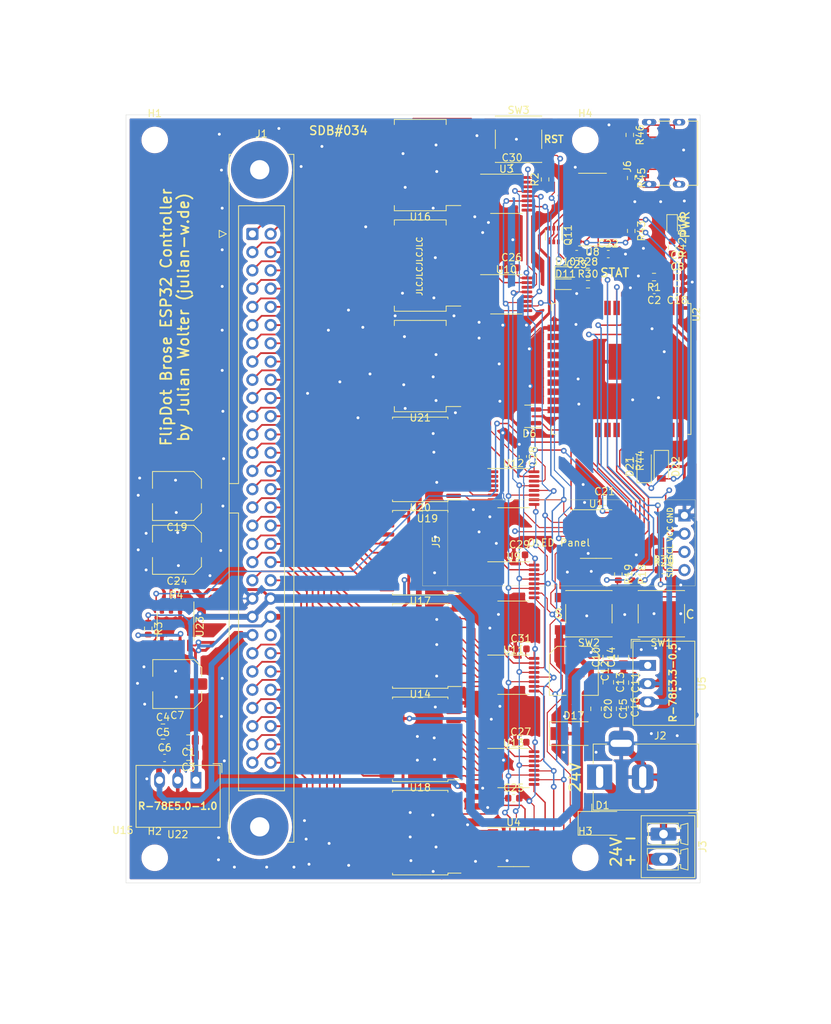
<source format=kicad_pcb>
(kicad_pcb (version 20211014) (generator pcbnew)
  (layers (0 "F.Cu" signal) (31 "B.Cu" signal) (34 "B.Paste" user) (35 "F.Paste" user) (36 "B.SilkS" user "B.Silkscreen") (37 "F.SilkS" user "F.Silkscreen") (38 "B.Mask" user) (39 "F.Mask" user) (44 "Edge.Cuts" user))
  (net 0 "")
  (net 1 "RESET")
  (net 2 "GND")
  (net 3 "+3V3")
  (net 4 "+24V")
  (net 5 "Net-(C22-Pad1)")
  (net 6 "+5VD")
  (net 7 "IO0")
  (net 8 "Net-(D6-Pad3)")
  (net 9 "Net-(D10-Pad2)")
  (net 10 "Net-(D11-Pad2)")
  (net 11 "Net-(D18-Pad2)")
  (net 12 "Net-(D21-Pad1)")
  (net 13 "USB_RX")
  (net 14 "USB_TX")
  (net 15 "Net-(D22-Pad2)")
  (net 16 "ROW1")
  (net 17 "ROW2")
  (net 18 "ROW3")
  (net 19 "ROW4")
  (net 20 "ROW5")
  (net 21 "ROW6")
  (net 22 "ROW7")
  (net 23 "ROW8")
  (net 24 "ROW9")
  (net 25 "ROW10")
  (net 26 "ROW11")
  (net 27 "ROW12")
  (net 28 "ROW14")
  (net 29 "ROW15")
  (net 30 "ROW16")
  (net 31 "ROW17")
  (net 32 "ROW18")
  (net 33 "ROW19")
  (net 34 "ROW20")
  (net 35 "ROW1_RST")
  (net 36 "ROW2_RST")
  (net 37 "ROW3_RST")
  (net 38 "ROW4_RST")
  (net 39 "ROW5_RST")
  (net 40 "ROW6_RST")
  (net 41 "ROW7_RST")
  (net 42 "ROW8_RST")
  (net 43 "ROW9_RST")
  (net 44 "ROW10_RST")
  (net 45 "ROW11_RST")
  (net 46 "ROW12_RST")
  (net 47 "ROW14_RST")
  (net 48 "ROW15_RST")
  (net 49 "ROW16_RST")
  (net 50 "ROW17_RST")
  (net 51 "ROW18_RST")
  (net 52 "ROW19_RST")
  (net 53 "ROW20_RST")
  (net 54 "VS")
  (net 55 "+5V")
  (net 57 "D_24V")
  (net 58 "A0_24V")
  (net 59 "A1_24V")
  (net 60 "A2_24V")
  (net 61 "B0_24V")
  (net 62 "B1_24V")
  (net 63 "ADDR1_24V")
  (net 64 "ADDR2_24V")
  (net 65 "ADDR3_24V")
  (net 66 "ADDR4_24V")
  (net 67 "ADDR5_24V")
  (net 68 "ADDR6_24V")
  (net 69 "ADDR7_24V")
  (net 70 "EN_ADDR_24V")
  (net 71 "SDA")
  (net 72 "SCL")
  (net 73 "D+")
  (net 74 "D-")
  (net 75 "Net-(J6-PadA5)")
  (net 78 "Net-(J6-PadB5)")
  (net 79 "Net-(Q11-Pad1)")
  (net 80 "Net-(Q11-Pad2)")
  (net 81 "Shift_OE5_5V")
  (net 82 "Net-(R18-Pad2)")
  (net 83 "Net-(R19-Pad2)")
  (net 84 "STAT_LED1")
  (net 85 "STAT_LED2")
  (net 86 "PWR_ON")
  (net 103 "SR2")
  (net 104 "SR3")
  (net 105 "SR4")
  (net 106 "SR5")
  (net 107 "SR6")
  (net 108 "SR7")
  (net 109 "SR8")
  (net 110 "Net-(U10-Pad14)")
  (net 111 "Shift_SRCLR_5V")
  (net 112 "Shift_SRCLK_5V")
  (net 113 "Shift_RCLK_5V")
  (net 114 "Shift_SER_5V")
  (net 115 "SR1")
  (net 116 "SR50")
  (net 117 "SR51")
  (net 118 "SR52")
  (net 119 "SR53")
  (net 120 "SR54")
  (net 121 "SR55")
  (net 122 "SR56")
  (net 124 "Net-(U13-Pad9)")
  (net 125 "SR49")
  (net 133 "SR10")
  (net 134 "SR11")
  (net 135 "SR12")
  (net 136 "SR13")
  (net 137 "SR14")
  (net 138 "SR15")
  (net 139 "SR16")
  (net 140 "Net-(U10-Pad9)")
  (net 141 "SR9")
  (net 142 "SR34")
  (net 143 "SR35")
  (net 144 "SR36")
  (net 145 "SR37")
  (net 146 "SR38")
  (net 147 "SR39")
  (net 148 "SR40")
  (net 149 "Net-(U11-Pad9)")
  (net 150 "Net-(U11-Pad14)")
  (net 151 "SR33")
  (net 152 "SR18")
  (net 153 "SR19")
  (net 154 "SR20")
  (net 155 "SR21")
  (net 156 "SR22")
  (net 157 "SR23")
  (net 158 "SR24")
  (net 159 "Net-(U12-Pad9)")
  (net 160 "SR17")
  (net 161 "SR42")
  (net 162 "SR43")
  (net 163 "SR44")
  (net 164 "SR45")
  (net 165 "SR46")
  (net 166 "SR47")
  (net 167 "SR48")
  (net 168 "SR41")
  (net 169 "EN_ADDR_5V")
  (net 170 "SR32")
  (net 171 "SR31")
  (net 172 "SR30")
  (net 173 "SR29")
  (net 174 "SR28")
  (net 175 "SR27")
  (net 176 "SR26")
  (net 177 "SR25")
  (net 178 "ROW13_RST")
  (net 179 "ROW13")
  (net 180 "IO2")
  (net 181 "Net-(R3-Pad2)")
  (net 182 "Net-(R4-Pad2)")
  (net 188 "EN_ADDR_3V")
  (net 189 "Shift_SER_3V")
  (net 190 "Shift_OE5_3V")
  (net 191 "Shift_SRCLK_3V")
  (net 192 "Shift_RCLK_3V")
  (net 193 "Shift_SRCLR_3V")
  (net 194 "Net-(J2-Pad1)")
  (footprint "Resistor_SMD:R_0603_1608Metric" (layer "F.Cu") (at 43 99.5 180)
    (fp_text reference "R4")
    (fp_text value "470k")
  )
  (footprint "Capacitor_SMD:C_0603_1608Metric" (layer "F.Cu") (at 103.2 53.4)
    (fp_text reference "C22")
    (fp_text value "10n")
  )
  (footprint "Resistor_SMD:R_0603_1608Metric" (layer "F.Cu") (at 109.575 56.6 180)
    (fp_text reference "R1")
    (fp_text value "10k")
  )
  (footprint "MountingHole:MountingHole_2.7mm_M2.5" (layer "F.Cu") (at 100 37.5)
    (fp_text reference "H4")
    (fp_text value "MountingHole")
  )
  (footprint "Converter_DCDC:Converter_DCDC_RECOM_R-78E-0.5_THT" (layer "F.Cu") (at 45.747 126.6925 180)
    (fp_text reference "U22")
    (fp_text value "R-78E5.0-0.5")
  )
  (footprint "Capacitor_SMD:C_0603_1608Metric" (layer "F.Cu") (at 102.7 87.9)
    (fp_text reference "C21")
    (fp_text value "100n")
  )
  (footprint "Capacitor_SMD:C_0805_2012Metric" (layer "F.Cu") (at 41.15 119.6)
    (fp_text reference "C4")
    (fp_text value "10u")
  )
  (footprint "Diode_SMD:D_SMA" (layer "F.Cu") (at 102.4 132.7)
    (fp_text reference "D1")
    (fp_text value "D")
  )
  (footprint "Button_Switch_SMD:SW_Push_1P1T_NO_6x6mm_H9.5mm" (layer "F.Cu") (at 100.5 103.5 180)
    (fp_text reference "SW2")
    (fp_text value "STAT")
  )
  (footprint "LED_SMD:LED_0603_1608Metric" (layer "F.Cu") (at 112.1 49.3875 -90)
    (fp_text reference "D18")
    (fp_text value "LED_PWR")
  )
  (footprint "Resistor_SMD:R_0603_1608Metric" (layer "F.Cu") (at 106.2 36.8 -90)
    (fp_text reference "R46")
    (fp_text value "5.1k")
  )
  (footprint "Capacitor_SMD:C_0603_1608Metric" (layer "F.Cu") (at 105.5 116.5 -90)
    (fp_text reference "C16")
    (fp_text value "100n")
  )
  (footprint "MountingHole:MountingHole_2.7mm_M2.5" (layer "F.Cu") (at 40 37.5)
    (fp_text reference "H1")
    (fp_text value "MountingHole")
  )
  (footprint "Capacitor_SMD:C_0805_2012Metric" (layer "F.Cu") (at 105.3 109.55 90)
    (fp_text reference "C14")
    (fp_text value "100n")
  )
  (footprint "Capacitor_SMD:C_0805_2012Metric" (layer "F.Cu") (at 41.15 121.7)
    (fp_text reference "C5")
    (fp_text value "10u")
  )
  (footprint "Package_SO:SOP-18_7x12.5mm_P1.27mm" (layer "F.Cu") (at 77 55 180)
    (fp_text reference "U19")
    (fp_text value "MIC2981/82YWM")
  )
  (footprint "Converter_DCDC:Converter_DCDC_RECOM_R-78E-0.5_THT" (layer "F.Cu") (at 108.7 110.7 -90)
    (fp_text reference "U5")
    (fp_text value "R-78E3.3-0.5")
  )
  (footprint "Capacitor_SMD:C_0603_1608Metric" (layer "F.Cu") (at 112.825 55)
    (fp_text reference "C9")
    (fp_text value "100n")
  )
  (footprint "Capacitor_SMD:C_0805_2012Metric" (layer "F.Cu") (at 105.3 113.1 -90)
    (fp_text reference "C11")
    (fp_text value "2.2u")
  )
  (footprint "Package_TO_SOT_SMD:SOT-363_SC-70-6" (layer "F.Cu") (at 95.6 50.75 -90)
    (fp_text reference "Q11")
    (fp_text value "UMH3N")
  )
  (footprint "Diode_SMD:D_SOD-123" (layer "F.Cu") (at 110.6 83 -90)
    (fp_text reference "D22")
    (fp_text value "D")
  )
  (footprint "Resistor_SMD:R_0603_1608Metric" (layer "F.Cu") (at 112.1 52.475 -90)
    (fp_text reference "R42")
    (fp_text value "560")
  )
  (footprint "LED_SMD:LED_0603_1608Metric" (layer "F.Cu") (at 97.25 57.6)
    (fp_text reference "D11")
    (fp_text value "LED_STAT2")
  )
  (footprint "Resistor_SMD:R_0603_1608Metric" (layer "F.Cu") (at 106.5 98.025 -90)
    (fp_text reference "R18")
    (fp_text value "10k")
  )
  (footprint "Package_SO:TSSOP-16_4.4x5mm_P0.65mm" (layer "F.Cu") (at 89 45)
    (fp_text reference "U3")
    (fp_text value "74AHC595")
  )
  (footprint "Connector_Phoenix_MC:PhoenixContact_MCV_1,5_2-G-3.5_1x02_P3.50mm_Vertical" (layer "F.Cu") (at 110.9 134.2 -90)
    (fp_text reference "J3")
    (fp_text value "Screw_Terminal_01x02")
  )
  (footprint "Resistor_SMD:R_0603_1608Metric" (layer "F.Cu") (at 100.3375 55.9)
    (fp_text reference "R28")
    (fp_text value "330")
  )
  (footprint "Diode_SMD:D_SMA" (layer "F.Cu") (at 98.4 120.2)
    (fp_text reference "D17")
    (fp_text value "D_TVS")
  )
  (footprint "Package_SO:SOIC-18W_7.5x11.6mm_P1.27mm" (layer "F.Cu") (at 77 95 180)
    (fp_text reference "U17")
    (fp_text value "ULN2803A")
  )
  (footprint "Resistor_SMD:R_0603_1608Metric" (layer "F.Cu") (at 100.375 57.6)
    (fp_text reference "R30")
    (fp_text value "330")
  )
  (footprint "Button_Switch_SMD:SW_Push_1P1T_NO_6x6mm_H9.5mm" (layer "F.Cu") (at 90.7 37.4)
    (fp_text reference "SW3")
    (fp_text value "RST")
  )
  (footprint "Capacitor_SMD:C_0805_2012Metric" (layer "F.Cu") (at 103.2 109.55 90)
    (fp_text reference "C10")
    (fp_text value "2.2u")
  )
  (footprint "Capacitor_SMD:C_Elec_6.3x7.7" (layer "F.Cu") (at 43.1 87.1 180)
    (fp_text reference "C19")
    (fp_text value "CP")
  )
  (footprint "Connector_BarrelJack:BarrelJack_Horizontal" (layer "F.Cu") (at 102 126.2575 180)
    (fp_text reference "J2")
    (fp_text value "Barrel_Jack_Switch")
  )
  (footprint "Capacitor_SMD:C_0603_1608Metric" (layer "F.Cu") (at 112.8 58.4 180)
    (fp_text reference "C18")
    (fp_text value "100n")
  )
  (footprint "Capacitor_SMD:C_0805_2012Metric" (layer "F.Cu") (at 101.5 116.75 -90)
    (fp_text reference "C20")
    (fp_text value "10u")
  )
  (footprint "Capacitor_SMD:C_0603_1608Metric" (layer "F.Cu") (at 89.725 55.3)
    (fp_text reference "C26")
    (fp_text value "100n")
  )
  (footprint "Resistor_SMD:R_0603_1608Metric" (layer "F.Cu") (at 110.9 97.4)
    (fp_text reference "R31")
    (fp_text value "4.7k")
  )
  (footprint "Package_SO:SOP-18_7x12.5mm_P1.27mm" (layer "F.Cu") (at 77 69 180)
    (fp_text reference "U21")
    (fp_text value "MIC2981/82YWM")
  )
  (footprint "Capacitor_SMD:C_Elec_6.3x7.7" (layer "F.Cu") (at 43.1375 113.3 180)
    (fp_text reference "C7")
    (fp_text value "CP")
  )
  (footprint "Package_SO:SOIC-18W_7.5x11.6mm_P1.27mm" (layer "F.Cu") (at 77 134 180)
    (fp_text reference "U15")
    (fp_text value "ULN2803A")
  )
  (footprint "Package_SO:SOIC-18W_7.5x11.6mm_P1.27mm" (layer "F.Cu") (at 77 82 180)
    (fp_text reference "U20")
    (fp_text value "ULN2803A")
  )
  (footprint "Capacitor_SMD:C_Elec_6.3x7.7" (layer "F.Cu") (at 98.4 111.4625 -90)
    (fp_text reference "C12")
    (fp_text value "CP")
  )
  (footprint "MountingHole:MountingHole_2.7mm_M2.5" (layer "F.Cu") (at 100 137.5)
    (fp_text reference "H3")
    (fp_text value "MountingHole")
  )
  (footprint "Capacitor_SMD:C_Elec_6.3x7.7" (layer "F.Cu") (at 43.1 94.6 180)
    (fp_text reference "C24")
    (fp_text value "CP")
  )
  (footprint "Capacitor_SMD:C_0603_1608Metric" (layer "F.Cu") (at 90.825 95.3)
    (fp_text reference "C29")
    (fp_text value "100n")
  )
  (footprint "Package_SO:SOIC-18W_7.5x11.6mm_P1.27mm" (layer "F.Cu") (at 77 108 180)
    (fp_text reference "U14")
    (fp_text value "ULN2803A")
  )
  (footprint "Package_SO:TSSOP-16_4.4x5mm_P0.65mm" (layer "F.Cu") (at 90 136)
    (fp_text reference "U4")
    (fp_text value "74AHC595")
  )
  (footprint "Resistor_SMD:R_0603_1608Metric" (layer "F.Cu") (at 106.2 82.175 -90)
    (fp_text reference "R44")
    (fp_text value "10k")
  )
  (footprint "footprints:HRO_TYPE-C-31-M-12" (layer "F.Cu") (at 113.0625 39.35 90)
    (fp_text reference "J6")
    (fp_text value "TYPE-C-31-M-12")
    (fp_line (start 4.025 -3.62) (end 4.025 -4.72) (layer "Edge.Cuts") (width 0.01))
    (fp_line (start -4.625 -3.62) (end -4.625 -4.72) (layer "Edge.Cuts") (width 0.01))
    (fp_line (start -4.625 0.4) (end -4.625 -0.4) (layer "Edge.Cuts") (width 0.01))
    (fp_line (start 4.625 -4.72) (end 4.625 -3.62) (layer "Edge.Cuts") (width 0.01))
    (fp_line (start -4.025 -4.72) (end -4.025 -3.62) (layer "Edge.Cuts") (width 0.01))
    (fp_line (start 4.625 -0.4) (end 4.625 0.4) (layer "Edge.Cuts") (width 0.01))
    (fp_line (start -4.025 -0.4) (end -4.025 0.4) (layer "Edge.Cuts") (width 0.01))
    (fp_line (start 4.025 0.4) (end 4.025 -0.4) (layer "Edge.Cuts") (width 0.01))
    (fp_arc (start 4.625 0.4) (mid 4.537132 0.612132) (end 4.325 0.7) (layer "Edge.Cuts") (width 0.01))
    (fp_arc (start 4.325 -0.7) (mid 4.537132 -0.612132) (end 4.625 -0.4) (layer "Edge.Cuts") (width 0.01))
    (fp_arc (start 4.025 -4.72) (mid 4.112868 -4.932132) (end 4.325 -5.02) (layer "Edge.Cuts") (width 0.01))
    (fp_arc (start -4.025 0.4) (mid -4.112868 0.612132) (end -4.325 0.7) (layer "Edge.Cuts") (width 0.01))
    (fp_arc (start 4.325 -5.02) (mid 4.537132 -4.932132) (end 4.625 -4.72) (layer "Edge.Cuts") (width 0.01))
    (fp_arc (start 4.325 0.7) (mid 4.112868 0.612132) (end 4.025 0.4) (layer "Edge.Cuts") (width 0.01))
    (fp_arc (start -4.325 -5.02) (mid -4.112868 -4.932132) (end -4.025 -4.72) (layer "Edge.Cuts") (width 0.01))
    (fp_arc (start -4.325 -0.7) (mid -4.112868 -0.612132) (end -4.025 -0.4) (layer "Edge.Cuts") (width 0.01))
    (fp_arc (start -4.625 -4.72) (mid -4.537132 -4.932132) (end -4.325 -5.02) (layer "Edge.Cuts") (width 0.01))
    (fp_arc (start 4.625 -3.62) (mid 4.537132 -3.407868) (end 4.325 -3.32) (layer "Edge.Cuts") (width 0.01))
    (fp_arc (start 4.025 -0.4) (mid 4.112868 -0.612132) (end 4.325 -0.7) (layer "Edge.Cuts") (width 0.01))
    (fp_arc (start -4.325 0.7) (mid -4.537132 0.612132) (end -4.625 0.4) (layer "Edge.Cuts") (width 0.01))
    (fp_arc (start -4.625 -0.4) (mid -4.537132 -0.612132) (end -4.325 -0.7) (layer "Edge.Cuts") (width 0.01))
    (fp_arc (start -4.025 -3.62) (mid -4.112868 -3.407868) (end -4.325 -3.32) (layer "Edge.Cuts") (width 0.01))
    (fp_arc (start 4.325 -3.32) (mid 4.112868 -3.407868) (end 4.025 -3.62) (layer "Edge.Cuts") (width 0.01))
    (fp_arc (start -4.325 -3.32) (mid -4.537132 -3.407868) (end -4.625 -3.62) (layer "Edge.Cuts") (width 0.01))
  )
  (footprint "Resistor_SMD:R_0603_1608Metric" (layer "F.Cu") (at 39.1 105.575 -90)
    (fp_text reference "R3")
    (fp_text value "100k")
  )
  (footprint "Capacitor_SMD:C_0603_1608Metric" (layer "F.Cu") (at 41.375 123.6)
    (fp_text reference "C6")
    (fp_text value "100n")
  )
  (footprint "Capacitor_SMD:C_0603_1608Metric" (layer "F.Cu") (at 91 121.4)
    (fp_text reference "C27")
    (fp_text value "100n")
  )
  (footprint "Package_SO:TSSOP-20_4.4x6.5mm_P0.65mm" (layer "F.Cu") (at 101.5 92.4)
    (fp_text reference "U1")
    (fp_text value "74HCT245")
  )
  (footprint "Capacitor_SMD:C_0603_1608Metric" (layer "F.Cu") (at 90.025 129.2)
    (fp_text reference "C25")
    (fp_text value "100n")
  )
  (footprint "Button_Switch_SMD:SW_Push_1P1T_NO_6x6mm_H9.5mm" (layer "F.Cu") (at 110.6 103.5 180)
    (fp_text reference "SW1")
    (fp_text value "CONF")
  )
  (footprint "Package_SO:SOP-18_7x12.5mm_P1.27mm" (layer "F.Cu") (at 77 41 180)
    (fp_text reference "U16")
    (fp_text value "MIC2981/82YWM")
  )
  (footprint "Capacitor_SMD:C_0805_2012Metric" (layer "F.Cu") (at 44.7 121.1 180)
    (fp_text reference "C1")
    (fp_text value "2.2u")
  )
  (footprint "Capacitor_SMD:C_0603_1608Metric" (layer "F.Cu") (at 112.825 56.6)
    (fp_text reference "C8")
    (fp_text value "2.2u")
  )
  (footprint "Resistor_SMD:R_0603_1608Metric" (layer "F.Cu") (at 94.4 43 90)
    (fp_text reference "R2")
    (fp_text value "10k")
  )
  (footprint "Capacitor_SMD:C_0603_1608Metric" (layer "F.Cu") (at 91.025 108.4)
    (fp_text reference "C31")
    (fp_text value "100n")
  )
  (footprint "MountingHole:MountingHole_2.7mm_M2.5" (layer "F.Cu") (at 40 137.5)
    (fp_text reference "H2")
    (fp_text value "MountingHole")
  )
  (footprint "Package_SO:TSSOP-16_4.4x5mm_P0.65mm" (layer "F.Cu") (at 90 125)
    (fp_text reference "U13")
    (fp_text value "74AHC595")
  )
  (footprint "Package_SO:TSSOP-16_4.4x5mm_P0.65mm" (layer "F.Cu") (at 90 112)
    (fp_text reference "U11")
    (fp_text value "74AHC595")
  )
  (footprint "Package_SO:TSSOP-16_4.4x5mm_P0.65mm" (layer "F.Cu") (at 90 99)
    (fp_text reference "U9")
    (fp_text value "74AHC595")
  )
  (footprint "footprints:SSD1306-0.91-OLED-4pin-128x32" (layer "F.Cu") (at 77.315 87.615)
    (fp_text reference "J5")
    (fp_text value "OLED")
  )
  (footprint "Diode_SMD:D_SOD-123" (layer "F.Cu") (at 108.2 83 90)
    (fp_text reference "D21")
    (fp_text value "D")
  )
  (footprint "Resistor_SMD:R_0603_1608Metric" (layer "F.Cu") (at 110.925 94.9 180)
    (fp_text reference "R29")
    (fp_text value "4.7k")
  )
  (footprint "Capacitor_SMD:C_0805_2012Metric" (layer "F.Cu") (at 103.2 113.05 -90)
    (fp_text reference "C13")
    (fp_text value "2.2u")
  )
  (footprint "Package_SO:SOIC-18W_7.5x11.6mm_P1.27mm" (layer "F.Cu") (at 77 121 180)
    (fp_text reference "U18")
    (fp_text value "ULN2803A")
  )
  (footprint "Capacitor_SMD:C_0805_2012Metric" (layer "F.Cu") (at 103.6 116.75 -90)
    (fp_text reference "C15")
    (fp_text value "10u")
  )
  (footprint "Capacitor_SMD:C_0805_2012Metric" (layer "F.Cu") (at 44.7 123.2 180)
    (fp_text reference "C3")
    (fp_text value "100n")
  )
  (footprint "Resistor_SMD:R_0603_1608Metric" (layer "F.Cu") (at 104.6 98.025 -90)
    (fp_text reference "R19")
    (fp_text value "10k")
  )
  (footprint "Capacitor_SMD:C_0603_1608Metric" (layer "F.Cu") (at 91.3 81.6 -90)
    (fp_text reference "C28")
    (fp_text value "100n")
  )
  (footprint "Resistor_SMD:R_0603_1608Metric" (layer "F.Cu") (at 106.4 42.8 -90)
    (fp_text reference "R45")
    (fp_text value "5.1k")
  )
  (footprint "Capacitor_SMD:C_0603_1608Metric" (layer "F.Cu") (at 89.8 41.4)
    (fp_text reference "C30")
    (fp_text value "100n")
  )
  (footprint "LED_SMD:LED_0603_1608Metric" (layer "F.Cu") (at 97.25 55.9)
    (fp_text reference "D10")
    (fp_text value "LED_STAT1")
  )
  (footprint "Connector_IDC:IDC-Header_2x30-1MP_P2.54mm_Latch_Vertical" (layer "F.Cu") (at 53.61 50.59)
    (fp_text reference "J1")
    (fp_text value "Conn_02x30_Odd_Even")
  )
  (footprint "Package_TO_SOT_SMD:SOT-23" (layer "F.Cu") (at 92.2 76 180)
    (fp_text reference "D6")
    (fp_text value "BAT54C")
  )
  (footprint "RF_Module:ESP32-WROOM-32U" (layer "F.Cu") (at 105 69.4 -90)
    (fp_text reference "U2")
    (fp_text value "ESP32-WROOM-32")
  )
  (footprint "Package_SO:SOP-8_3.9x4.9mm_P1.27mm" (layer "F.Cu") (at 42.9 105.3 -90)
    (fp_text reference "U23")
    (fp_text value "FPF2700")
  )
  (footprint "Capacitor_SMD:C_0603_1608Metric" (layer "F.Cu") (at 98.8 53.4 180)
    (fp_text reference "C23")
    (fp_text value "100n")
  )
  (footprint "Resistor_SMD:R_0603_1608Metric" (layer "F.Cu") (at 106.4 50.175 -90)
    (fp_text reference "R43")
    (fp_text value "10k")
  )
  (footprint "Package_SO:TSSOP-16_4.4x5mm_P0.65mm" (layer "F.Cu") (at 89 59)
    (fp_text reference "U10")
    (fp_text value "74AHC595")
  )
  (footprint "Capacitor_SMD:C_0603_1608Metric" (layer "F.Cu") (at 109.6 58.4 180)
    (fp_text reference "C2")
    (fp_text value "1u")
  )
  (footprint "Package_SO:SOIC-16_3.9x9.9mm_P1.27mm" (layer "F.Cu") (at 101 47.2 180)
    (fp_text reference "U8")
    (fp_text value "CH340C")
  )
  (footprint "Package_SO:TSSOP-16_4.4x5mm_P0.65mm" (layer "F.Cu") (at 90 86)
    (fp_text reference "U12")
    (fp_text value "74AHC595")
  )
  (gr_line (start 116 141) (end 36 141) (layer "Edge.Cuts") (width 0.05))
  (gr_line (start 36 141) (end 36 34) (layer "Edge.Cuts") (width 0.05))
  (gr_line (start 36 34) (end 116 34) (layer "Edge.Cuts") (width 0.05))
  (gr_line (start 116 34) (end 116 141) (layer "Edge.Cuts") (width 0.05))
  (gr_text "+" (at 106.3 137.7) (layer "F.SilkS") (effects (font (size 1.5 1.5) (thickness 0.25))))
  (gr_text "-" (at 106.3 134.7) (layer "F.SilkS") (effects (font (size 1.5 1.5) (thickness 0.25))))
  (gr_text "JLCJLCJLCJLC" (at 76.9 55.1 90) (layer "F.SilkS") (effects (font (size 0.8 0.8))))
  (gr_text "S" (at 96.3 103.5) (layer "F.SilkS") (effects (font (size 1.2 1.2) (thickness 0.2))))
  (gr_text "24V" (at 104.3 136.7 90) (layer "F.SilkS") (effects (font (size 1.5 1.5) (thickness 0.25))))
  (gr_text "R-78E5.0-1.0" (at 43.2 130.3) (layer "F.SilkS") (effects (font (size 1 1) (thickness 0.2))))
  (gr_text "SDB#034" (at 65.6 36.2) (layer "F.SilkS") (effects (font (size 1.2 1.2) (thickness 0.2))))
  (gr_text "RST" (at 95.6 37.4) (layer "F.SilkS") (effects (font (size 1 1) (thickness 0.2))))
  (gr_text "STAT" (at 104.1 56) (layer "F.SilkS") (effects (font (size 1.2 1.2) (thickness 0.2))))
  (gr_text "PWR" (at 113.9 49.3 90) (layer "F.SilkS") (effects (font (size 1.2 1.2) (thickness 0.2))))
  (gr_text "R-78E3.3-0.5" (at 112.2 113.1 90) (layer "F.SilkS") (effects (font (size 1 1) (thickness 0.2))))
  (gr_text "24V" (at 98.6 126.3 90) (layer "F.SilkS") (effects (font (size 1.5 1.5) (thickness 0.25))))
  (gr_text "FlipDot Brose ESP32 Controller\nby Julian Wolter (julian-w.de)" (at 42.8 62.2 90) (layer "F.SilkS") (effects (font (size 1.5 1.5) (thickness 0.25))))
  (gr_text "C" (at 114.6 103.6) (layer "F.SilkS") (effects (font (size 1.2 1.2) (thickness 0.2))))
  (segment (start 96.25 53.25) (end 96.3 53.3) (width 0.2) (layer "F.Cu") (net 1))
  (segment (start 108.8 56.6) (end 110.375 58.175) (width 0.2) (layer "F.Cu") (net 1))
  (segment (start 97.8 54.8) (end 107.8 54.8) (width 0.2) (layer "F.Cu") (net 1))
  (segment (start 96.05 39.65) (end 96.5 40.1) (width 0.15) (layer "F.Cu") (net 1))
  (segment (start 107.8 54.8) (end 108.75 55.75) (width 0.2) (layer "F.Cu") (net 1))
  (segment (start 94.675 39.65) (end 96.05 39.65) (width 0.15) (layer "F.Cu") (net 1))
  (segment (start 96.3 53.3) (end 96.3 54.1) (width 0.2) (layer "F.Cu") (net 1))
  (segment (start 110.375 58.4) (end 110.715 58.74) (width 0.2) (layer "F.Cu") (net 1))
  (segment (start 108.75 55.75) (end 108.75 56.6) (width 0.2) (layer "F.Cu") (net 1))
  (segment (start 86.725 39.65) (end 94.675 39.65) (width 0.15) (layer "F.Cu") (net 1))
  (segment (start 108.75 56.6) (end 108.8 56.6) (width 0.2) (layer "F.Cu") (net 1))
  (segment (start 110.375 58.175) (end 110.375 58.4) (width 0.2) (layer "F.Cu") (net 1))
  (segment (start 96.25 53.25) (end 97.8 54.8) (width 0.2) (layer "F.Cu") (net 1))
  (segment (start 96.25 51.7) (end 96.25 53.25) (width 0.2) (layer "F.Cu") (net 1))
  (segment (start 110.715 58.74) (end 110.715 60.9) (width 0.2) (layer "F.Cu") (net 1))
  (via (at 96.5 40.1) (size 0.8) (drill 0.4) (layers "F.Cu" "B.Cu") (net 1))
  (via (at 96.3 54.1) (size 0.8) (drill 0.4) (layers "F.Cu" "B.Cu") (net 1))
  (segment (start 96.3 40.3) (end 96.5 40.1) (width 0.2) (layer "B.Cu") (net 1))
  (segment (start 96.3 54.1) (end 96.3 40.3) (width 0.2) (layer "B.Cu") (net 1))
  (segment (start 87.1375 89.5625) (end 86.7 90) (width 0.25) (layer "F.Cu") (net 2))
  (segment (start 108.3125 43.095) (end 108.4825 43.265) (width 0.2) (layer "F.Cu") (net 2))
  (segment (start 112.4 42.2) (end 112.4 35.4) (width 0.2) (layer "F.Cu") (net 2))
  (segment (start 86.225 127.275) (end 85.7 127.8) (width 0.2) (layer "F.Cu") (net 2))
  (segment (start 72.225 49.92) (end 69.72 49.92) (width 0.4) (layer "F.Cu") (net 2))
  (segment (start 92.2 65.2) (end 92.2 66.6) (width 0.15) (layer "F.Cu") (net 2))
  (segment (start 43.535 100.965) (end 43.825 100.675) (width 0.4) (layer "F.Cu") (net 2))
  (segment (start 113.255 77.9) (end 113.255 71.655) (width 0.4) (layer "F.Cu") (net 2))
  (segment (start 87.1375 88.275) (end 87.1375 89.5625) (width 0.25) (layer "F.Cu") (net 2))
  (segment (start 77.8 103) (end 77.8 90) (width 0.25) (layer "F.Cu") (net 2))
  (segment (start 114.9 57.3) (end 114.3 57.3) (width 0.4) (layer "F.Cu") (net 2))
  (segment (start 98.95 95.6375) (end 98.6375 95.325) (width 0.2) (layer "F.Cu") (net 2))
  (segment (start 113.255 71.655) (end 110 68.4) (width 0.4) (layer "F.Cu") (net 2))
  (segment (start 108 57.85) (end 107.4 57.25) (width 0.2) (layer "F.Cu") (net 2))
  (segment (start 77.88 89.92) (end 77.8 90) (width 0.25) (layer "F.Cu") (net 2))
  (segment (start 81.65 115.92) (end 83.68 115.92) (width 0.25) (layer "F.Cu") (net 2))
  (segment (start 91.025 80.825) (end 88.5 78.3) (width 0.2) (layer "F.Cu") (net 2))
  (segment (start 85.95 35.15) (end 85.8 35.3) (width 0.15) (layer "F.Cu") (net 2))
  (segment (start 43.825 100.675) (end 43.825 99.5) (width 0.4) (layer "F.Cu") (net 2))
  (segment (start 94.675 35.15) (end 85.95 35.15) (width 0.15) (layer "F.Cu") (net 2))
  (segment (start 74.28 63.92) (end 72.225 63.92) (width 0.2) (layer "F.Cu") (net 2))
  (segment (start 83.48 89.92) (end 84.4 89) (width 0.25) (layer "F.Cu") (net 2))
  (segment (start 91.8 63.3) (end 88.5 63.3) (width 0.15) (layer "F.Cu") (net 2))
  (segment (start 108.4825 43.265) (end 108.8925 43.265) (width 0.2) (layer "F.Cu") (net 2))
  (segment (start 100.175 95.325) (end 98.6375 95.325) (width 0.2) (layer "F.Cu") (net 2))
  (segment (start 72.225 35.92) (end 74.12 35.92) (width 0.2) (layer "F.Cu") (net 2))
  (segment (start 43.825 98.525) (end 40.5625 95.2625) (width 0.4) (layer "F.Cu") (net 2))
  (segment (start 79.2 76.44) (end 79.2 67.4) (width 0.25) (layer "F.Cu") (net 2))
  (segment (start 113.6 58.425) (end 113.575 58.4) (width 0.4) (layer "F.Cu") (net 2))
  (segment (start 109.0275 35.435) (end 108.3125 36.15) (width 0.2) (layer "F.Cu") (net 2))
  (segment (start 106.4 43.625) (end 106.775 44) (width 0.2) (layer "F.Cu") (net 2))
  (segment (start 42.15 123.6) (end 43.35 123.6) (width 0.8) (layer "F.Cu") (net 2))
  (segment (start 86.9375 118.2375) (end 86.9 118.2) (width 0.15) (layer "F.Cu") (net 2))
  (segment (start 113.6 58.375) (end 113.575 58.4) (width 0.4) (layer "F.Cu") (net 2))
  (segment (start 110.6 53.4) (end 105.6 53.4) (width 0.2) (layer "F.Cu") (net 2))
  (segment (start 112.4 35.4) (end 112.365 35.435) (width 0.2) (layer "F.Cu") (net 2))
  (segment (start 43.15 121.7) (end 43.75 121.1) (width 0.8) (layer "F.Cu") (net 2))
  (segment (start 112.6 118.8) (end 112.6 113.6) (width 1) (layer "F.Cu") (net 2))
  (segment (start 72.305 50) (end 72.225 49.92) (width 0.2) (layer "F.Cu") (net 2))
  (segment (start 77.8 90) (end 77.8 78.8) (width 0.25) (layer "F.Cu") (net 2))
  (segment (start 99.575 53.4) (end 100.6 53.4) (width 0.2) (layer "F.Cu") (net 2))
  (segment (start 85.125 88.275) (end 87.1375 88.275) (width 0.25) (layer "F.Cu") (net 2))
  (segment (start 77.88 128.92) (end 77.8 129) (width 0.25) (layer "F.Cu") (net 2))
  (segment (start 106.625 105.75) (end 104.475 105.75) (width 0.2) (layer "F.Cu") (net 2))
  (segment (start 88.4 124.1) (end 88.6 123.9) (width 0.2) (layer "F.Cu") (net 2))
  (segment (start 105.3 108.6) (end 110.9 108.6) (width 1) (layer "F.Cu") (net 2))
  (segment (start 81.65 89.92) (end 83.48 89.92) (width 0.25) (layer "F.Cu") (net 2))
  (segment (start 112.712397 43.265) (end 113.0625 43.265) (width 0.2) (layer "F.Cu") (net 2))
  (segment (start 111.9 111.4) (end 111.15 112.15) (width 1) (layer "F.Cu") (net 2))
  (segment (start 77.88 102.92) (end 77.8 103) (width 0.25) (layer "F.Cu") (net 2))
  (segment (start 99.45 105.75) (end 96.525 105.75) (width 1) (layer "F.Cu") (net 2))
  (segment (start 89.025 41.4) (end 85.8 41.4) (width 0.15) (layer "F.Cu") (net 2))
  (segment (start 112.6 113.6) (end 111.15 112.15) (width 1) (layer "F.Cu") (net 2))
  (segment (start 97.285 63.685) (end 102 68.4) (width 0.15) (layer "F.Cu") (net 2))
  (segment (start 108.825 58.4) (end 108.275 57.85) (width 0.2) (layer "F.Cu") (net 2))
  (segment (start 84.7 138) (end 84.975 138.275) (width 0.25) (layer "F.Cu") (net 2))
  (segment (start 105.6 53.4) (end 103.975 53.4) (width 0.2) (layer "F.Cu") (net 2))
  (segment (start 43.825 99.5) (end 43.825 98.525) (width 0.4) (layer "F.Cu") (net 2))
  (segment (start 108.275 57.85) (end 108 57.85) (width 0.2) (layer "F.Cu") (net 2))
  (segment (start 109.9 120.6) (end 111.7 118.8) (width 1) (layer "F.Cu") (net 2))
  (segment (start 112.365 35.435) (end 109.0275 35.435) (width 0.2) (layer "F.Cu") (net 2))
  (segment (start 85.8 41.4) (end 85.2 40.8) (width 0.15) (layer "F.Cu") (net 2))
  (segment (start 85.325 114.275) (end 87.1375 114.275) (width 0.25) (layer "F.Cu") (net 2))
  (segment (start 110.0575 126.2575) (end 108 126.2575) (width 1) (layer "F.Cu") (net 2))
  (segment (start 84.75 35.15) (end 84.1 34.5) (width 0.15) (layer "F.Cu") (net 2))
  (segment (start 96.4625 57.6) (end 96.4625 55.9) (width 0.2) (layer "F.Cu") (net 2))
  (segment (start 90.225 121.4) (end 87.1375 118.3125) (width 0.15) (layer "F.Cu") (net 2))
  (segment (start 113.7 57.5) (end 113.6 57.4) (width 0.4) (layer "F.Cu") (net 2))
  (segment (start 113.6 54) (end 113.6 53.6) (width 0.4) (layer "F.Cu") (net 2))
  (segment (start 75 50) (end 72.305 50) (width 0.2) (layer "F.Cu") (net 2))
  (segment (start 37.7 94.6) (end 40.5625 94.6) (width 0.25) (layer "F.Cu") (net 2))
  (segment (start 103.975 52.145) (end 103.475 51.645) (width 0.2) (layer "F.Cu") (net 2))
  (segment (start 79.68 76.92) (end 79.2 76.44) (width 0.25) (layer "F.Cu") (net 2))
  (segment (start 108.3125 36.15) (end 106.375 36.15) (width 0.15) (layer "F.Cu") (net 2))
  (segment (start 114.1 57.5) (end 113.7 57.5) (width 0.4) (layer "F.Cu") (net 2))
  (segment (start 93.3 64.1) (end 92.2 65.2) (width 0.15) (layer "F.Cu") (net 2))
  (segment (start 79 139.4) (end 78.8 139.4) (width 0.25) (layer "F.Cu") (net 2))
  (segment (start 112.4 42.952603) (end 112.712397 43.265) (width 0.2) (layer "F.Cu") (net 2))
  (segment (start 113.6 49.4) (end 113.6 54) (width 0.2) (layer "F.Cu") (net 2))
  (segment (start 108.086009 44.086009) (end 110.513991 44.086009) (width 0.2) (layer "F.Cu") (net 2))
  (segment (start 85.125 101.275) (end 87.1375 101.275) (width 0.25) (layer "F.Cu") (net 2))
  (segment (start 37.8 87.1) (end 37.7 87) (width 0.4) (layer "F.Cu") (net 2))
  (segment (start 102.3 108.6) (end 99.45 105.75) (width 1) (layer "F.Cu") (net 2))
  (segment (start 76 34.5) (end 74.9 35.6) (width 0.15) (layer "F.Cu") (net 2))
  (segment (start 85.2 37.2) (end 84.9 36.9) (width 0.15) (layer "F.Cu") (net 2))
  (segment (start 101.925 87.9) (end 100 87.9) (width 0.2) (layer "F.Cu") (net 2))
  (segment (start 79.68 76.92) (end 81.65 76.92) (width 0.25) (layer "F.Cu") (net 2))
  (segment (start 40.5625 87.1) (end 37.8 87.1) (width 0.4) (layer "F.Cu") (net 2))
  (segment (start 100 87.9) (end 99.9 88) (width 0.2) (layer "F.Cu") (net 2))
  (segment (start 40.5625 94.6) (end 40.5625 87.1) (width 0.4) (layer "F.Cu") (net 2))
  (segment (start 112.4 42.2) (end 112.4 42.952603) (width 0.2) (layer "F.Cu") (net 2))
  (segment (start 110.6 44) (end 110.6 48.6) (width 0.2) (layer "F.Cu") (net 2))
  (segment (start 87.925 127.275) (end 88.3 126.9) (width 0.2) (layer "F.Cu") (net 2))
  (segment (start 98.4 114) (end 98.4 112.5) (width 1) (layer "F.Cu") (net 2))
  (segment (start 113.6 56.6) (end 113.6 57.4) (width 0.4) (layer "F.Cu") (net 2))
  (segment (start 110.9 127.1) (end 110.0575 126.2575) (width 1) (layer "F.Cu") (net 2))
  (segment (start 81.65 89.92) (end 77.88 89.92) (width 0.25) (layer "F.Cu") (net 2))
  (segment (start 110.8 53.4) (end 110.6 53.4) (width 0.2) (layer "F.Cu") (net 2))
  (segment (start 40.995 107.925) (end 40.995 106.805) (width 0.4) (layer "F.Cu") (net 2))
  (segment (start 85.2 40.8) (end 85.2 37.2) (width 0.15) (layer "F.Cu") (net 2))
  (segment (start 40.995 106.805) (end 43.535 104.265) (width 0.4) (layer "F.Cu") (net 2))
  (segment (start 83.68 115.92) (end 85.325 114.275) (width 0.25) (layer "F.Cu") (net 2))
  (segment (start 74.9 35.6) (end 74.9 36.7) (width 0.15) (layer "F.Cu") (net 2))
  (segment (start 40.995 112.905) (end 40.6 113.3) (width 0.4) (layer "F.Cu") (net 2))
  (segment (start 86.1375 48.6375) (end 86.5 49) (width 0.2) (layer "F.Cu") (net 2))
  (segment (start 42.1 121.7) (end 43.15 121.7) (width 0.8) (layer "F.Cu") (net 2))
  (segment (start 77.88 115.92) (end 77.8 116) (width 0.25) (layer "F.Cu") (net 2))
  (segment (start 86.1375 47.275) (end 86.1375 48.6375) (width 0.2) (layer "F.Cu") (net 2))
  (segment (start 111.7 118.8) (end 112.6 118.8) (width 1) (layer "F.Cu") (net 2))
  (segment (start 108 126.2575) (end 108 124.5575) (width 1) (layer "F.Cu") (net 2))
  (segment (start 80 140.4) (end 77.8 138.2) (width 0.25) (layer "F.Cu") (net 2))
  (segment (start 108.3125 42.55) (end 108.3125 43.095) (width 0.2) (layer "F.Cu") (net 2))
  (segment (start 80 140.4) (end 79 139.4) (width 0.25) (layer "F.Cu") (net 2))
  (segment (start 108 44) (end 108.086009 44.086009) (width 0.2) (layer "F.Cu") (net 2))
  (segment (start 69.72 49.92) (end 69.4 49.6) (width 0.4) (layer "F.Cu") (net 2))
  (segment (start 103.2 108.6) (end 105.3 108.6) (width 1) (layer "F.Cu") (net 2))
  (segment (start 77.8 116) (end 77.8 103) (width 0.25) (layer "F.Cu") (net 2))
  (segment (start 91.3 80.825) (end 91.025 80.825) (width 0.2) (layer "F.Cu") (net 2))
  (segment (start 106.775 44) (end 108 44) (width 0.2) (layer "F.Cu") (net 2))
  (segment (start 43.535 104.265) (end 43.535 102.675) (width 0.4) (layer "F.Cu") (net 2))
  (segment (start 107.07125 123.62875) (end 105 121.5575) (width 1) (layer "F.Cu") (net 2))
  (segment (start 42.1 119.6) (end 43.207 120.707) (width 0.8) (layer "F.Cu") (net 2))
  (segment (start 110.6 44) (end 112.4 42.2) (width 0.2) (layer "F.Cu") (net 2))
  (segment (start 111.9 109.6) (end 111.9 111.4) (width 1) (layer "F.Cu") (net 2))
  (segment (start 77.8 78.8) (end 79.68 76.92) (width 0.25) (layer "F.Cu") (net 2))
  (segment (start 81.65 128.92) (end 77.88 128.92) (width 0.25) (layer "F.Cu") (net 2))
  (segment (start 86.7 91.3) (end 86.7 90) (width 0.15) (layer "F.Cu") (net 2))
  (segment (start 43.207 126.6925) (end 43.207 120.807) (width 0.8) (layer "F.Cu") (net 2))
  (segment (start 96.4625 57.6) (end 95.745 58.3175) (width 0.2) (layer "F.Cu") (net 2))
  (segment (start 108 124.5575) (end 107.07125 123.62875) (width 1) (layer "F.Cu") (net 2))
  (segment (start 111.15 112.15) (end 110.06 113.24) (width 1) (layer "F.Cu") (net 2))
  (segment (start 113.6 56.6) (end 113.6 54) (width 0.4) (layer "F.Cu") (net 2))
  (segment (start 83.48 102.92) (end 85.125 101.275) (width 0.25) (layer "F.Cu") (net 2))
  (segment (start 74.9 36.7) (end 75 36.8) (width 0.15) (layer "F.Cu") (net 2))
  (segment (start 87.1375 127.275) (end 87.925 127.275) (width 0.2) (layer "F.Cu") (net 2))
  (segment (start 81.65 102.92) (end 77.88 102.92) (width 0.25) (layer "F.Cu") (net 2))
  (segment (start 87.1375 118.2375) (end 87.1375 114.275) (width 0.15) (layer "F.Cu") (net 2))
  (segment (start 87.1375 101.275) (end 87.1375 105.0625) (width 0.25) (layer "F.Cu") (net 2))
  (segment (start 113.6 59) (end 113.6 58.425) (width 0.4) (layer "F.Cu") (net 2))
  (segment (start 100.4 95.1) (end 100.175 95.325) (width 0.2) (layer "F.Cu") (net 2))
  (segment (start 98.4 115.1) (end 98.4 114) (width 1) (layer "F.Cu") (net 2))
  (segment (start 110.6 48.6) (end 110.6 53.4) (width 0.2) (layer "F.Cu") (net 2))
  (segment (start 95.745 63.685) (end 93.715 63.685) (width 0.15) (layer "F.Cu") (net 2))
  (segment (start 90.25 108.4) (end 87.35 105.5) (width 0.15) (layer "F.Cu") (net 2))
  (segment (start 110.9 134.2) (end 110.9 127.1) (width 1) (layer "F.Cu") (net 2))
  (segment (start 81.65 115.92) (end 77.88 115.92) (width 0.25) (layer "F.Cu") (net 2))
  (segment (start 86.1375 47.275) (end 85.525 47.275) (width 0.2) (layer "F.Cu") (net 2))
  (segment (start 85.8 35.3) (end 86.575 35.3) (width 0.15) (layer "F.Cu") (net 2))
  (segment (start 43.207 116.407) (end 40.6 113.8) (width 0.8) (layer "F.Cu") (net 2))
  (segment (start 77.8 138.2) (end 77.8 129) (width 0.25) (layer "F.Cu") (net 2))
  (segment (start 93.715 63.685) (end 93.3 64.1) (width 0.15) (layer "F.Cu") (net 2))
  (segment (start 77.8 129) (end 77.8 116) (width 0.25) (layer "F.Cu") (net 2))
  (segment (start 111 67.4) (end 111 67) (width 0.4) (layer "F.Cu") (net 2))
  (segment (start 87.1375 118.3125) (end 87.1375 118.2375) (width 0.15) (layer "F.Cu") (net 2))
  (segment (start 110 68.4) (end 105.755 68.4) (width 0.4) (layer "F.Cu") (net 2))
  (segment (start 75 36.8) (end 75 50) (width 0.2) (layer "F.Cu") (net 2))
  (segment (start 95.745 58.3175) (end 95.745 63.685) (width 0.2) (layer "F.Cu") (net 2))
  (segment (start 84.1 34.5) (end 76 34.5) (width 0.15) (layer "F.Cu") (net 2))
  (segment (start 107.07125 123.62875) (end 109.9 120.8) (width 1) (layer "F.Cu") (net 2))
  (segment (start 86.4 130.5) (end 87.7 129.2) (width 0.15) (layer "F.Cu") (net 2))
  (segment (start 86.575 35.3) (end 86.725 35.15) (width 0.15) (layer "F.Cu") (net 2))
  (segment (start 84.4 89) (end 85.125 88.275) (width 0.25) (layer "F.Cu") (net 2))
  (segment (start 96.525 105.75) (end 104.475 105.75) (width 0.2) (layer "F.Cu") (net 2))
  (segment (start 112.1 48.6) (end 110.6 48.6) (width 0.2) (layer "F.Cu") (net 2))
  (segment (start 72.225 63.92) (end 69.32 63.92) (width 0.2) (layer "F.Cu") (net 2))
  (segment (start 87.1375 105.0625) (end 86.7 105.5) (width 0.25) (layer "F.Cu") (net 2))
  (segment (start 40.995 107.925) (end 40.995 112.905) (width 0.4) (layer "F.Cu") (net 2))
  (segment (start 102 68.4) (end 105.755 68.4) (width 0.15) (layer "F.Cu") (net 2))
  (segment (start 84.975 138.275) (end 87.1375 138.275) (width 0.25) (layer "F.Cu") (net 2))
  (segment (start 96.4 120.2) (end 96.4 117.1) (width 1) (layer "F.Cu") (net 2))
  (segment (start 96.4 117.1) (end 98.4 115.1) (width 1) (layer "F.Cu") (net 2))
  (segment (start 113.255 60.9) (end 113.255 59.345) (width 0.4) (layer "F.Cu") (net 2))
  (segment (start 85.525 47.275) (end 84.6 48.2) (width 0.2) (layer "F.Cu") (net 2))
  (segment (start 69.32 63.92) (end 69 63.6) (width 0.2) (layer "F.Cu") (net 2))
  (segment (start 87.1375 127.275) (end 86.225 127.275) (width 0.2) (layer "F.Cu") (net 2))
  (segment (start 84.9 36.9) (end 84.9 35.3) (width 0.15) (layer "F.Cu") (net 2))
  (segment (start 40.5625 95.2625) (end 40.5625 94.6) (width 0.4) (layer "F.Cu") (net 2))
  (segment (start 75 63.2) (end 74.28 63.92) (width 0.2) (layer "F.Cu") (net 2))
  (segment (start 90.05 94.65) (end 86.7 91.3) (width 0.15) (layer "F.Cu") (net 2))
  (segment (start 87.1375 118.2375) (end 86.9375 118.2375) (width 0.15) (layer "F.Cu") (net 2))
  (segment (start 96.4 110.5) (end 96.4 105.875) (width 1) (layer "F.Cu") (net 2))
  (segment (start 43.207 120.807) (end 43.207 116.407) (width 0.8) (layer "F.Cu") (net 2))
  (segment (start 85.2 62.9) (end 85.2 62.2125) (width 0.2) (layer "F.Cu") (net 2))
  (segment (start 40.6 113.8) (end 40.6 113.3) (width 0.8) (layer "F.Cu") (net 2))
  (segment (start 107.4 57.25) (end 107.4 56.45) (width 0.2) (layer "F.Cu") (net 2))
  (segment (start 43.535 102.675) (end 43.535 100.965) (width 0.4) (layer "F.Cu") (net 2))
  (segment (start 88.4 126.8) (end 88.4 124.1) (width 0.2) (layer "F.Cu") (net 2))
  (segment (start 110 68.4) (end 111 67.4) (width 0.4) (layer "F.Cu") (net 2))
  (segment (start 43.207 120.707) (end 43.207 120.807) (width 0.8) (layer "F.Cu") (net 2))
  (segment (start 43.35 123.6) (end 43.75 123.2) (width 0.8) (layer "F.Cu") (net 2))
  (segment (start 87.35 105.5) (end 86.7 105.5) (width 0.15) (layer "F.Cu") (net 2))
  (segment (start 114.575 105.75) (end 106.625 105.75) (width 0.2) (layer "F.Cu") (net 2))
  (segment (start 87.7 129.2) (end 89.25 129.2) (width 0.15) (layer "F.Cu") (net 2))
  (segment (start 90.05 95.3) (end 90.05 94.65) (width 0.15) (layer "F.Cu") (net 2))
  (segment (start 110.513991 44.086009) (end 110.6 44) (width 0.2) (layer "F.Cu") (net 2))
  (segment (start 88.3 126.9) (end 88.4 126.8) (width 0.2) (layer "F.Cu") (net 2))
  (segment (start 95.745 63.685) (end 97.285 63.685) (width 0.15) (layer "F.Cu") (net 2))
  (segment (start 81.65 102.92) (end 83.48 102.92) (width 0.25) (layer "F.Cu") (net 2))
  (segment (start 110.9 108.6) (end 111.9 109.6) (width 1) (layer "F.Cu") (net 2))
  (segment (start 96.4 105.875) (end 96.525 105.75) (width 1) (layer "F.Cu") (net 2))
  (segment (start 84.9 35.3) (end 84.75 35.15) (width 0.15) (layer "F.Cu") (net 2))
  (segment (start 113.255 59.345) (end 113.6 59) (width 0.4) (layer "F.Cu") (net 2))
  (segment (start 98.4 112.5) (end 96.4 110.5) (width 1) (layer "F.Cu") (net 2))
  (segment (start 85.2 62.2125) (end 86.1375 61.275) (width 0.2) (layer "F.Cu") (net 2))
  (segment (start 112.1 48.6) (end 112.8 48.6) (width 0.2) (layer "F.Cu") (net 2))
  (segment (start 75 50) (end 75 63.2) (width 0.2) (layer "F.Cu") (net 2))
  (segment (start 114.3 57.3) (end 114.1 57.5) (width 0.4) (layer "F.Cu") (net 2))
  (segment (start 86.725 35.15) (end 84.75 35.15) (width 0.15) (layer "F.Cu") (net 2))
  (segment (start 103.2 108.6) (end 102.3 108.6) (width 1) (layer "F.Cu") (net 2))
  (segment (start 103.975 53.4) (end 103.975 52.145) (width 0.2) (layer "F.Cu") (net 2))
  (segment (start 113.6 57.4) (end 113.6 58.375) (width 0.4) (layer "F.Cu") (net 2))
  (segment (start 106.375 36.15) (end 106.2 35.975) (width 0.15) (layer "F.Cu") (net 2))
  (segment (start 74.12 35.92) (end 75 36.8) (width 0.2) (layer "F.Cu") (net 2))
  (segment (start 112.8 48.6) (end 113.6 49.4) (width 0.2) (layer "F.Cu") (net 2))
  (segment (start 108.8925 43.675) (end 109.627363 43.675) (width 0.2) (layer "F.Cu") (net 2))
  (segment (start 109.9 120.8) (end 109.9 120.6) (width 1) (layer "F.Cu") (net 2))
  (segment (start 110.06 113.24) (end 108.7 113.24) (width 1) (layer "F.Cu") (net 2))
  (via (at 76.6 123.9) (size 0.8) (drill 0.4) (layers "F.Cu" "B.Cu") (net 2))
  (via (at 88 68.7) (size 0.8) (drill 0.4) (layers "F.Cu" "B.Cu") (net 2))
  (via (at 75.6 134.6) (size 0.8) (drill 0.4) (layers "F.Cu" "B.Cu") (net 2))
  (via (at 78.8 47) (size 0.8) (drill 0.4) (layers "F.Cu" "B.Cu") (net 2))
  (via (at 49.6 81.9) (size 0.8) (drill 0.4) (layers "F.Cu" "B.Cu") (net 2))
  (via (at 108.1 52.6) (size 0.8) (drill 0.4) (layers "F.Cu" "B.Cu") (net 2))
  (via (at 67 61.2) (size 0.8) (drill 0.4) (layers "F.Cu" "B.Cu") (net 2))
  (via (at 49.7 124) (size 0.8) (drill 0.4) (layers "F.Cu" "B.Cu") (net 2))
  (via (at 42.9 111.5) (size 0.8) (drill 0.4) (layers "F.Cu" "B.Cu") (net 2))
  (via (at 43 89.4) (size 0.8) (drill 0.4) (layers "F.Cu" "B.Cu") (net 2))
  (via (at 92 78.3) (size 0.8) (drill 0.4) (layers "F.Cu" "B.Cu") (net 2))
  (via (at 113.1 108.4) (size 0.8) (drill 0.4) (layers "F.Cu" "B.Cu") (net 2))
  (via (at 61.5 138.4) (size 0.8) (drill 0.4) (layers "F.Cu" "B.Cu") (net 2))
  (via (at 100.4 95.1) (size 0.8) (drill 0.4) (layers "F.Cu" "B.Cu") (net 2))
  (via (at 84.6 48.2) (size 0.8) (drill 0.4) (layers "F.Cu" "B.Cu") (net 2))
  (via (at 111 67) (size 0.8) (drill 0.4) (layers "F.Cu" "B.Cu") (net 2))
  (via (at 78.8 70.5) (size 0.8) (drill 0.4) (layers "F.Cu" "B.Cu") (net 2))
  (via (at 87.6 93.7) (size 0.8) (drill 0.4) (layers "F.Cu" "B.Cu") (net 2))
  (via (at 88.1 116.4) (size 0.8) (drill 0.4) (layers "F.Cu" "B.Cu") (net 2))
  (via (at 98.6 41.3) (size 0.8) (drill 0.4) (layers "F.Cu" "B.Cu") (net 2))
  (via (at 37.7 94.6) (size 0.8) (drill 0.4) (layers "F.Cu" "B.Cu") (net 2))
  (via (at 86.7 90) (size 0.8) (drill 0.4) (layers "F.Cu" "B.Cu") (net 2))
  (via (at 92.3 71.8) (size 0.8) (drill 0.4) (layers "F.Cu" "B.Cu") (net 2))
  (via (at 43 115.1) (size 0.8) (drill 0.4) (layers "F.Cu" "B.Cu") (net 2))
  (via (at 88.1 73.9) (size 0.8) (drill 0.4) (layers "F.Cu" "B.Cu") (net 2))
  (via (at 86.7 105.5) (size 0.8) (drill 0.4) (layers "F.Cu" "B.Cu") (net 2))
  (via (at 88.5 63.3) (size 0.8) (drill 0.4) (layers "F.Cu" "B.Cu") (net 2))
  (via (at 78.752538 131.546406) (size 0.8) (drill 0.4) (layers "F.Cu" "B.Cu") (net 2))
  (via (at 79.1 53.9) (size 0.8) (drill 0.4) (layers "F.Cu" "B.Cu") (net 2))
  (via (at 90.4 37.4) (size 0.8) (drill 0.4) (layers "F.Cu" "B.Cu") (net 2))
  (via (at 60.4 41.2) (size 0.8) (drill 0.4) (layers "F.Cu" "B.Cu") (net 2))
  (via (at 49.4 69.6) (size 0.8) (drill 0.4) (layers "F.Cu" "B.Cu") (net 2))
  (via (at 79.1 116.5) (size 0.8) (drill 0.4) (layers "F.Cu" "B.Cu") (net 2))
  (via (at 79.3 41.9) (size 0.8) (drill 0.4) (layers "F.Cu" "B.Cu") (net 2))
  (via (at 38.8 97.4) (size 0.8) (drill 0.4) (layers "F.Cu" "B.Cu") (net 2))
  (via (at 78.8 139.4) (size 0.8) (drill 0.4) (layers "F.Cu" "B.Cu") (net 2))
  (via (at 113.8 46) (size 0.8) (drill 0.4) (layers "F.Cu" "B.Cu") (net 2))
  (via (at 65.8 71.2) (size 0.8) (drill 0.4) (layers "F.Cu" "B.Cu") (net 2))
  (via (at 78.9 59.5) (size 0.8) (drill 0.4) (layers "F.Cu" "B.Cu") (net 2))
  (via (at 74.9 44.1) (size 0.8) (drill 0.4) (layers "F.Cu" "B.Cu") (net 2))
  (via (at 109.3 63.8) (size 0.8) (drill 0.4) (layers "F.Cu" "B.Cu") (net 2))
  (via (at 85.2 92.1) (size 0.8) (drill 0.4) (layers "F.Cu" "B.Cu") (net 2))
  (via (at 55.6 138.8) (size 0.8) (drill 0.4) (layers "F.Cu" "B.Cu") (net 2))
  (via (at 78.946605 120.799929) (size 0.8) (drill 0.4) (layers "F.Cu" "B.Cu") (net 2))
  (via (at 109.574158 103.494266) (size 0.8) (drill 0.4) (layers "F.Cu" "B.Cu") (net 2))
  (via (at 103.3 35.4) (size 0.8) (drill 0.4) (layers "F.Cu" "B.Cu") (net 2))
  (via (at 78.8 78.4) (size 0.8) (drill 0.4) (layers "F.Cu" "B.Cu") (net 2))
  (via (at 109.2 120.2) (size 0.8) (drill 0.4) (layers "F.Cu" "B.Cu") (net 2))
  (via (at 49.4 52.8) (size 0.8) (drill 0.4) (layers "F.Cu" "B.Cu") (net 2))
  (via (at 81.9 75.5) (size 0.8) (drill 0.4) (layers "F.Cu" "B.Cu") (net 2))
  (via (at 37.7 87) (size 0.8) (drill 0.4) (layers "F.Cu" "B.Cu") (net 2))
  (via (at 74.6 39.4) (size 0.8) (drill 0.4) (layers "F.Cu" "B.Cu") (net 2))
  (via (at 49.4 57.9) (size 0.8) (drill 0.4) (layers "F.Cu" "B.Cu") (net 2))
  (via (at 86.9 118.2) (size 0.8) (drill 0.4) (layers "F.Cu" "B.Cu") (net 2))
  (via (at 92.2 66.6) (size 0.8) (drill 0.4) (layers "F.Cu" "B.Cu") (net 2))
  (via (at 112.808613 120.491327) (size 0.8) (drill 0.4) (layers "F.Cu" "B.Cu") (net 2))
  (via (at 106.27852 58.095251) (size 0.8) (drill 0.4) (layers "F.Cu" "B.Cu") (net 2))
  (via (at 79.3 107.8) (size 0.8) (drill 0.4) (layers "F.Cu" "B.Cu") (net 2))
  (via (at 113.2 114) (size 0.8) (drill 0.4) (layers "F.Cu" "B.Cu") (net 2))
  (via (at 97 122.8) (size 0.8) (drill 0.4) (layers "F.Cu" "B.Cu") (net 2))
  (via (at 83.6 132.9) (size 0.8) (drill 0.4) (layers "F.Cu" "B.Cu") (net 2))
  (via (at 89.1 137.9) (size 0.8) (drill 0.4) (layers "F.Cu" "B.Cu") (net 2))
  (via (at 49.3 117.8) (size 0.8) (drill 0.4) (layers "F.Cu" "B.Cu") (net 2))
  (via (at 85.7 127.8) (size 0.8) (drill 0.4) (layers "F.Cu" "B.Cu") (net 2))
  (via (at 61.3 72.8) (size 0.8) (drill 0.4) (layers "F.Cu" "B.Cu") (net 2))
  (via (at 74.524258 58.847262) (size 0.8) (drill 0.4) (layers "F.Cu" "B.Cu") (net 2))
  (via (at 75.7 137.9) (size 0.8) (drill 0.4) (layers "F.Cu" "B.Cu") (net 2))
  (via (at 70 70.1) (size 0.8) (drill 0.4) (layers "F.Cu" "B.Cu") (net 2))
  (via (at 110.5 46.1) (size 0.8) (drill 0.4) (layers "F.Cu" "B.Cu") (net 2))
  (via (at 49.2 94.7) (size 0.8) (drill 0.4) (layers "F.Cu" "B.Cu") (net 2))
  (via (at 88.5 78.3) (size 0.8) (drill 0.4) (layers "F.Cu" "B.Cu") (net 2))
  (via (at 79.2 38.2) (size 0.8) (drill 0.4) (layers "F.Cu" "B.Cu") (net 2))
  (via (at 99.1 74.3) (size 0.8) (drill 0.4) (layers "F.Cu" "B.Cu") (net 2))
  (via (at 113.3 103.5) (size 0.8) (drill 0.4) (layers "F.Cu" "B.Cu") (net 2))
  (via (at 75.6 131.2) (size 0.8) (drill 0.4) (layers "F.Cu" "B.Cu") (net 2))
  (via (at 61.1 134.9) (size 0.8) (drill 0.4) (layers "F.Cu" "B.Cu") (net 2))
  (via (at 49.3 41.7) (size 0.8) (drill 0.4) (layers "F.Cu" "B.Cu") (net 2))
  (via (at 114.9 57.3) (size 0.8) (drill 0.4) (layers "F.Cu" "B.Cu") (net 2))
  (via (at 109.8 108.3) (size 0.8) (drill 0.4) (layers "F.Cu" "B.Cu") (net 2))
  (via (at 49.5 88.5) (size 0.8) (drill 0.4) (layers "F.Cu" "B.Cu") (net 2))
  (via (at 79.3 104.3) (size 0.8) (drill 0.4) (layers "F.Cu" "B.Cu") (net 2))
  (via (at 47.7 98.2) (size 0.8) (drill 0.4) (layers "F.Cu" "B.Cu") (net 2))
  (via (at 100.8 108.9) (size 0.8) (drill 0.4) (layers "F.Cu" "B.Cu") (net 2))
  (via (at 101.5 122.8) (size 0.8) (drill 0.4) (layers "F.Cu" "B.Cu") (net 2))
  (via (at 85.2 65.1) (size 0.8) (drill 0.4) (layers "F.Cu" "B.Cu") (net 2))
  (via (at 67.027822 138.556829) (size 0.8) (drill 0.4) (layers "F.Cu" "B.Cu") (net 2))
  (via (at 63.3 38.4) (size 0.8) (drill 0.4) (layers "F.Cu" "B.Cu") (net 2))
  (via (at 106.9 46.1) (size 0.8) (drill 0.4) (layers "F.Cu" "B.Cu") (net 2))
  (via (at 60.866185 132.322417) (size 0.8) (drill 0.4) (layers "F.Cu" "B.Cu") (net 2))
  (via (at 69.4 49.6) (size 0.8) (drill 0.4) (layers "F.Cu" "B.Cu") (net 2))
  (via (at 84.9 36.9) (size 0.8) (drill 0.4) (layers "F.Cu" "B.Cu") (net 2))
  (via (at 90.8 79.9) (size 0.8) (drill 0.4) (layers "F.Cu" "B.Cu") (net 2))
  (via (at 113.7 38.9) (size 0.8) (drill 0.4) (layers "F.Cu" "B.Cu") (net 2))
  (via (at 79.2 136) (size 0.8) (drill 0.4) (layers "F.Cu" "B.Cu") (net 2))
  (via (at 73.5 62) (size 0.8) (drill 0.4) (layers "F.Cu" "B.Cu") (net 2))
  (via (at 49.4 64) (size 0.8) (drill 0.4) (layers "F.Cu" "B.Cu") (net 2))
  (via (at 89.9 51.4) (size 0.8) (drill 0.4) (layers "F.Cu" "B.Cu") (net 2))
  (via (at 105.6 53.4) (size 0.8) (drill 0.4) (layers "F.Cu" "B.Cu") (net 2))
  (via (at 48.9 134.7) (size 0.8) (drill 0.4) (layers "F.Cu" "B.Cu") (net 2))
  (via (at 85.7 50.4) (size 0.8) (drill 0.4) (layers "F.Cu" "B.Cu") (net 2))
  (via (at 79.3 85.2) (size 0.8) (drill 0.4) (layers "F.Cu" "B.Cu") (net 2))
  (via (at 76.6 120.6) (size 0.8) (drill 0.4) (layers "F.Cu" "B.Cu") (net 2))
  (via (at 38.5 110.9) (size 0.8) (drill 0.4) (layers "F.Cu" "B.Cu") (net 2))
  (via (at 99 70.8) (size 0.8) (drill 0.4) (layers "F.Cu" "B.Cu") (net 2))
  (via (at 43.2 92.2) (size 0.8) (drill 0.4) (layers "F.Cu" "B.Cu") (net 2))
  (via (at 107.1 95.3) (size 0.8) (drill 0.4) (layers "F.Cu" "B.Cu") (net 2))
  (via (at 100.2 103.8) (size 0.8) (drill 0.4) (layers "F.Cu" "B.Cu") (net 2))
  (via (at 86.4 130.5) (size 0.8) (drill 0.4) (layers "F.Cu" "B.Cu") (net 2))
  (via (at 69 63.6) (size 0.8) (drill 0.4) (layers "F.Cu" "B.Cu") (net 2))
  (via (at 110.2 73.4) (size 0.8) (drill 0.4) (layers "F.Cu" "B.Cu") (net 2))
  (via (at 78.995122 123.807972) (size 0.8) (drill 0.4) (layers "F.Cu" "B.Cu") (net 2))
  (via (at 79.2 67.4) (size 0.8) (drill 0.4) (layers "F.Cu" "B.Cu") (net 2))
  (via (at 74.8 64.9) (size 0.8) (drill 0.4) (layers "F.Cu" "B.Cu") (net 2))
  (via (at 113.3 99.5) (size 0.8) (drill 0.4) (layers "F.Cu" "B.Cu") (net 2))
  (via (at 43.3 96.8) (size 0.8) (drill 0.4) (layers "F.Cu" "B.Cu") (net 2))
  (via (at 38.9 126.5) (size 0.8) (drill 0.4) (layers "F.Cu" "B.Cu") (net 2))
  (via (at 98.8 58.9) (size 0.8) (drill 0.4) (layers "F.Cu" "B.Cu") (net 2))
  (via (at 99.9 88) (size 0.8) (drill 0.4) (layers "F.Cu" "B.Cu") (net 2))
  (via (at 97.1 117.8) (size 0.8) (drill 0.4) (layers "F.Cu" "B.Cu") (net 2))
  (via (at 49.4 47) (size 0.8) (drill 0.4) (layers "F.Cu" "B.Cu") (net 2))
  (via (at 74.7 71.6) (size 0.8) (drill 0.4) (layers "F.Cu" "B.Cu") (net 2))
  (via (at 49 36.7) (size 0.8) (drill 0.4) (layers "F.Cu" "B.Cu") (net 2))
  (via (at 51.1 138.8) (size 0.8) (drill 0.4) (layers "F.Cu" "B.Cu") (net 2))
  (via (at 48.88253 137.78056) (size 0.8) (drill 0.4) (layers "F.Cu" "B.Cu") (net 2))
  (via (at 99.7 85.5) (size 0.8) (drill 0.4) (layers "F.Cu" "B.Cu") (net 2))
  (via (at 81.7 62) (size 0.8) (drill 0.4) (layers "F.Cu" "B.Cu") (net 2))
  (via (at 87.9 103.6) (size 0.8) (drill 0.4) (layers "F.Cu" "B.Cu") (net 2))
  (via (at 86.5 49) (size 0.8) (drill 0.4) (layers "F.Cu" "B.Cu") (net 2))
  (via (at 79.2 73.8) (size 0.8) (drill 0.4) (layers "F.Cu" "B.Cu") (net 2))
  (via (at 100.829663 97.600683) (size 0.8) (drill 0.4) (layers "F.Cu" "B.Cu") (net 2))
  (via (at 74.9 74.9) (size 0.8) (drill 0.4) (layers "F.Cu" "B.Cu") (net 2))
  (via (at 79.1 92.8) (size 0.8) (drill 0.4) (layers "F.Cu" "B.Cu") (net 2))
  (via (at 85.2 62.9) (size 0.8) (drill 0.4) (layers "F.Cu" "B.Cu") (net 2))
  (via (at 79 97.8) (size 0.8) (drill 0.4) (layers "F.Cu" "B.Cu") (net 2))
  (via (at 49.5 75.3) (size 0.8) (drill 0.4) (layers "F.Cu" "B.Cu") (net 2))
  (via (at 107.4 56.45) (size 0.8) (drill 0.4) (layers "F.Cu" "B.Cu") (net 2))
  (via (at 38.6 116.1) (size 0.8) (drill 0.4) (layers "F.Cu" "B.Cu") (net 2))
  (via (at 64.2 64) (size 0.8) (drill 0.4) (layers "F.Cu" "B.Cu") (net 2))
  (via (at 78.9 81) (size 0.8) (drill 0.4) (layers "F.Cu" "B.Cu") (net 2))
  (via (at 98.7 63.2) (size 0.8) (drill 0.4) (layers "F.Cu" "B.Cu") (net 2))
  (via (at 64.3 135.5) (size 0.8) (drill 0.4) (layers "F.Cu" "B.Cu") (net 2))
  (via (at 88.6 123.9) (size 0.8) (drill 0.4) (layers "F.Cu" "B.Cu") (net 2))
  (via (at 79.286223 112.188193) (size 0.8) (drill 0.4) (layers "F.Cu" "B.Cu") (net 2))
  (via (at 106.6 73.7) (size 0.8) (drill 0.4) (layers "F.Cu" "B.Cu") (net 2))
  (via (at 57.3 35.9) (size 0.8) (drill 0.4) (layers "F.Cu" "B.Cu") (net 2))
  (via (at 59.4 138.8) (size 0.8) (drill 0.4) (layers "F.Cu" "B.Cu") (net 2))
  (via (at 97.5 97.7) (size 0.8) (drill 0.4) (layers "F.Cu" "B.Cu") (net 2))
  (via (at 84.7 138) (size 0.8) (drill 0.4) (layers "F.Cu" "B.Cu") (net 2))
  (via (at 84.4 89) (size 0.8) (drill 0.4) (layers "F.Cu" "B.Cu") (net 2))
  (via (at 38.8 92.3) (size 0.8) (drill 0.4) (layers "F.Cu" "B.Cu") (net 2))
  (via (at 100.6 53.4) (size 0.8) (drill 0.4) (layers "F.Cu" "B.Cu") (net 2))
  (via (at 49.4 112.5) (size 0.8) (drill 0.4) (layers "F.Cu" "B.Cu") (net 2))
  (via (at 37.9 84.6) (size 0.8) (drill 0.4) (layers "F.Cu" "B.Cu") (net 2))
  (via (at 68.321948 76.205663) (size 0.8) (drill 0.4) (layers "F.Cu" "B.Cu") (net 2))
  (via (at 107.8 108.5) (size 0.8) (drill 0.4) (layers "F.Cu" "B.Cu") (net 2))
  (via (at 37.6 113.2) (size 0.8) (drill 0.4) (layers "F.Cu" "B.Cu") (net 2))
  (via (at 91.8 63.3) (size 0.8) (drill 0.4) (layers "F.Cu" "B.Cu") (net 2))
  (via (at 105.495122 103.619423) (size 0.8) (drill 0.4) (layers "F.Cu" "B.Cu") (net 2))
  (via (at 42.9 84.9) (size 0.8) (drill 0.4) (layers "F.Cu" "B.Cu") (net 2))
  (segment (start 67 100.2) (end 78 89.2) (width 0.25) (layer "B.Cu") (net 2))
  (segment (start 88.6 122.6) (end 86.7 120.7) (width 0.2) (layer "B.Cu") (net 2))
  (segment (start 86.9 118.2) (end 86.7 118.4) (width 0.15) (layer "B.Cu") (net 2))
  (segment (start 107.4 56.45) (end 107.4 53.6) (width 0.2) (layer "B.Cu") (net 2))
  (segment (start 86.7 90) (end 88.8 87.9) (width 0.15) (layer "B.Cu") (net 2))
  (segment (start 114.505 89.805) (end 115.4 90.7) (width 0.4) (layer "B.Cu") (net 2))
  (segment (start 86.7 49.2) (end 86.7 49.8) (width 0.2) (layer "B.Cu") (net 2))
  (segment (start 78 89.2) (end 78.2 89) (width 0.25) (layer "B.Cu") (net 2))
  (segment (start 88.5 86.695405) (end 88.5 78.3) (width 0.15) (layer "B.Cu") (net 2))
  (segment (start 88.625 87.379595) (end 88.625 86.820405) (width 0.15) (layer "B.Cu") (net 2))
  (segment (start 39.4 102.1) (end 38 100.7) (width 0.25) (layer "B.Cu") (net 2))
  (segment (start 47 101.7) (end 46.6 102.1) (width 0.25) (layer "B.Cu") (net 2))
  (segment (start 37.7 100.4) (end 37.7 94.6) (width 0.25) (layer "B.Cu") (net 2))
  (segment (start 107.66 113.24) (end 106.3 114.6) (width 0.8) (layer "B.Cu") (net 2))
  (segment (start 46.6 102.1) (end 39.75 102.1) (width 0.25) (layer "B.Cu") (net 2))
  (segment (start 113.815 89.805) (end 114.505 89.805) (width 0.4) (layer "B.Cu") (net 2))
  (segment (start 53.61 101.39) (end 54.8 100.2) (width 0.25) (layer "B.Cu") (net 2))
  (segment (start 106.3 117) (end 107.1 117.8) (width 0.8) (layer "B.Cu") (net 2))
  (segment (start 83.3 139.4) (end 84.7 138) (width 0.25) (layer "B.Cu") (net 2))
  (segment (start 78.8 139.4) (end 83.3 139.4) (width 0.25) (layer "B.Cu") (net 2))
  (segment (start 85.2 62.9) (end 84.5 63.6) (width 0.2) (layer "B.Cu") (net 2))
  (segment (start 106.3 114.6) (end 106.3 117) (width 0.8) (layer "B.Cu") (net 2))
  (segment (start 108.7 113.24) (end 107.66 113.24) (width 0.8) (layer "B.Cu") (net 2))
  (segment (start 86.7 119.2) (end 86.7 105.5) (width 0.15) (layer "B.Cu") (net 2))
  (segment (start 86.7 60.4) (end 86.7 49.8) (width 0.15) (layer "B.Cu") (net 2))
  (segment (start 84.5 63.6) (end 79.2 63.6) (width 0.2) (layer "B.Cu") (net 2))
  (segment (start 86.7 49.8) (end 86.7 38.7) (width 0.15) (layer "B.Cu") (net 2))
  (segment (start 53.61 101.39) (end 47.31 101.39) (width 0.25) (layer "B.Cu") (net 2))
  (segment (start 111 67) (end 111 55.6) (width 0.4) (layer "B.Cu") (net 2))
  (segment (start 107.1 117.8) (end 115.2 117.8) (width 0.8) (layer "B.Cu") (net 2))
  (segment (start 86.7 118.4) (end 86.7 119.2) (width 0.15) (layer "B.Cu") (net 2))
  (segment (start 69 63.6) (end 79.2 63.6) (width 0.2) (layer "B.Cu") (net 2))
  (segment (start 106.8 53.4) (end 106.8 48.4) (width 0.4) (layer "B.Cu") (net 2))
  (segment (start 107.4 53.6) (end 107.2 53.4) (width 0.2) (layer "B.Cu") (net 2))
  (segment (start 114.9 88.72) (end 113.815 89.805) (width 0.4) (layer "B.Cu") (net 2))
  (segment (start 78.2 89) (end 84.4 89) (width 0.25) (layer "B.Cu") (net 2))
  (segment (start 88.5 62.2) (end 86.7 60.4) (width 0.15) (layer "B.Cu") (net 2))
  (segment (start 88.625 86.820405) (end 88.5 86.695405) (width 0.15) (layer "B.Cu") (net 2))
  (segment (start 99.9 94.6) (end 100.4 95.1) (width 0.2) (layer "B.Cu") (net 2))
  (segment (start 54.8 100.2) (end 57.8 100.2) (width 0.25) (layer "B.Cu") (net 2))
  (segment (start 92.2 63.7) (end 91.8 63.3) (width 0.15) (layer "B.Cu") (net 2))
  (segment (start 110.6 47.2) (end 112.2 47.2) (width 0.4) (layer "B.Cu") (net 2))
  (segment (start 38 100.7) (end 37.7 100.4) (width 0.25) (layer "B.Cu") (net 2))
  (segment (start 39.75 102.1) (end 39.4 102.1) (width 0.25) (layer "B.Cu") (net 2))
  (segment (start 99.9 88) (end 99.9 94.6) (width 0.2) (layer "B.Cu") (net 2))
  (segment (start 86.7 130.2) (end 86.7 127.8) (width 0.15) (layer "B.Cu") (net 2))
  (segment (start 114.9 57.3) (end 114.9 88.72) (width 0.4) (layer "B.Cu") (net 2))
  (segment (start 86.7 38.7) (end 84.9 36.9) (width 0.15) (layer "B.Cu") (net 2))
  (segment (start 47.31 101.39) (end 47 101.7) (width 0.25) (layer "B.Cu") (net 2))
  (segment (start 108 47.2) (end 110.6 47.2) (width 0.4) (layer "B.Cu") (net 2))
  (segment (start 114 49) (end 114.9 49.9) (width 0.4) (layer "B.Cu") (net 2))
  (segment (start 115.4 90.7) (end 115.4 117.6) (width 0.4) (layer "B.Cu") (net 2))
  (segment (start 37.7 87) (end 37.7 94.6) (width 0.4) (layer "B.Cu") (net 2))
  (segment (start 114.9 49.9) (end 114.9 57.3) (width 0.4) (layer "B.Cu") (net 2))
  (segment (start 86.7 105.5) (end 86.7 90) (width 0.15) (layer "B.Cu") (net 2))
  (segment (start 92.2 66.6) (end 92.2 63.7) (width 0.15) (layer "B.Cu") (net 2))
  (segment (start 108.8 53.4) (end 107.2 53.4) (width 0.4) (layer "B.Cu") (net 2))
  (segment (start 86.5 49) (end 86.7 49.2) (width 0.2) (layer "B.Cu") (net 2))
  (segment (start 79.2 67.4) (end 79.2 63.6) (width 0.25) (layer "B.Cu") (net 2))
  (segment (start 85.7 127.8) (end 86.7 127.8) (width 0.2) (layer "B.Cu") (net 2))
  (segment (start 88.8 87.554595) (end 88.625 87.379595) (width 0.15) (layer "B.Cu") (net 2))
  (segment (start 69.4 49.6) (end 83.2 49.6) (width 0.4) (layer "B.Cu") (net 2))
  (segment (start 86.7 120.7) (end 86.7 119.2) (width 0.15) (layer "B.Cu") (net 2))
  (segment (start 107.3 47.9) (end 108 47.2) (width 0.4) (layer "B.Cu") (net 2))
  (segment (start 85.2 62.9) (end 85.6 63.3) (width 0.15) (layer "B.Cu") (net 2))
  (segment (start 83.2 49.6) (end 84.6 48.2) (width 0.4) (layer "B.Cu") (net 2))
  (segment (start 107.2 53.4) (end 106.8 53.4) (width 0.4) (layer "B.Cu") (net 2))
  (segment (start 57.8 100.2) (end 67 100.2) (width 0.25) (layer "B.Cu") (net 2))
  (segment (start 88.6 123.9) (end 88.6 122.6) (width 0.2) (layer "B.Cu") (net 2))
  (segment (start 111 55.6) (end 108.8 53.4) (width 0.4) (layer "B.Cu") (net 2))
  (segment (start 106.8 53.4) (end 105.6 53.4) (width 0.4) (layer "B.Cu") (net 2))
  (segment (start 86.7 127.8) (end 86.7 120.7) (width 0.15) (layer "B.Cu") (net 2))
  (segment (start 112.2 47.2) (end 114 49) (width 0.4) (layer "B.Cu") (net 2))
  (segment (start 115.2 117.8) (end 115.4 117.6) (width 0.8) (layer "B.Cu") (net 2))
  (segment (start 86.4 130.5) (end 86.7 130.2) (width 0.15) (layer "B.Cu") (net 2))
  (segment (start 100.6 53.4) (end 105.6 53.4) (width 0.2) (layer "B.Cu") (net 2))
  (segment (start 88.5 78.3) (end 88.5 62.2) (width 0.15) (layer "B.Cu") (net 2))
  (segment (start 106.8 48.4) (end 107.3 47.9) (width 0.4) (layer "B.Cu") (net 2))
  (segment (start 85.6 63.3) (end 88.5 63.3) (width 0.15) (layer "B.Cu") (net 2))
  (segment (start 88.8 87.9) (end 88.8 87.554595) (width 0.15) (layer "B.Cu") (net 2))
  (segment (start 112.05 56.6) (end 112.05 55) (width 0.4) (layer "F.Cu") (net 3))
  (segment (start 110.075 97.4) (end 110.075 97.975) (width 0.2) (layer "F.Cu") (net 3))
  (segment (start 106.7 97.4) (end 106.5 97.2) (width 0.2) (layer "F.Cu") (net 3))
  (segment (start 115 66.2) (end 111.985 63.185) (width 0.4) (layer "F.Cu") (net 3))
  (segment (start 111.85 87.75) (end 111.85 91.65) (width 0.4) (layer "F.Cu") (net 3))
  (segment (start 111.985 63.185) (end 111.985 60.9) (width 0.4) (layer "F.Cu") (net 3))
  (segment (start 112.05 56.6) (end 110.4 56.6) (width 0.4) (layer "F.Cu") (net 3))
  (segment (start 113.8 83) (end 113.8 85.8) (width 0.4) (layer "F.Cu") (net 3))
  (segment (start 111.985 60.9) (end 111.985 58.44) (width 0.4) (layer "F.Cu") (net 3))
  (segment (start 106.5 97.2) (end 104.6 97.2) (width 0.2) (layer "F.Cu") (net 3))
  (segment (start 113.8 85.8) (end 111.85 87.75) (width 0.4) (layer "F.Cu") (net 3))
  (segment (start 108.7 115.78) (end 101.52 115.78) (width 0.8) (layer "F.Cu") (net 3))
  (segment (start 110.075 94.925) (end 110.1 94.9) (width 0.2) (layer "F.Cu") (net 3))
  (segment (start 110.075 97.4) (end 110.075 94.925) (width 0.2) (layer "F.Cu") (net 3))
  (segment (start 112.05 53.35) (end 112.1 53.3) (width 0.4) (layer "F.Cu") (net 3))
  (segment (start 111.985 58.44) (end 112.025 58.4) (width 0.4) (layer "F.Cu") (net 3))
  (segment (start 112.05 58.375) (end 112.025 58.4) (width 0.4) (layer "F.Cu") (net 3))
  (segment (start 115 81.8) (end 115 66.2) (width 0.4) (layer "F.Cu") (net 3))
  (segment (start 110.5 98.4) (end 110.5 99.4) (width 0.2) (layer "F.Cu") (net 3))
  (segment (start 111.85 91.65) (end 112.545 92.345) (width 0.4) (layer "F.Cu") (net 3))
  (segment (start 113.8 83) (end 115 81.8) (width 0.4) (layer "F.Cu") (net 3))
  (segment (start 112.05 55) (end 112.05 53.35) (width 0.4) (layer "F.Cu") (net 3))
  (segment (start 101.52 115.78) (end 101.5 115.8) (width 0.8) (layer "F.Cu") (net 3))
  (segment (start 110.075 97.4) (end 106.7 97.4) (width 0.2) (layer "F.Cu") (net 3))
  (segment (start 112.05 56.6) (end 112.05 58.375) (width 0.4) (layer "F.Cu") (net 3))
  (segment (start 106.2 83) (end 113.8 83) (width 0.4) (layer "F.Cu") (net 3))
  (segment (start 110.075 97.975) (end 110.5 98.4) (width 0.2) (layer "F.Cu") (net 3))
  (segment (start 112.545 92.345) (end 113.815 92.345) (width 0.4) (layer "F.Cu") (net 3))
  (via (at 110.5 99.4) (size 0.8) (drill 0.4) (layers "F.Cu" "B.Cu") (net 3))
  (segment (start 111.7 115.2) (end 111.7 99.7) (width 0.8) (layer "B.Cu") (net 3))
  (segment (start 110.5 99.4) (end 111.4 99.4) (width 0.2) (layer "B.Cu") (net 3))
  (segment (start 111.7 99.7) (end 111.7 93.2) (width 0.8) (layer "B.Cu") (net 3))
  (segment (start 111.12 115.78) (end 111.7 115.2) (width 0.8) (layer "B.Cu") (net 3))
  (segment (start 111.4 99.4) (end 111.7 99.7) (width 0.2) (layer "B.Cu") (net 3))
  (segment (start 111.7 93.2) (end 112.555 92.345) (width 0.8) (layer "B.Cu") (net 3))
  (segment (start 108.7 115.78) (end 111.12 115.78) (width 0.8) (layer "B.Cu") (net 3))
  (segment (start 112.555 92.345) (end 113.815 92.345) (width 0.8) (layer "B.Cu") (net 3))
  (segment (start 99.9 114.6) (end 99.9 119.7) (width 0.8) (layer "F.Cu") (net 4))
  (segment (start 105.3 110.5) (end 105.3 112.15) (width 0.8) (layer "F.Cu") (net 4))
  (segment (start 100.8 110.7) (end 100.175 110.7) (width 0.8) (layer "F.Cu") (net 4))
  (segment (start 75.4 98.8) (end 74.8 98.8) (width 0.4) (layer "F.Cu") (net 4))
  (segment (start 74.6 118.1) (end 74.6 116.6) (width 0.4) (layer "F.Cu") (net 4))
  (segment (start 98.925 121.675) (end 100.4 120.2) (width 1.5) (layer "F.Cu") (net 4))
  (segment (start 45.6375 94.6) (end 45.6375 100.1875) (width 0.8) (layer "F.Cu") (net 4))
  (segment (start 45.65 126.5955) (end 45.747 126.6925) (width 0.8) (layer "F.Cu") (net 4))
  (segment (start 75.28 89.92) (end 75.4 89.8) (width 0.4) (layer "F.Cu") (net 4))
  (segment (start 74.28 102.92) (end 75.4 101.8) (width 0.4) (layer "F.Cu") (net 4))
  (segment (start 44.805 102.675) (end 46.425 102.675) (width 0.4) (layer "F.Cu") (net 4))
  (segment (start 46.3 102.8) (end 46.425 102.675) (width 0.4) (layer "F.Cu") (net 4))
  (segment (start 75.4 78) (end 74.32 76.92) (width 0.4) (layer "F.Cu") (net 4))
  (segment (start 103.2 112.1) (end 103.2 110.5) (width 0.8) (layer "F.Cu") (net 4))
  (segment (start 100.8 113.7) (end 99.9 114.6) (width 0.8) (layer "F.Cu") (net 4))
  (segment (start 54.9 100.14) (end 47.51 100.14) (width 0.4) (layer "F.Cu") (net 4))
  (segment (start 73.92 115.92) (end 72.35 115.92) (width 0.4) (layer "F.Cu") (net 4))
  (segment (start 75.4 89.8) (end 75.4 78) (width 0.4) (layer "F.Cu") (net 4))
  (segment (start 75.4 98.8) (end 75.4 89.8) (width 0.4) (layer "F.Cu") (net 4))
  (segment (start 45.6375 100.1875) (end 46.55 101.1) (width 0.8) (layer "F.Cu") (net 4))
  (segment (start 53.61 103.93) (end 56.15 101.39) (width 0.8) (layer "F.Cu") (net 4))
  (segment (start 46.73 103.93) (end 46.73 102.73) (width 0.8) (layer "F.Cu") (net 4))
  (segment (start 46.3 103.5) (end 46.3 102.8) (width 0.4) (layer "F.Cu") (net 4))
  (segment (start 100.8 110.7) (end 100.8 113.7) (width 0.8) (layer "F.Cu") (net 4))
  (segment (start 47.51 100.14) (end 46.55 101.1) (width 0.4) (layer "F.Cu") (net 4))
  (segment (start 53.61 103.93) (end 46.73 103.93) (width 0.8) (layer "F.Cu") (net 4))
  (segment (start 74.32 76.92) (end 72.35 76.92) (width 0.4) (layer "F.Cu") (net 4))
  (segment (start 100.175 110.7) (end 98.4 108.925) (width 0.8) (layer "F.Cu") (net 4))
  (segment (start 72.35 89.92) (end 75.28 89.92) (width 0.4) (layer "F.Cu") (net 4))
  (segment (start 98.925 131.225) (end 98.925 121.675) (width 1.5) (layer "F.Cu") (net 4))
  (segment (start 72.35 102.92) (end 74.28 102.92) (width 0.4) (layer "F.Cu") (net 4))
  (segment (start 108.7 110.7) (end 100.8 110.7) (width 0.8) (layer "F.Cu") (net 4))
  (segment (start 46.55 102.55) (end 46.3 102.8) (width 0.8) (layer "F.Cu") (net 4))
  (segment (start 45.65 123.2) (end 45.65 121.1) (width 0.8) (layer "F.Cu") (net 4))
  (segment (start 45.6375 87.1) (end 45.6375 94.6) (width 0.8) (layer "F.Cu") (net 4))
  (segment (start 46.55 101.1) (end 46.55 102.55) (width 0.8) (layer "F.Cu") (net 4))
  (segment (start 46.73 103.93) (end 46.3 103.5) (width 0.8) (layer "F.Cu") (net 4))
  (segment (start 75.4 101.8) (end 75.4 98.8) (width 0.4) (layer "F.Cu") (net 4))
  (segment (start 39.1 104.75) (end 39.1 103.7) (width 0.2) (layer "F.Cu") (net 4))
  (segment (start 45.65 123.2) (end 45.65 126.5955) (width 0.8) (layer "F.Cu") (net 4))
  (segment (start 74.6 128.2) (end 74.6 118.1) (width 0.4) (layer "F.Cu") (net 4))
  (segment (start 100.4 132.7) (end 98.925 131.225) (width 1.5) (layer "F.Cu") (net 4))
  (segment (start 99.9 119.7) (end 100.4 120.2) (width 0.8) (layer "F.Cu") (net 4))
  (segment (start 74.6 118.1) (end 75.5 118.1) (width 0.4) (layer "F.Cu") (net 4))
  (segment (start 73.88 128.92) (end 74.6 128.2) (width 0.4) (layer "F.Cu") (net 4))
  (segment (start 72.35 128.92) (end 73.88 128.92) (width 0.4) (layer "F.Cu") (net 4))
  (segment (start 74.6 116.6) (end 73.92 115.92) (width 0.4) (layer "F.Cu") (net 4))
  (segment (start 56.15 101.39) (end 54.9 100.14) (width 0.4) (layer "F.Cu") (net 4))
  (segment (start 46.73 102.73) (end 46.55 102.55) (width 0.8) (layer "F.Cu") (net 4))
  (via (at 75.5 118.1) (size 0.8) (drill 0.4) (layers "F.Cu" "B.Cu") (net 4))
  (via (at 74.8 98.8) (size 0.8) (drill 0.4) (layers "F.Cu" "B.Cu") (net 4))
  (via (at 39.1 103.7) (size 0.8) (drill 0.4) (layers "F.Cu" "B.Cu") (net 4))
  (via (at 46.3 103.5) (size 0.8) (drill 0.4) (layers "F.Cu" "B.Cu") (net 4))
  (segment (start 96.4 132.6) (end 98.7 130.3) (width 1.2) (layer "B.Cu") (net 4))
  (segment (start 74.8 98.8) (end 74.8 101.38) (width 0.4) (layer "B.Cu") (net 4))
  (segment (start 43.9 103.7) (end 45 104.8) (width 0.2) (layer "B.Cu") (net 4))
  (segment (start 45 109.5) (end 45 104.8) (width 0.6) (layer "B.Cu") (net 4))
  (segment (start 39.1 103.7) (end 43.9 103.7) (width 0.2) (layer "B.Cu") (net 4))
  (segment (start 84 104) (end 84 118.1) (width 1.2) (layer "B.Cu") (net 4))
  (segment (start 74.79 101.39) (end 81.39 101.39) (width 1.2) (layer "B.Cu") (net 4))
  (segment (start 45.87 103.93) (end 45 104.8) (width 0.8) (layer "B.Cu") (net 4))
  (segment (start 74.8 101.38) (end 74.79 101.39) (width 0.4) (layer "B.Cu") (net 4))
  (segment (start 47.33 103.93) (end 45.87 103.93) (width 0.8) (layer "B.Cu") (net 4))
  (segment (start 53.61 103.93) (end 47.33 103.93) (width 0.8) (layer "B.Cu") (net 4))
  (segment (start 45 104.8) (end 46.3 103.5) (width 0.6) (layer "B.Cu") (net 4))
  (segment (start 45.747 110.247) (end 45 109.5) (width 0.6) (layer "B.Cu") (net 4))
  (segment (start 98.7 130.3) (end 98.7 112.5) (width 1.2) (layer "B.Cu") (net 4))
  (segment (start 75.5 118.1) (end 84 118.1) (width 0.4) (layer "B.Cu") (net 4))
  (segment (start 56.15 101.39) (end 74.79 101.39) (width 1.2) (layer "B.Cu") (net 4))
  (segment (start 53.61 103.93) (end 56.15 101.39) (width 0.8) (layer "B.Cu") (net 4))
  (segment (start 81.39 101.39) (end 84 104) (width 1.2) (layer "B.Cu") (net 4))
  (segment (start 45.747 126.6925) (end 45.747 110.247) (width 0.6) (layer "B.Cu") (net 4))
  (segment (start 100.5 110.7) (end 108.7 110.7) (width 1.2) (layer "B.Cu") (net 4))
  (segment (start 85.7 132.6) (end 96.4 132.6) (width 1.2) (layer "B.Cu") (net 4))
  (segment (start 46.73 103.93) (end 46.3 103.5) (width 0.8) (layer "B.Cu") (net 4))
  (segment (start 47.33 103.93) (end 46.73 103.93) (width 0.8) (layer "B.Cu") (net 4))
  (segment (start 84 130.9) (end 85.7 132.6) (width 1.2) (layer "B.Cu") (net 4))
  (segment (start 98.7 112.5) (end 100.5 110.7) (width 1.2) (layer "B.Cu") (net 4))
  (segment (start 84 118.1) (end 84 130.9) (width 1.2) (layer "B.Cu") (net 4))
  (segment (start 103.44 47.8) (end 103.475 47.835) (width 0.2) (layer "F.Cu") (net 5))
  (segment (start 101.8 48) (end 102 47.8) (width 0.2) (layer "F.Cu") (net 5))
  (segment (start 102.425 53.025) (end 101.8 52.4) (width 0.2) (layer "F.Cu") (net 5))
  (segment (start 101.8 52.4) (end 101.8 48) (width 0.2) (layer "F.Cu") (net 5))
  (segment (start 102 47.8) (end 103.44 47.8) (width 0.2) (layer "F.Cu") (net 5))
  (segment (start 102.425 53.4) (end 102.425 53.025) (width 0.2) (layer "F.Cu") (net 5))
  (segment (start 106.4 51) (end 105.6 51.8) (width 0.2) (layer "F.Cu") (net 6))
  (segment (start 99.955 51.645) (end 99.645 51.645) (width 0.2) (layer "F.Cu") (net 6))
  (segment (start 100.6 41.8) (end 100.6 51) (width 0.2) (layer "F.Cu") (net 6))
  (segment (start 99.8 51.8) (end 99.645 51.645) (width 0.2) (layer "F.Cu") (net 6))
  (segment (start 110.8 40.989999) (end 110.8 37.339022) (width 0.2) (layer "F.Cu") (net 6))
  (segment (start 108.3125 41.75) (end 108.194021 41.631521) (width 0.2) (layer "F.Cu") (net 6))
  (segment (start 105.6 36.8) (end 100.6 41.8) (width 0.2) (layer "F.Cu") (net 6))
  (segment (start 100.2 51.8) (end 99.8 51.8) (width 0.2) (layer "F.Cu") (net 6))
  (segment (start 110.8 37.339022) (end 110.570979 37.110001) (width 0.2) (layer "F.Cu") (net 6))
  (segment (start 108.1625 36.8) (end 105.6 36.8) (width 0.2) (layer "F.Cu") (net 6))
  (segment (start 98.025 53.4) (end 98.025 52.145) (width 0.2) (layer "F.Cu") (net 6))
  (segment (start 110.570979 37.110001) (end 108.472501 37.110001) (width 0.2) (layer "F.Cu") (net 6))
  (segment (start 108.194021 41.589999) (end 110.2 41.589999) (width 0.2) (layer "F.Cu") (net 6))
  (segment (start 98.025 52.145) (end 98.525 51.645) (width 0.2) (layer "F.Cu") (net 6))
  (segment (start 100.6 51) (end 99.955 51.645) (width 0.2) (layer "F.Cu") (net 6))
  (segment (start 99.645 51.645) (end 98.525 51.645) (width 0.2) (layer "F.Cu") (net 6))
  (segment (start 108.3125 36.95) (end 108.1625 36.8) (width 0.2) (layer "F.Cu") (net 6))
  (segment (start 108.472501 37.110001) (end 108.3125 36.95) (width 0.2) (layer "F.Cu") (net 6))
  (segment (start 110.2 41.589999) (end 110.8 40.989999) (width 0.2) (layer "F.Cu") (net 6))
  (segment (start 108.194021 41.631521) (end 108.194021 41.589999) (width 0.2) (layer "F.Cu") (net 6))
  (via (at 100.2 51.8) (size 0.8) (drill 0.4) (layers "F.Cu" "B.Cu") (net 6))
  (via (at 105.6 51.8) (size 0.8) (drill 0.4) (layers "F.Cu" "B.Cu") (net 6))
  (segment (start 105.6 51.8) (end 100.2 51.8) (width 0.2) (layer "B.Cu") (net 6))
  (segment (start 93.95 76.95) (end 93.1375 76.95) (width 0.2) (layer "F.Cu") (net 7))
  (segment (start 96.745 77.9) (end 94.9 77.9) (width 0.2) (layer "F.Cu") (net 7))
  (segment (start 94.9 77.9) (end 93.95 76.95) (width 0.2) (layer "F.Cu") (net 7))
  (segment (start 95 61.6) (end 95 54) (width 0.4) (layer "F.Cu") (net 8))
  (segment (start 94.6 49.8) (end 94.95 49.8) (width 0.4) (layer "F.Cu") (net 8))
  (segment (start 93.6 52.6) (end 93.6 50.8) (width 0.4) (layer "F.Cu") (net 8))
  (segment (start 91.2625 76) (end 91.2625 65.3375) (width 0.4) (layer "F.Cu") (net 8))
  (segment (start 93.6 50.8) (end 94.6 49.8) (width 0.4) (layer "F.Cu") (net 8))
  (segment (start 91.2625 65.3375) (end 95 61.6) (width 0.4) (layer "F.Cu") (net 8))
  (segment (start 95 54) (end 93.6 52.6) (width 0.4) (layer "F.Cu") (net 8))
  (segment (start 99.5125 55.9) (end 98.0375 55.9) (width 0.2) (layer "F.Cu") (net 9))
  (segment (start 98.0375 57.6) (end 99.55 57.6) (width 0.2) (layer "F.Cu") (net 10))
  (segment (start 112.1 51.65) (end 112.1 50.175) (width 0.2) (layer "F.Cu") (net 11))
  (segment (start 103.475 50.375) (end 105.625 50.375) (width 0.2) (layer "F.Cu") (net 12))
  (segment (start 105.8 50.2) (end 107.2 50.2) (width 0.2) (layer "F.Cu") (net 12))
  (segment (start 108.2 50.2) (end 108.4 50.4) (width 0.2) (layer "F.Cu") (net 12))
  (segment (start 107.2 50.2) (end 108.2 50.2) (width 0.2) (layer "F.Cu") (net 12))
  (segment (start 109.2 86) (end 108.2 85) (width 0.2) (layer "F.Cu") (net 12))
  (segment (start 108.2 85) (end 108.2 84.65) (width 0.2) (layer "F.Cu") (net 12))
  (segment (start 105.625 50.375) (end 105.8 50.2) (width 0.2) (layer "F.Cu") (net 12))
  (via (at 109.2 86) (size 0.8) (drill 0.4) (layers "F.Cu" "B.Cu") (net 12))
  (via (at 108.4 50.4) (size 0.8) (drill 0.4) (layers "F.Cu" "B.Cu") (net 12))
  (segment (start 109.2 86) (end 112.8 82.4) (width 0.2) (layer "B.Cu") (net 12))
  (segment (start 112.8 54.8) (end 108.4 50.4) (width 0.2) (layer "B.Cu") (net 12))
  (segment (start 112.8 82.4) (end 112.8 54.8) (width 0.2) (layer "B.Cu") (net 12))
  (segment (start 108.2 81.35) (end 106.2 81.35) (width 0.2) (layer "F.Cu") (net 13))
  (segment (start 108.2 81.35) (end 108.2 77.925) (width 0.2) (layer "F.Cu") (net 13))
  (segment (start 108.2 77.925) (end 108.175 77.9) (width 0.2) (layer "F.Cu") (net 13))
  (segment (start 109.445 79.845) (end 110.6 81) (width 0.2) (layer "F.Cu") (net 14))
  (segment (start 109.445 77.9) (end 109.445 79.845) (width 0.2) (layer "F.Cu") (net 14))
  (segment (start 110.6 81) (end 110.6 81.35) (width 0.2) (layer "F.Cu") (net 14))
  (segment (start 106.4 49.35) (end 107.15 48.6) (width 0.2) (layer "F.Cu") (net 15))
  (segment (start 103.72 49.35) (end 103.475 49.105) (width 0.2) (layer "F.Cu") (net 15))
  (segment (start 112.3 84.7) (end 110.65 84.7) (width 0.2) (layer "F.Cu") (net 15))
  (segment (start 110.65 84.7) (end 110.6 84.65) (width 0.2) (layer "F.Cu") (net 15))
  (segment (start 107.15 48.6) (end 108.4 48.6) (width 0.2) (layer "F.Cu") (net 15))
  (segment (start 106.4 49.35) (end 103.72 49.35) (width 0.2) (layer "F.Cu") (net 15))
  (via (at 108.4 48.6) (size 0.8) (drill 0.4) (layers "F.Cu" "B.Cu") (net 15))
  (via (at 112.3 84.7) (size 0.8) (drill 0.4) (layers "F.Cu" "B.Cu") (net 15))
  (segment (start 113.6 53.4) (end 108.8 48.6) (width 0.2) (layer "B.Cu") (net 15))
  (segment (start 108.8 48.6) (end 108.4 48.6) (width 0.2) (layer "B.Cu") (net 15))
  (segment (start 113.6 84) (end 113.6 53.4) (width 0.2) (layer "B.Cu") (net 15))
  (segment (start 112.9 84.7) (end 113.6 84) (width 0.2) (layer "B.Cu") (net 15))
  (segment (start 112.3 84.7) (end 112.9 84.7) (width 0.2) (layer "B.Cu") (net 15))
  (segment (start 53.61 50.59) (end 67.01 37.19) (width 0.25) (layer "F.Cu") (net 16))
  (segment (start 67.01 37.19) (end 72.225 37.19) (width 0.25) (layer "F.Cu") (net 16))
  (segment (start 68.28 38.46) (end 56.15 50.59) (width 0.25) (layer "F.Cu") (net 17))
  (segment (start 72.225 38.46) (end 68.28 38.46) (width 0.25) (layer "F.Cu") (net 17))
  (segment (start 53.61 53.13) (end 54.94 51.8) (width 0.25) (layer "F.Cu") (net 18))
  (segment (start 57.6 51.8) (end 69.67 39.73) (width 0.25) (layer "F.Cu") (net 18))
  (segment (start 69.67 39.73) (end 72.225 39.73) (width 0.25) (layer "F.Cu") (net 18))
  (segment (start 54.94 51.8) (end 57.6 51.8) (width 0.25) (layer "F.Cu") (net 18))
  (segment (start 70.4 41) (end 72.225 41) (width 0.25) (layer "F.Cu") (net 19))
  (segment (start 56.15 53.13) (end 58.27 53.13) (width 0.25) (layer "F.Cu") (net 19))
  (segment (start 58.27 53.13) (end 70.4 41) (width 0.25) (layer "F.Cu") (net 19))
  (segment (start 71.13 42.27) (end 72.225 42.27) (width 0.25) (layer "F.Cu") (net 20))
  (segment (start 54.88 54.4) (end 59 54.4) (width 0.25) (layer "F.Cu") (net 20))
  (segment (start 53.61 55.67) (end 54.88 54.4) (width 0.25) (layer "F.Cu") (net 20))
  (segment (start 59 54.4) (end 71.13 42.27) (width 0.25) (layer "F.Cu") (net 20))
  (segment (start 72.225 43.54) (end 71.26 43.54) (width 0.25) (layer "F.Cu") (net 21))
  (segment (start 59.13 55.67) (end 56.15 55.67) (width 0.25) (layer "F.Cu") (net 21))
  (segment (start 71.26 43.54) (end 59.13 55.67) (width 0.25) (layer "F.Cu") (net 21))
  (segment (start 54.82 57) (end 59 57) (width 0.25) (layer "F.Cu") (net 22))
  (segment (start 59 57) (end 71.19 44.81) (width 0.25) (layer "F.Cu") (net 22))
  (segment (start 53.61 58.21) (end 54.82 57) (width 0.25) (layer "F.Cu") (net 22))
  (segment (start 71.19 44.81) (end 72.225 44.81) (width 0.25) (layer "F.Cu") (net 22))
  (segment (start 70.92 46.08) (end 58.79 58.21) (width 0.25) (layer "F.Cu") (net 23))
  (segment (start 58.79 58.21) (end 56.15 58.21) (width 0.25) (layer "F.Cu") (net 23))
  (segment (start 72.225 46.08) (end 70.92 46.08) (width 0.25) (layer "F.Cu") (net 23))
  (segment (start 58.625 59.575) (end 67.01 51.19) (width 0.25) (layer "F.Cu") (net 24))
  (segment (start 67.01 51.19) (end 72.225 51.19) (width 0.25) (layer "F.Cu") (net 24))
  (segment (start 53.61 60.75) (end 54.785 59.575) (width 0.25) (layer "F.Cu") (net 24))
  (segment (start 54.785 59.575) (end 58.625 59.575) (width 0.25) (layer "F.Cu") (net 24))
  (segment (start 56.15 60.75) (end 58.65 60.75) (width 0.25) (layer "F.Cu") (net 25))
  (segment (start 58.65 60.75) (end 66.94 52.46) (width 0.25) (layer "F.Cu") (net 25))
  (segment (start 66.94 52.46) (end 72.225 52.46) (width 0.25) (layer "F.Cu") (net 25))
  (segment (start 54.9 62) (end 58.6 62) (width 0.25) (layer "F.Cu") (net 26))
  (segment (start 53.61 63.29) (end 54.9 62) (width 0.25) (layer "F.Cu") (net 26))
  (segment (start 58.6 62) (end 66.87 53.73) (width 0.25) (layer "F.Cu") (net 26))
  (segment (start 66.87 53.73) (end 72.225 53.73) (width 0.25) (layer "F.Cu") (net 26))
  (segment (start 56.15 63.29) (end 58.51 63.29) (width 0.25) (layer "F.Cu") (net 27))
  (segment (start 58.51 63.29) (end 66.8 55) (width 0.25) (layer "F.Cu") (net 27))
  (segment (start 66.8 55) (end 72.225 55) (width 0.25) (layer "F.Cu") (net 27))
  (segment (start 56.15 65.83) (end 58.57 65.83) (width 0.25) (layer "F.Cu") (net 28))
  (segment (start 66.86 57.54) (end 72.225 57.54) (width 0.25) (layer "F.Cu") (net 28))
  (segment (start 58.57 65.83) (end 66.86 57.54) (width 0.25) (layer "F.Cu") (net 28))
  (segment (start 58.205 67.195) (end 66.59 58.81) (width 0.25) (layer "F.Cu") (net 29))
  (segment (start 66.59 58.81) (end 72.225 58.81) (width 0.25) (layer "F.Cu") (net 29))
  (segment (start 54.785 67.195) (end 58.205 67.195) (width 0.25) (layer "F.Cu") (net 29))
  (segment (start 53.61 68.37) (end 54.785 67.195) (width 0.25) (layer "F.Cu") (net 29))
  (segment (start 66.52 60.08) (end 72.225 60.08) (width 0.25) (layer "F.Cu") (net 30))
  (segment (start 56.15 68.37) (end 58.23 68.37) (width 0.25) (layer "F.Cu") (net 30))
  (segment (start 58.23 68.37) (end 66.52 60.08) (width 0.25) (layer "F.Cu") (net 30))
  (segment (start 53.61 70.91) (end 54.92 69.6) (width 0.25) (layer "F.Cu") (net 31))
  (segment (start 54.92 69.6) (end 58.6 69.6) (width 0.25) (layer "F.Cu") (net 31))
  (segment (start 58.6 69.6) (end 63.01 65.19) (width 0.25) (layer "F.Cu") (net 31))
  (segment (start 63.01 65.19) (end 72.225 65.19) (width 0.25) (layer "F.Cu") (net 31))
  (segment (start 58.49 70.91) (end 62.94 66.46) (width 0.25) (layer "F.Cu") (net 32))
  (segment (start 56.15 70.91) (end 58.49 70.91) (width 0.25) (layer "F.Cu") (net 32))
  (segment (start 62.94 66.46) (end 72.225 66.46) (width 0.25) (layer "F.Cu") (net 32))
  (segment (start 54.86 72.2) (end 58.4 72.2) (width 0.25) (layer "F.Cu") (net 33))
  (segment (start 53.61 73.45) (end 54.86 72.2) (width 0.25) (layer "F.Cu") (net 33))
  (segment (start 62.87 67.73) (end 72.225 67.73) (width 0.25) (layer "F.Cu") (net 33))
  (segment (start 58.4 72.2) (end 62.87 67.73) (width 0.25) (layer "F.Cu") (net 33))
  (segment (start 72.225 69) (end 72.225 70.27) (width 0.25) (layer "F.Cu") (net 34))
  (segment (start 56.15 73.45) (end 58.15 73.45) (width 0.25) (layer "F.Cu") (net 34))
  (segment (start 58.15 73.45) (end 62.6 69) (width 0.25) (layer "F.Cu") (net 34))
  (segment (start 72.225 71.54) (end 72.225 72.81) (width 0.25) (layer "F.Cu") (net 34))
  (segment (start 72.225 72.81) (end 72.225 74.08) (width 0.25) (layer "F.Cu") (net 34))
  (segment (start 62.6 69) (end 72.225 69) (width 0.25) (layer "F.Cu") (net 34))
  (segment (start 72.225 70.27) (end 72.225 71.54) (width 0.25) (layer "F.Cu") (net 34))
  (segment (start 53.61 75.99) (end 54.8 74.8) (width 0.25) (layer "F.Cu") (net 35))
  (segment (start 72.35 79.46) (end 72.35 78.19) (width 0.25) (layer "F.Cu") (net 35))
  (segment (start 61.8 74.8) (end 70.27 83.27) (width 0.25) (layer "F.Cu") (net 35))
  (segment (start 70.27 83.27) (end 72.35 83.27) (width 0.25) (layer "F.Cu") (net 35))
  (segment (start 72.35 82) (end 72.35 80.73) (width 0.25) (layer "F.Cu") (net 35))
  (segment (start 72.35 83.27) (end 72.35 82) (width 0.25) (layer "F.Cu") (net 35))
  (segment (start 54.8 74.8) (end 61.8 74.8) (width 0.25) (layer "F.Cu") (net 35))
  (segment (start 72.35 80.73) (end 72.35 79.46) (width 0.25) (layer "F.Cu") (net 35))
  (segment (start 70.14 84.54) (end 72.35 84.54) (width 0.25) (layer "F.Cu") (net 36))
  (segment (start 61.59 75.99) (end 70.14 84.54) (width 0.25) (layer "F.Cu") (net 36))
  (segment (start 56.15 75.99) (end 61.59 75.99) (width 0.25) (layer "F.Cu") (net 36))
  (segment (start 53.61 78.53) (end 54.94 77.2) (width 0.25) (layer "F.Cu") (net 37))
  (segment (start 69.61 85.81) (end 72.35 85.81) (width 0.25) (layer "F.Cu") (net 37))
  (segment (start 61 77.2) (end 69.61 85.81) (width 0.25) (layer "F.Cu") (net 37))
  (segment (start 54.94 77.2) (end 61 77.2) (width 0.25) (layer "F.Cu") (net 37))
  (segment (start 60.73 78.53) (end 56.15 78.53) (width 0.25) (layer "F.Cu") (net 38))
  (segment (start 72.35 87.08) (end 69.28 87.08) (width 0.25) (layer "F.Cu") (net 38))
  (segment (start 69.28 87.08) (end 60.73 78.53) (width 0.25) (layer "F.Cu") (net 38))
  (segment (start 54.88 79.8) (end 59.2 79.8) (width 0.25) (layer "F.Cu") (net 39))
  (segment (start 53.61 81.07) (end 54.88 79.8) (width 0.25) (layer "F.Cu") (net 39))
  (segment (start 59.2 79.8) (end 70.59 91.19) (width 0.25) (layer "F.Cu") (net 39))
  (segment (start 70.59 91.19) (end 72.35 91.19) (width 0.25) (layer "F.Cu") (net 39))
  (segment (start 72.35 92.46) (end 70.66 92.46) (width 0.25) (layer "F.Cu") (net 40))
  (segment (start 59.27 81.07) (end 56.15 81.07) (width 0.25) (layer "F.Cu") (net 40))
  (segment (start 70.66 92.46) (end 59.27 81.07) (width 0.25) (layer "F.Cu") (net 40))
  (segment (start 54.82 82.4) (end 59 82.4) (width 0.25) (layer "F.Cu") (net 41))
  (segment (start 70.33 93.73) (end 72.35 93.73) (width 0.25) (layer "F.Cu") (net 41))
  (segment (start 53.61 83.61) (end 54.82 82.4) (width 0.25) (layer "F.Cu") (net 41))
  (segment (start 59 82.4) (end 70.33 93.73) (width 0.25) (layer "F.Cu") (net 41))
  (segment (start 70.4 95) (end 59.01 83.61) (width 0.25) (layer "F.Cu") (net 42))
  (segment (start 72.35 95) (end 70.4 95) (width 0.25) (layer "F.Cu") (net 42))
  (segment (start 59.01 83.61) (end 56.15 83.61) (width 0.25) (layer "F.Cu") (net 42))
  (segment (start 53.61 86.15) (end 54.825722 84.934278) (width 0.25) (layer "F.Cu") (net 43))
  (segment (start 59.134278 84.934278) (end 70.47 96.27) (width 0.25) (layer "F.Cu") (net 43))
  (segment (start 70.47 96.27) (end 72.35 96.27) (width 0.25) (layer "F.Cu") (net 43))
  (segment (start 54.825722 84.934278) (end 59.134278 84.934278) (width 0.25) (layer "F.Cu") (net 43))
  (segment (start 70.54 97.54) (end 59.15 86.15) (width 0.25) (layer "F.Cu") (net 44))
  (segment (start 72.35 97.54) (end 70.54 97.54) (width 0.25) (layer "F.Cu") (net 44))
  (segment (start 59.15 86.15) (end 56.15 86.15) (width 0.25) (layer "F.Cu") (net 44))
  (segment (start 70.41 98.81) (end 72.35 98.81) (width 0.25) (layer "F.Cu") (net 45))
  (segment (start 54.9 87.4) (end 59 87.4) (width 0.25) (layer "F.Cu") (net 45))
  (segment (start 59 87.4) (end 70.41 98.81) (width 0.25) (layer "F.Cu") (net 45))
  (segment (start 53.61 88.69) (end 54.9 87.4) (width 0.25) (layer "F.Cu") (net 45))
  (segment (start 70.28 100.08) (end 58.89 88.69) (width 0.25) (layer "F.Cu") (net 46))
  (segment (start 72.35 100.08) (end 70.28 100.08) (width 0.25) (layer "F.Cu") (net 46))
  (segment (start 58.89 88.69) (end 56.15 88.69) (width 0.25) (layer "F.Cu") (net 46))
  (segment (start 70.46 105.46) (end 65.4 100.4) (width 0.25) (layer "F.Cu") (net 47))
  (segment (start 65.4 100.4) (end 65.4 98.6) (width 0.25) (layer "F.Cu") (net 47))
  (segment (start 65.4 98.6) (end 58.03 91.23) (width 0.25) (layer "F.Cu") (net 47))
  (segment (start 72.35 105.46) (end 70.46 105.46) (width 0.25) (layer "F.Cu") (net 47))
  (segment (start 58.03 91.23) (end 56.15 91.23) (width 0.25) (layer "F.Cu") (net 47))
  (segment (start 53.61 93.77) (end 54.785 92.595) (width 0.25) (layer "F.Cu") (net 48))
  (segment (start 70.13 106.73) (end 72.35 106.73) (width 0.25) (layer "F.Cu") (net 48))
  (segment (start 54.785 92.595) (end 57.595 92.595) (width 0.25) (layer "F.Cu") (net 48))
  (segment (start 57.595 92.595) (end 64.6 99.6) (width 0.25) (layer "F.Cu") (net 48))
  (segment (start 64.6 99.6) (end 64.6 101.2) (width 0.25) (layer "F.Cu") (net 48))
  (segment (start 64.6 101.2) (end 70.13 106.73) (width 0.25) (layer "F.Cu") (net 48))
  (segment (start 63.6 99.6) (end 57.77 93.77) (width 0.25) (layer "F.Cu") (net 49))
  (segment (start 72.35 108) (end 70.2 108) (width 0.25) (layer "F.Cu") (net 49))
  (segment (start 57.77 93.77) (end 56.15 93.77) (width 0.25) (layer "F.Cu") (net 49))
  (segment (start 70.2 108) (end 63.6 101.4) (width 0.25) (layer "F.Cu") (net 49))
  (segment (start 63.6 101.4) (end 63.6 99.6) (width 0.25) (layer "F.Cu") (net 49))
  (segment (start 58 95) (end 62.8 99.8) (width 0.25) (layer "F.Cu") (net 50))
  (segment (start 70.07 109.27) (end 72.35 109.27) (width 0.25) (layer "F.Cu") (net 50))
  (segment (start 54.92 95) (end 58 95) (width 0.25) (layer "F.Cu") (net 50))
  (segment (start 53.61 96.31) (end 54.92 95) (width 0.25) (layer "F.Cu") (net 50))
  (segment (start 62.8 102) (end 70.07 109.27) (width 0.25) (layer "F.Cu") (net 50))
  (segment (start 62.8 99.8) (end 62.8 102) (width 0.25) (layer "F.Cu") (net 50))
  (segment (start 72.35 110.54) (end 70.14 110.54) (width 0.25) (layer "F.Cu") (net 51))
  (segment (start 62 102.4) (end 62 100.2) (width 0.25) (layer "F.Cu") (net 51))
  (segment (start 62 100.2) (end 58.11 96.31) (width 0.25) (layer "F.Cu") (net 51))
  (segment (start 58.11 96.31) (end 56.15 96.31) (width 0.25) (layer "F.Cu") (net 51))
  (segment (start 70.14 110.54) (end 62 102.4) (width 0.25) (layer "F.Cu") (net 51))
  (segment (start 54.86 97.6) (end 58.4 97.6) (width 0.25) (layer "F.Cu") (net 52))
  (segment (start 61.2 100.4) (end 61.2 102.8) (width 0.25) (layer "F.Cu") (net 52))
  (segment (start 61.2 102.8) (end 70.21 111.81) (width 0.25) (layer "F.Cu") (net 52))
  (segment (start 53.61 98.85) (end 54.86 97.6) (width 0.25) (layer "F.Cu") (net 52))
  (segment (start 58.4 97.6) (end 61.2 100.4) (width 0.25) (layer "F.Cu") (net 52))
  (segment (start 70.21 111.81) (end 72.35 111.81) (width 0.25) (layer "F.Cu") (net 52))
  (segment (start 60.4 101) (end 58.25 98.85) (width 0.25) (layer "F.Cu") (net 53))
  (segment (start 60.4 103.4) (end 60.4 101) (width 0.25) (layer "F.Cu") (net 53))
  (segment (start 72.35 113.08) (end 70.08 113.08) (width 0.25) (layer "F.Cu") (net 53))
  (segment (start 70.08 113.08) (end 60.4 103.4) (width 0.25) (layer "F.Cu") (net 53))
  (segment (start 58.25 98.85) (end 56.15 98.85) (width 0.25) (layer "F.Cu") (net 53))
  (segment (start 48.2 107.5) (end 46.1 107.5) (width 0.4) (layer "F.Cu") (net 54))
  (segment (start 76.92 63.92) (end 76.8 63.8) (width 0.4) (layer "F.Cu") (net 54))
  (segment (start 48.2 107.5) (end 47.1 108.6) (width 0.4) (layer "F.Cu") (net 54))
  (segment (start 81.775 49.92) (end 76.88 49.92) (width 0.4) (layer "F.Cu") (net 54))
  (segment (start 81.775 63.92) (end 76.92 63.92) (width 0.4) (layer "F.Cu") (net 54))
  (segment (start 69.4 114.6) (end 75 114.6) (width 0.8) (layer "F.Cu") (net 54))
  (segment (start 81.8 35.895) (end 81.775 35.92) (width 0.8) (layer "F.Cu") (net 54))
  (segment (start 81.8 35.6) (end 81.8 35.895) (width 0.8) (layer "F.Cu") (net 54))
  (segment (start 76.8 112.8) (end 76.8 63.8) (width 0.8) (layer "F.Cu") (net 54))
  (segment (start 76.8 37.8) (end 79 35.6) (width 0.8) (layer "F.Cu") (net 54))
  (segment (start 58.73 103.93) (end 69.4 114.6) (width 0.8) (layer "F.Cu") (net 54))
  (segment (start 76.8 63.8) (end 76.8 50) (width 0.8) (layer "F.Cu") (net 54))
  (segment (start 56.15 103.93) (end 54.88 105.2) (width 0.4) (layer "F.Cu") (net 54))
  (segment (start 48.5 107.5) (end 48.2 107.5) (width 0.4) (layer "F.Cu") (net 54))
  (segment (start 54.88 105.2) (end 50.8 105.2) (width 0.4) (layer "F.Cu") (net 54))
  (segment (start 45.905 108.795) (end 46.1 108.6) (width 0.4) (layer "F.Cu") (net 54))
  (segment (start 76.8 50) (end 76.8 37.8) (width 0.8) (layer "F.Cu") (net 54))
  (segment (start 76.88 49.92) (end 76.8 50) (width 0.4) (layer "F.Cu") (net 54))
  (segment (start 45.675 107.925) (end 46.1 107.5) (width 0.25) (layer "F.Cu") (net 54))
  (segment (start 45.675 108.795) (end 45.905 108.795) (width 0.4) (layer "F.Cu") (net 54))
  (segment (start 75 114.6) (end 76.8 112.8) (width 0.8) (layer "F.Cu") (net 54))
  (segment (start 44.805 107.925) (end 45.675 107.925) (width 0.25) (layer "F.Cu") (net 54))
  (segment (start 45.675 113.3) (end 45.675 108.795) (width 0.4) (layer "F.Cu") (net 54))
  (segment (start 50.8 105.2) (end 48.5 107.5) (width 0.4) (layer "F.Cu") (net 54))
  (segment (start 58.73 103.93) (end 56.15 103.93) (width 0.8) (layer "F.Cu") (net 54))
  (segment (start 47.1 108.6) (end 46.1 108.6) (width 0.4) (layer "F.Cu") (net 54))
  (segment (start 79 35.6) (end 81.8 35.6) (width 0.8) (layer "F.Cu") (net 54))
  (segment (start 45.675 108.795) (end 44.805 107.925) (width 0.4) (layer "F.Cu") (net 54))
  (via (at 46.1 108.6) (size 0.8) (drill 0.4) (layers "F.Cu" "B.Cu") (net 54))
  (via (at 46.1 107.5) (size 0.8) (drill 0.4) (layers "F.Cu" "B.Cu") (net 54))
  (segment (start 55.05 105.03) (end 55.05 105.05) (width 0.4) (layer "B.Cu") (net 54))
  (segment (start 48 108) (end 46.1 108) (width 0.4) (layer "B.Cu") (net 54))
  (segment (start 47.3 108) (end 46.1 108) (width 0.25) (layer "B.Cu") (net 54))
  (segment (start 56.15 103.93) (end 55.05 105.03) (width 0.4) (layer "B.Cu") (net 54))
  (segment (start 46.1 108) (end 46.1 107.5) (width 0.4) (layer "B.Cu") (net 54))
  (segment (start 50.8 105.2) (end 48 108) (width 0.4) (layer "B.Cu") (net 54))
  (segment (start 55.05 105.05) (end 54.9 105.2) (width 0.4) (layer "B.Cu") (net 54))
  (segment (start 46.1 108.6) (end 46.1 108) (width 0.4) (layer "B.Cu") (net 54))
  (segment (start 54.9 105.2) (end 50.8 105.2) (width 0.4) (layer "B.Cu") (net 54))
  (segment (start 91.8625 42.725) (end 93.075 42.725) (width 0.15) (layer "F.Cu") (net 55))
  (segment (start 93 80.7) (end 96.9 80.7) (width 0.2) (layer "F.Cu") (net 55))
  (segment (start 91.8625 56.725) (end 91.8625 56.0625) (width 0.15) (layer "F.Cu") (net 55))
  (segment (start 92.8625 122.725) (end 92.8625 121.5375) (width 0.15) (layer "F.Cu") (net 55))
  (segment (start 91.8625 56.725) (end 90.925 56.725) (width 0.15) (layer "F.Cu") (net 55))
  (segment (start 90.925 56.725) (end 90.5 56.3) (width 0.15) (layer "F.Cu") (net 55))
  (segment (start 92.2 129.6) (end 92.8625 130.2625) (width 0.15) (layer "F.Cu") (net 55))
  (segment (start 91.775 121.6375) (end 91.775 121.4) (width 0.15) (layer "F.Cu") (net 55))
  (segment (start 92 41.6) (end 92 42.5875) (width 0.15) (layer "F.Cu") (net 55))
  (segment (start 91.6 96.4) (end 91.6 95.3) (width 0.15) (layer "F.Cu") (net 55))
  (segment (start 91.7 109.4) (end 91.7 108.5) (width 0.15) (layer "F.Cu") (net 55))
  (segment (start 91.8 129.2) (end 92.2 129.6) (width 0.15) (layer "F.Cu") (net 55))
  (segment (start 92.8625 83.725) (end 91.925 83.725) (width 0.15) (layer "F.Cu") (net 55))
  (segment (start 84.5 129) (end 86.8 129) (width 0.8) (layer "F.Cu") (net 55))
  (segment (start 91.8625 56.0625) (end 91.8 56) (width 0.15) (layer "F.Cu") (net 55))
  (segment (start 91.3 83.1) (end 91.3 82.375) (width 0.15) (layer "F.Cu") (net 55))
  (segment (start 104.2875 89.4) (end 104.3625 89.475) (width 0.2) (layer "F.Cu") (net 55))
  (segment (start 92.8625 96.725) (end 92.8625 95.9375) (width 0.15) (layer "F.Cu") (net 55))
  (segment (start 92.025 109.725) (end 91.7 109.4) (width 0.15) (layer "F.Cu") (net 55))
  (segment (start 102.4 89.2) (end 102.6 89.4) (width 0.2) (layer "F.Cu") (net 55))
  (segment (start 92.8625 109.725) (end 92.8625 108.5375) (width 0.15) (layer "F.Cu") (net 55))
  (segment (start 90.8 129.2) (end 91.8 129.2) (width 0.15) (layer "F.Cu") (net 55))
  (segment (start 91.025 42.725) (end 90.575 42.275) (width 0.15) (layer "F.Cu") (net 55))
  (segment (start 40.6 123.6) (end 40.6 126.6255) (width 0.8) (layer "F.Cu") (net 55))
  (segment (start 40.2 121.7) (end 40.2 123.2) (width 0.8) (layer "F.Cu") (net 55))
  (segment (start 86.8 129) (end 87.5 128.3) (width 0.8) (layer "F.Cu") (net 55))
  (segment (start 82.2 127.5) (end 83 127.5) (width 0.8) (layer "F.Cu") (net 55))
  (segment (start 91.8625 42.725) (end 91.025 42.725) (width 0.15) (layer "F.Cu") (net 55))
  (segment (start 90.5 127.8) (end 92.2 129.5) (width 0.8) (layer "F.Cu") (net 55))
  (segment (start 92.8625 121.5375) (end 93 121.4) (width 0.15) (layer "F.Cu") (net 55))
  (segment (start 92.8625 83.0625) (end 92.6 82.8) (width 0.15) (layer "F.Cu") (net 55))
  (segment (start 96.9 80.7) (end 97 80.8) (width 0.2) (layer "F.Cu") (net 55))
  (segment (start 102.6 89.4) (end 104.2875 89.4) (width 0.2) (layer "F.Cu") (net 55))
  (segment (start 92.8625 109.725) (end 92.025 109.725) (width 0.15) (layer "F.Cu") (net 55))
  (segment (start 103.475 87.9) (end 103.475 88.5875) (width 0.2) (layer "F.Cu") (net 55))
  (segment (start 90.5 56.3) (end 90.5 55.3) (width 0.15) (layer "F.Cu") (net 55))
  (segment (start 88.4 127.8) (end 90.5 127.8) (width 0.8) (layer "F.Cu") (net 55))
  (segment (start 92.8625 130.2625) (end 92.8625 133.725) (width 0.15) (layer "F.Cu") (net 55))
  (segment (start 87.5 128.3) (end 87.9 128.3) (width 0.8) (layer "F.Cu") (net 55))
  (segment (start 92 42.5875) (end 91.8625 42.725) (width 0.15) (layer "F.Cu") (net 55))
  (segment (start 92.8625 122.725) (end 91.775 121.6375) (width 0.15) (layer "F.Cu") (net 55))
  (segment (start 92.8625 83.725) (end 92.8625 83.0625) (width 0.15) (layer "F.Cu") (net 55))
  (segment (start 93.075 42.725) (end 93.625 42.175) (width 0.15) (layer "F.Cu") (net 55))
  (segment (start 40.2 119.6) (end 40.2 121.7) (width 0.8) (layer "F.Cu") (net 55))
  (segment (start 91.7 108.5) (end 91.8 108.4) (width 0.15) (layer "F.Cu") (net 55))
  (segment (start 92.8625 95.9375) (end 93 95.8) (width 0.15) (layer "F.Cu") (net 55))
  (segment (start 92.8625 108.5375) (end 93 108.4) (width 0.15) (layer "F.Cu") (net 55))
  (segment (start 92.8625 96.725) (end 91.925 96.725) (width 0.15) (layer "F.Cu") (net 55))
  (segment (start 87.9 128.3) (end 88.4 127.8) (width 0.8) (layer "F.Cu") (net 55))
  (segment (start 91.925 96.725) (end 91.6 96.4) (width 0.15) (layer "F.Cu") (net 55))
  (segment (start 103.475 88.5875) (end 104.3625 89.475) (width 0.2) (layer "F.Cu") (net 55))
  (segment (start 83 127.5) (end 84.5 129) (width 0.8) (layer "F.Cu") (net 55))
  (segment (start 90.575 42.275) (end 90.575 41.4) (width 0.15) (layer "F.Cu") (net 55))
  (segment (start 40.2 123.2) (end 40.6 123.6) (width 0.8) (layer "F.Cu") (net 55))
  (segment (start 40.6 126.6255) (end 40.667 126.6925) (width 0.8) (layer "F.Cu") (net 55))
  (segment (start 92.2 129.5) (end 92.2 129.6) (width 0.8) (layer "F.Cu") (net 55))
  (segment (start 93.625 42.175) (end 94.4 42.175) (width 0.15) (layer "F.Cu") (net 55))
  (segment (start 91.925 83.725) (end 91.3 83.1) (width 0.15) (layer "F.Cu") (net 55))
  (via (at 92 41.6) (size 0.8) (drill 0.4) (layers "F.Cu" "B.Cu") (net 55))
  (via (at 93 95.8) (size 0.8) (drill 0.4) (layers "F.Cu" "B.Cu") (net 55))
  (via (at 92.2 129.6) (size 0.8) (drill 0.4) (layers "F.Cu" "B.Cu") (net 55))
  (via (at 93 108.4) (size 0.8) (drill 0.4) (layers "F.Cu" "B.Cu") (net 55))
  (via (at 97 80.8) (size 0.8) (drill 0.4) (layers "F.Cu" "B.Cu") (net 55))
  (via (at 91.8 56) (size 0.8) (drill 0.4) (layers "F.Cu" "B.Cu") (net 55))
  (via (at 82.2 127.5) (size 0.8) (drill 0.4) (layers "F.Cu" "B.Cu") (net 55))
  (via (at 102.4 89.2) (size 0.8) (drill 0.4) (layers "F.Cu" "B.Cu") (net 55))
  (via (at 93 80.7) (size 0.8) (drill 0.4) (layers "F.Cu" "B.Cu") (net 55))
  (via (at 92.6 82.8) (size 0.8) (drill 0.4) (layers "F.Cu" "B.Cu") (net 55))
  (via (at 93 121.4) (size 0.8) (drill 0.4) (layers "F.Cu" "B.Cu") (net 55))
  (segment (start 47.9 128) (end 47.9 110.6) (width 0.8) (layer "B.Cu") (net 55))
  (segment (start 91.8 56) (end 92 55.8) (width 0.15) (layer "B.Cu") (net 55))
  (segment (start 102.4 86.2) (end 102.4 89.2) (width 0.2) (layer "B.Cu") (net 55))
  (segment (start 47.9 128) (end 49.1 126.8) (width 0.8) (layer "B.Cu") (net 55))
  (segment (start 46.4 129.5) (end 47.9 128) (width 0.8) (layer "B.Cu") (net 55))
  (segment (start 97 80.8) (end 102.4 86.2) (width 0.2) (layer "B.Cu") (net 55))
  (segment (start 93 121.4) (end 93 120.8) (width 0.15) (layer "B.Cu") (net 55))
  (segment (start 91.4 85.954595) (end 91.475 85.879595) (width 0.15) (layer "B.Cu") (net 55))
  (segment (start 81.5 126.8) (end 82.2 127.5) (width 0.8) (layer "B.Cu") (net 55))
  (segment (start 47.9 110.6) (end 52.03 106.47) (width 0.8) (layer "B.Cu") (net 55))
  (segment (start 40.667 126.6925) (end 40.667 128.667) (width 0.8) (layer "B.Cu") (net 55))
  (segment (start 40.667 128.667) (end 41.5 129.5) (width 0.8) (layer "B.Cu") (net 55))
  (segment (start 92 55.8) (end 92 55.4) (width 0.15) (layer "B.Cu") (net 55))
  (segment (start 92.8 82.6) (end 93 82.6) (width 0.15) (layer "B.Cu") (net 55))
  (segment (start 93 120.8) (end 93 108.4) (width 0.15) (layer "B.Cu") (net 55))
  (segment (start 51 126.8) (end 81.5 126.8) (width 0.8) (layer "B.Cu") (net 55))
  (segment (start 92 55.4) (end 92 41.6) (width 0.15) (layer "B.Cu") (net 55))
  (segment (start 93 128.8) (end 93 120.8) (width 0.15) (layer "B.Cu") (net 55))
  (segment (start 93 95.8) (end 91.4 94.2) (width 0.15) (layer "B.Cu") (net 55))
  (segment (start 91.475 85.320405) (end 91.4 85.245405) (width 0.15) (layer "B.Cu") (net 55))
  (segment (start 92 62.2) (end 92 55.4) (width 0.15) (layer "B.Cu") (net 55))
  (segment (start 52.03 106.47) (end 53.61 106.47) (width 0.8) (layer "B.Cu") (net 55))
  (segment (start 92.2 129.6) (end 93 128.8) (width 0.15) (layer "B.Cu") (net 55))
  (segment (start 49.1 126.8) (end 51 126.8) (width 0.8) (layer "B.Cu") (net 55))
  (segment (start 91.4 85.245405) (end 91.4 84.2) (width 0.15) (layer "B.Cu") (net 55))
  (segment (start 92.6 82.8) (end 92.8 82.6) (width 0.15) (layer "B.Cu") (net 55))
  (segment (start 91.475 85.879595) (end 91.475 85.320405) (width 0.15) (layer "B.Cu") (net 55))
  (segment (start 93 108.4) (end 93 95.8) (width 0.15) (layer "B.Cu") (net 55))
  (segment (start 91.4 94.2) (end 91.4 85.954595) (width 0.15) (layer "B.Cu") (net 55))
  (segment (start 41.5 129.5) (end 46.4 129.5) (width 0.8) (layer "B.Cu") (net 55))
  (segment (start 91.4 84.2) (end 93 82.6) (width 0.15) (layer "B.Cu") (net 55))
  (segment (start 93 82.6) (end 93 63.2) (width 0.15) (layer "B.Cu") (net 55))
  (segment (start 93 63.2) (end 92 62.2) (width 0.15) (layer "B.Cu") (net 55))
  (segment (start 61.2 107.8) (end 54.82 107.8) (width 0.25) (layer "F.Cu") (net 57))
  (segment (start 70.59 117.19) (end 61.2 107.8) (width 0.25) (layer "F.Cu") (net 57))
  (segment (start 54.82 107.8) (end 53.61 109.01) (width 0.25) (layer "F.Cu") (net 57))
  (segment (start 72.35 117.19) (end 70.59 117.19) (width 0.25) (layer "F.Cu") (net 57))
  (segment (start 69.66 118.46) (end 72.35 118.46) (width 0.25) (layer "F.Cu") (net 58))
  (segment (start 56.15 109.01) (end 60.21 109.01) (width 0.25) (layer "F.Cu") (net 58))
  (segment (start 60.21 109.01) (end 69.66 118.46) (width 0.25) (layer "F.Cu") (net 58))
  (segment (start 60.2 110.2) (end 54.96 110.2) (width 0.25) (layer "F.Cu") (net 59))
  (segment (start 72.35 119.73) (end 69.73 119.73) (width 0.25) (layer "F.Cu") (net 59))
  (segment (start 54.96 110.2) (end 53.61 111.55) (width 0.25) (layer "F.Cu") (net 59))
  (segment (start 69.73 119.73) (end 60.2 110.2) (width 0.25) (layer "F.Cu") (net 59))
  (segment (start 56.15 111.55) (end 60.35 111.55) (width 0.25) (layer "F.Cu") (net 60))
  (segment (start 60.35 111.55) (end 69.8 121) (width 0.25) (layer "F.Cu") (net 60))
  (segment (start 69.8 121) (end 72.35 121) (width 0.25) (layer "F.Cu") (net 60))
  (segment (start 72.35 122.27) (end 69.87 122.27) (width 0.25) (layer "F.Cu") (net 61))
  (segment (start 60.325 112.725) (end 54.975 112.725) (width 0.25) (layer "F.Cu") (net 61))
  (segment (start 54.975 112.725) (end 53.61 114.09) (width 0.25) (layer "F.Cu") (net 61))
  (segment (start 69.87 122.27) (end 60.325 112.725) (width 0.25) (layer "F.Cu") (net 61))
  (segment (start 59.89 114.09) (end 69.34 123.54) (width 0.25) (layer "F.Cu") (net 62))
  (segment (start 56.15 114.09) (end 59.89 114.09) (width 0.25) (layer "F.Cu") (net 62))
  (segment (start 69.34 123.54) (end 72.35 123.54) (width 0.25) (layer "F.Cu") (net 62))
  (segment (start 72.35 124.81) (end 69.21 124.81) (width 0.25) (layer "F.Cu") (net 63))
  (segment (start 54.8 115.44) (end 53.61 116.63) (width 0.25) (layer "F.Cu") (net 63))
  (segment (start 59.8 115.4) (end 54.8 115.4) (width 0.25) (layer "F.Cu") (net 63))
  (segment (start 69.21 124.81) (end 59.8 115.4) (width 0.25) (layer "F.Cu") (net 63))
  (segment (start 54.8 115.4) (end 54.8 115.44) (width 0.25) (layer "F.Cu") (net 63))
  (segment (start 56.15 116.63) (end 59.63 116.63) (width 0.25) (layer "F.Cu") (net 64))
  (segment (start 69.08 126.08) (end 72.35 126.08) (width 0.25) (layer "F.Cu") (net 64))
  (segment (start 59.63 116.63) (end 69.08 126.08) (width 0.25) (layer "F.Cu") (net 64))
  (segment (start 65.8 128.2) (end 65.8 124.6) (width 0.25) (layer "F.Cu") (net 65))
  (segment (start 72.35 132.73) (end 70.33 132.73) (width 0.25) (layer "F.Cu") (net 65))
  (segment (start 65.8 124.6) (end 59.094278 117.894278) (width 0.25) (layer "F.Cu") (net 65))
  (segment (start 59.094278 117.894278) (end 54.885722 117.894278) (width 0.25) (layer "F.Cu") (net 65))
  (segment (start 72.35 131.46) (end 72.35 130.19) (width 0.25) (layer "F.Cu") (net 65))
  (segment (start 54.885722 117.894278) (end 53.61 119.17) (width 0.25) (layer "F.Cu") (net 65))
  (segment (start 70.33 132.73) (end 65.8 128.2) (width 0.25) (layer "F.Cu") (net 65))
  (segment (start 72.35 132.73) (end 72.35 131.46) (width 0.25) (layer "F.Cu") (net 65))
  (segment (start 56.15 119.17) (end 58.97 119.17) (width 0.25) (layer "F.Cu") (net 66))
  (segment (start 70.6 134) (end 72.35 134) (width 0.25) (layer "F.Cu") (net 66))
  (segment (start 65 128.4) (end 70.6 134) (width 0.25) (layer "F.Cu") (net 66))
  (segment (start 58.97 119.17) (end 65 125.2) (width 0.25) (layer "F.Cu") (net 66))
  (segment (start 65 125.2) (end 65 128.4) (width 0.25) (layer "F.Cu") (net 66))
  (segment (start 64 128.8) (end 64 125.4) (width 0.25) (layer "F.Cu") (net 67))
  (segment (start 72.35 135.27) (end 70.47 135.27) (width 0.25) (layer "F.Cu") (net 67))
  (segment (start 64 125.4) (end 59 120.4) (width 0.25) (layer "F.Cu") (net 67))
  (segment (start 54.92 120.4) (end 53.61 121.71) (width 0.25) (layer "F.Cu") (net 67))
  (segment (start 59 120.4) (end 54.92 120.4) (width 0.25) (layer "F.Cu") (net 67))
  (segment (start 70.47 135.27) (end 64 128.8) (width 0.25) (layer "F.Cu") (net 67))
  (segment (start 63 129.2) (end 70.34 136.54) (width 0.25) (layer "F.Cu") (net 68))
  (segment (start 63 125.8) (end 63 129.2) (width 0.25) (layer "F.Cu") (net 68))
  (segment (start 58.91 121.71) (end 63 125.8) (width 0.25) (layer "F.Cu") (net 68))
  (segment (start 56.15 121.71) (end 58.91 121.71) (width 0.25) (layer "F.Cu") (net 68))
  (segment (start 70.34 136.54) (end 72.35 136.54) (width 0.25) (layer "F.Cu") (net 68))
  (segment (start 70.21 137.81) (end 62 129.6) (width 0.25) (layer "F.Cu") (net 69))
  (segment (start 72.35 137.81) (end 70.21 137.81) (width 0.25) (layer "F.Cu") (net 69))
  (segment (start 62 129.6) (end 62 126) (width 0.25) (layer "F.Cu") (net 69))
  (segment (start 62 126) (end 59 123) (width 0.25) (layer "F.Cu") (net 69))
  (segment (start 59 123) (end 54.86 123) (width 0.25) (layer "F.Cu") (net 69))
  (segment (start 54.86 123) (end 53.61 124.25) (width 0.25) (layer "F.Cu") (net 69))
  (segment (start 70.08 139.08) (end 72.35 139.08) (width 0.25) (layer "F.Cu") (net 70))
  (segment (start 56.15 124.25) (end 58.85 124.25) (width 0.25) (layer "F.Cu") (net 70))
  (segment (start 61.2 130.2) (end 70.08 139.08) (width 0.25) (layer "F.Cu") (net 70))
  (segment (start 61.2 126.6) (end 61.2 130.2) (width 0.25) (layer "F.Cu") (net 70))
  (segment (start 58.85 124.25) (end 61.2 126.6) (width 0.25) (layer "F.Cu") (net 70))
  (segment (start 111.2 92.1) (end 111.2 90.5) (width 0.2) (layer "F.Cu") (net 71))
  (segment (start 111.8 92.7) (end 111.5 92.4) (width 0.2) (layer "F.Cu") (net 71))
  (segment (start 111.75 94.9) (end 111.8 94.85) (width 0.2) (layer "F.Cu") (net 71))
  (segment (start 111.2 90.5) (end 111.2 86.8) (width 0.2) (layer "F.Cu") (net 71))
  (segment (start 104.365 60.9) (end 104.365 58.035) (width 0.2) (layer "F.Cu") (net 71))
  (segment (start 113.815 94.885) (end 111.765 94.885) (width 0.2) (layer "F.Cu") (net 71))
  (segment (start 104.365 58.035) (end 104.4 58) (width 0.2) (layer "F.Cu") (net 71))
  (segment (start 111.8 93.7) (end 111.8 92.7) (width 0.2) (layer "F.Cu") (net 71))
  (segment (start 111.8 94.85) (end 111.8 93.7) (width 0.2) (layer "F.Cu") (net 71))
  (segment (start 111.765 94.885) (end 111.75 94.9) (width 0.2) (layer "F.Cu") (net 71))
  (segment (start 111.2 86.8) (end 111.7 86.3) (width 0.2) (layer "F.Cu") (net 71))
  (segment (start 111.5 92.4) (end 111.2 92.1) (width 0.2) (layer "F.Cu") (net 71))
  (via (at 111.7 86.3) (size 0.8) (drill 0.4) (layers "F.Cu" "B.Cu") (net 71))
  (via (at 104.4 58) (size 0.8) (drill 0.4) (layers "F.Cu" "B.Cu") (net 71))
  (segment (start 104.4 82.8) (end 104.4 58) (width 0.2) (layer "B.Cu") (net 71))
  (segment (start 110.7 87.3) (end 108.9 87.3) (width 0.2) (layer "B.Cu") (net 71))
  (segment (start 111.7 86.3) (end 110.7 87.3) (width 0.2) (layer "B.Cu") (net 71))
  (segment (start 108.9 87.3) (end 104.4 82.8) (width 0.2) (layer "B.Cu") (net 71))
  (segment (start 111.1 97.4) (end 111.725 97.4) (width 0.2) (layer "F.Cu") (net 72))
  (segment (start 110.1 88.4) (end 110.1 92.2) (width 0.2) (layer "F.Cu") (net 72))
  (segment (start 111.75 97.425) (end 113.815 97.425) (width 0.2) (layer "F.Cu") (net 72))
  (segment (start 111.725 97.4) (end 111.75 97.425) (width 0.2) (layer "F.Cu") (net 72))
  (segment (start 110.9 93) (end 110.9 97.2) (width 0.2) (layer "F.Cu") (net 72))
  (segment (start 110.1 92.2) (end 110.9 93) (width 0.2) (layer "F.Cu") (net 72))
  (segment (start 103.095 57.005) (end 103.1 57) (width 0.2) (layer "F.Cu") (net 72))
  (segment (start 103.095 60.9) (end 103.095 57.005) (width 0.2) (layer "F.Cu") (net 72))
  (segment (start 110.9 97.2) (end 111.1 97.4) (width 0.2) (layer "F.Cu") (net 72))
  (via (at 110.1 88.4) (size 0.8) (drill 0.4) (layers "F.Cu" "B.Cu") (net 72))
  (via (at 103.1 57) (size 0.8) (drill 0.4) (layers "F.Cu" "B.Cu") (net 72))
  (segment (start 104.4 84.2) (end 108.6 88.4) (width 0.2) (layer "B.Cu") (net 72))
  (segment (start 103.1 57) (end 103.1 82.9) (width 0.2) (layer "B.Cu") (net 72))
  (segment (start 108.6 88.4) (end 110.1 88.4) (width 0.2) (layer "B.Cu") (net 72))
  (segment (start 103.1 82.9) (end 104.4 84.2) (width 0.2) (layer "B.Cu") (net 72))
  (segment (start 108.3125 39.6) (end 108.8 39.6) (width 0.15) (layer "F.Cu") (net 73))
  (segment (start 107.4 38.6) (end 106.4 39.6) (width 0.15) (layer "F.Cu") (net 73))
  (segment (start 101.2 45.2) (end 101.2 42) (width 0.15) (layer "F.Cu") (net 73))
  (segment (start 103.6 39.6) (end 106.4 39.6) (width 0.15) (layer "F.Cu") (net 73))
  (segment (start 103.475 46.565) (end 102.565 46.565) (width 0.15) (layer "F.Cu") (net 73))
  (segment (start 102.565 46.565) (end 101.2 45.2) (width 0.15) (layer "F.Cu") (net 73))
  (segment (start 108.3125 38.6) (end 107.4 38.6) (width 0.15) (layer "F.Cu") (net 73))
  (segment (start 106.4 39.6) (end 108.3125 39.6) (width 0.15) (layer "F.Cu") (net 73))
  (segment (start 101.2 42) (end 103.6 39.6) (width 0.15) (layer "F.Cu") (net 73))
  (segment (start 109.4 40) (end 109.3 40.1) (width 0.15) (layer "F.Cu") (net 74))
  (segment (start 101.6 44.8) (end 101.6 42.2) (width 0.15) (layer "F.Cu") (net 74))
  (segment (start 109.1 39.1) (end 109.4 39.4) (width 0.15) (layer "F.Cu") (net 74))
  (segment (start 109.3 40.1) (end 108.3125 40.1) (width 0.15) (layer "F.Cu") (net 74))
  (segment (start 109.4 39.4) (end 109.4 40) (width 0.15) (layer "F.Cu") (net 74))
  (segment (start 103.475 45.295) (end 102.095 45.295) (width 0.15) (layer "F.Cu") (net 74))
  (segment (start 101.6 42.2) (end 103.7 40.1) (width 0.15) (layer "F.Cu") (net 74))
  (segment (start 108.3125 39.1) (end 109.1 39.1) (width 0.15) (layer "F.Cu") (net 74))
  (segment (start 102.095 45.295) (end 101.6 44.8) (width 0.15) (layer "F.Cu") (net 74))
  (segment (start 103.7 40.1) (end 108.3125 40.1) (width 0.15) (layer "F.Cu") (net 74))
  (segment (start 106.4 41.975) (end 106.4 41) (width 0.15) (layer "F.Cu") (net 75))
  (segment (start 106.8 40.6) (end 108.3125 40.6) (width 0.15) (layer "F.Cu") (net 75))
  (segment (start 106.4 41) (end 106.8 40.6) (width 0.15) (layer "F.Cu") (net 75))
  (segment (start 96.25 50.55) (end 96.25 49.8) (width 0.2) (layer "F.Cu") (net 79))
  (segment (start 96.895 49.105) (end 98.525 49.105) (width 0.2) (layer "F.Cu") (net 79))
  (segment (start 96.25 49.8) (end 96.25 49.75) (width 0.2) (layer "F.Cu") (net 79))
  (segment (start 95.6 51.7) (end 95.6 51.2) (width 0.2) (layer "F.Cu") (net 79))
  (segment (start 96.25 49.75) (end 96.895 49.105) (width 0.2) (layer "F.Cu") (net 79))
  (segment (start 95.6 51.2) (end 96.25 50.55) (width 0.2) (layer "F.Cu") (net 79))
  (segment (start 94.95 51.25) (end 95.6 50.6) (width 0.2) (layer "F.Cu") (net 80))
  (segment (start 95.6 49.2) (end 95.6 49.8) (width 0.2) (layer "F.Cu") (net 80))
  (segment (start 95.6 50.6) (end 95.6 49.8) (width 0.2) (layer "F.Cu") (net 80))
  (segment (start 98.525 47.835) (end 96.965 47.835) (width 0.2) (layer "F.Cu") (net 80))
  (segment (start 96.965 47.835) (end 95.6 49.2) (width 0.2) (layer "F.Cu") (net 80))
  (segment (start 94.95 51.7) (end 94.95 51.25) (width 0.2) (layer "F.Cu") (net 80))
  (segment (start 90.2 44.6) (end 90.275 44.675) (width 0.15) (layer "F.Cu") (net 81))
  (segment (start 98.6375 92.075) (end 90.275 92.075) (width 0.15) (layer "F.Cu") (net 81))
  (segment (start 92.7875 135.6) (end 92.8625 135.675) (width 0.15) (layer "F.Cu") (net 81))
  (segment (start 91.8625 58.675) (end 90.125 58.675) (width 0.15) (layer "F.Cu") (net 81))
  (segment (start 90.875 111.675) (end 90.8 111.6) (width 0.15) (layer "F.Cu") (net 81))
  (segment (start 90.4 135.2) (end 90.8 135.6) (width 0.15) (layer "F.Cu") (net 81))
  (segment (start 90.875 98.675) (end 90.8 98.6) (width 0.15) (layer "F.Cu") (net 81))
  (segment (start 91.8625 44.675) (end 93.125 44.675) (width 0.15) (layer "F.Cu") (net 81))
  (segment (start 92.8625 85.675) (end 90.875 85.675) (width 0.15) (layer "F.Cu") (net 81))
  (segment (start 92.8625 98.675) (end 90.875 98.675) (width 0.15) (layer "F.Cu") (net 81))
  (segment (start 93.975 43.825) (end 94.4 43.825) (width 0.15) (layer "F.Cu") (net 81))
  (segment (start 92.8625 111.675) (end 90.875 111.675) (width 0.15) (layer "F.Cu") (net 81))
  (segment (start 90.275 92.075) (end 90.2 92) (width 0.15) (layer "F.Cu") (net 81))
  (segment (start 90.275 44.675) (end 91.8625 44.675) (width 0.15) (layer "F.Cu") (net 81))
  (segment (start 92.8625 124.675) (end 90.875 124.675) (width 0.15) (layer "F.Cu") (net 81))
  (segment (start 90.875 124.675) (end 90.8 124.6) (width 0.15) (layer "F.Cu") (net 81))
  (segment (start 90.125 58.675) (end 90 58.8) (width 0.15) (layer "F.Cu") (net 81))
  (segment (start 90.8 135.6) (end 92.7875 135.6) (width 0.15) (layer "F.Cu") (net 81))
  (segment (start 90.875 85.675) (end 90.8 85.6) (width 0.15) (layer "F.Cu") (net 81))
  (segment (start 90.4 131.1) (end 90.4 135.2) (width 0.15) (layer "F.Cu") (net 81))
  (segment (start 93.125 44.675) (end 93.975 43.825) (width 0.15) (layer "F.Cu") (net 81))
  (segment (start 90.3 131) (end 90.4 131.1) (width 0.15) (layer "F.Cu") (net 81))
  (via (at 90.8 98.6) (size 0.8) (drill 0.4) (layers "F.Cu" "B.Cu") (net 81))
  (via (at 90.2 44.6) (size 0.8) (drill 0.4) (layers "F.Cu" "B.Cu") (net 81))
  (via (at 90.3 131) (size 0.8) (drill 0.4) (layers "F.Cu" "B.Cu") (net 81))
  (via (at 90.8 85.6) (size 0.8) (drill 0.4) (layers "F.Cu" "B.Cu") (net 81))
  (via (at 90.8 111.6) (size 0.8) (drill 0.4) (layers "F.Cu" "B.Cu") (net 81))
  (via (at 90.8 124.6) (size 0.8) (drill 0.4) (layers "F.Cu" "B.Cu") (net 81))
  (via (at 90.2 92) (size 0.8) (drill 0.4) (layers "F.Cu" "B.Cu") (net 81))
  (via (at 90 58.8) (size 0.8) (drill 0.4) (layers "F.Cu" "B.Cu") (net 81))
  (segment (start 90.8 111.6) (end 90.8 98.6) (width 0.15) (layer "B.Cu") (net 81))
  (segment (start 90.8 124.6) (end 90.8 111.6) (width 0.15) (layer "B.Cu") (net 81))
  (segment (start 90.8 58.6) (end 90.8 45.2) (width 0.15) (layer "B.Cu") (net 81))
  (segment (start 90.3 131) (end 90.8 130.5) (width 0.15) (layer "B.Cu") (net 81))
  (segment (start 90.8 98.6) (end 90.8 92) (width 0.15) (layer "B.Cu") (net 81))
  (segment (start 90 58.8) (end 90.6 58.8) (width 0.15) (layer "B.Cu") (net 81))
  (segment (start 90.6 58.8) (end 90.8 58.6) (width 0.15) (layer "B.Cu") (net 81))
  (segment (start 90.8 92) (end 90.8 85.6) (width 0.15) (layer "B.Cu") (net 81))
  (segment (start 90.8 85.6) (end 89.9 84.7) (width 0.15) (layer "B.Cu") (net 81))
  (segment (start 90.2 92) (end 90.8 92) (width 0.15) (layer "B.Cu") (net 81))
  (segment (start 89.9 59.5) (end 90.8 58.6) (width 0.15) (layer "B.Cu") (net 81))
  (segment (start 90.8 130.5) (end 90.8 124.6) (width 0.15) (layer "B.Cu") (net 81))
  (segment (start 89.9 84.7) (end 89.9 59.5) (width 0.15) (layer "B.Cu") (net 81))
  (segment (start 90.8 45.2) (end 90.2 44.6) (width 0.15) (layer "B.Cu") (net 81))
  (segment (start 106.5 98.85) (end 108.25 98.85) (width 0.2) (layer "F.Cu") (net 82))
  (segment (start 106.625 101.15) (end 106.625 98.975) (width 0.2) (layer "F.Cu") (net 82))
  (segment (start 104.9 63.3) (end 105.635 62.565) (width 0.2) (layer "F.Cu") (net 82))
  (segment (start 101.8 63.3) (end 104.9 63.3) (width 0.2) (layer "F.Cu") (net 82))
  (segment (start 105.635 62.565) (end 105.635 60.9) (width 0.2) (layer "F.Cu") (net 82))
  (segment (start 106.625 101.15) (end 114.575 101.15) (width 0.2) (layer "F.Cu") (net 82))
  (segment (start 106.625 98.975) (end 106.5 98.85) (width 0.2) (layer "F.Cu") (net 82))
  (segment (start 108.25 98.85) (end 108.3 98.8) (width 0.2) (layer "F.Cu") (net 82))
  (via (at 108.3 98.8) (size 0.8) (drill 0.4) (layers "F.Cu" "B.Cu") (net 82))
  (via (at 101.8 63.3) (size 0.8) (drill 0.4) (layers "F.Cu" "B.Cu") (net 82))
  (segment (start 108.3 98.8) (end 109.5 97.6) (width 0.2) (layer "B.Cu") (net 82))
  (segment (start 109.5 97.6) (end 109.5 92.6) (width 0.2) (layer "B.Cu") (net 82))
  (segment (start 106.8 87.5) (end 102.2 82.9) (width 0.2) (layer "B.Cu") (net 82))
  (segment (start 102.2 82.9) (end 102.2 81.3) (width 0.2) (layer "B.Cu") (net 82))
  (segment (start 109.5 90.2) (end 106.8 87.5) (width 0.2) (layer "B.Cu") (net 82))
  (segment (start 109.5 92.6) (end 109.5 90.2) (width 0.2) (layer "B.Cu") (net 82))
  (segment (start 102.2 81.3) (end 102.2 63.7) (width 0.2) (layer "B.Cu") (net 82))
  (segment (start 102.2 63.7) (end 101.8 63.3) (width 0.2) (layer "B.Cu") (net 82))
  (segment (start 104.475 101.25) (end 96.525 101.25) (width 0.2) (layer "F.Cu") (net 83))
  (segment (start 103 98.8) (end 104.55 98.8) (width 0.2) (layer "F.Cu") (net 83))
  (segment (start 105.8 64) (end 105.2 64.6) (width 0.2) (layer "F.Cu") (net 83))
  (segment (start 104.475 98.975) (end 104.475 101.25) (width 0.2) (layer "F.Cu") (net 83))
  (segment (start 104.6 98.85) (end 104.475 98.975) (width 0.2) (layer "F.Cu") (net 83))
  (segment (start 106.905 60.9) (end 106.905 62.895) (width 0.2) (layer "F.Cu") (net 83))
  (segment (start 104.55 98.8) (end 104.6 98.85) (width 0.2) (layer "F.Cu") (net 83))
  (segment (start 106.905 62.895) (end 105.8 64) (width 0.2) (layer "F.Cu") (net 83))
  (segment (start 105.2 64.6) (end 100.5 64.6) (width 0.2) (layer "F.Cu") (net 83))
  (via (at 103 98.8) (size 0.8) (drill 0.4) (layers "F.Cu" "B.Cu") (net 83))
  (via (at 100.5 64.6) (size 0.8) (drill 0.4) (layers "F.Cu" "B.Cu") (net 83))
  (segment (start 101.7 83.5) (end 102.6 84.4) (width 0.2) (layer "B.Cu") (net 83))
  (segment (start 100.5 64.6) (end 101.2 64.6) (width 0.2) (layer "B.Cu") (net 83))
  (segment (start 107 97.8) (end 106 98.8) (width 0.2) (layer "B.Cu") (net 83))
  (segment (start 106 98.8) (end 103 98.8) (width 0.2) (layer "B.Cu") (net 83))
  (segment (start 108.9 92.9) (end 108.9 95.9) (width 0.2) (layer "B.Cu") (net 83))
  (segment (start 101.2 64.6) (end 101.7 65.1) (width 0.2) (layer "B.Cu") (net 83))
  (segment (start 101.7 65.1) (end 101.7 83.5) (width 0.2) (layer "B.Cu") (net 83))
  (segment (start 102.6 84.4) (end 108.9 90.7) (width 0.2) (layer "B.Cu") (net 83))
  (segment (start 108.9 95.9) (end 107 97.8) (width 0.2) (layer "B.Cu") (net 83))
  (segment (start 108.9 90.7) (end 108.9 92.9) (width 0.2) (layer "B.Cu") (net 83))
  (segment (start 101.825 60.9) (end 101.825 58.975) (width 0.2) (layer "F.Cu") (net 84))
  (segment (start 101.3125 55.75) (end 101.1625 55.9) (width 0.2) (layer "F.Cu") (net 84))
  (segment (start 101.95 55.75) (end 101.3125 55.75) (width 0.2) (layer "F.Cu") (net 84))
  (segment (start 101.825 58.975) (end 102.15 58.65) (width 0.2) (layer "F.Cu") (net 84))
  (segment (start 102.15 58.65) (end 102.15 55.95) (width 0.2) (layer "F.Cu") (net 84))
  (segment (start 102.15 55.95) (end 101.95 55.75) (width 0.2) (layer "F.Cu") (net 84))
  (segment (start 100.555 60.9) (end 100.555 58.245) (width 0.2) (layer "F.Cu") (net 85))
  (segment (start 100.555 58.245) (end 101.2 57.6) (width 0.2) (layer "F.Cu") (net 85))
  (segment (start 99.875 89.475) (end 100.525 90.125) (width 0.15) (layer "F.Cu") (net 86))
  (segment (start 91.8 79.6) (end 97.93 79.6) (width 0.2) (layer "F.Cu") (net 86))
  (segment (start 98.015 79.685) (end 98.015 88.8525) (width 0.2) (layer "F.Cu") (net 86))
  (segment (start 97.93 79.6) (end 98.015 79.685) (width 0.2) (layer "F.Cu") (net 86))
  (segment (start 98.6375 89.475) (end 99.875 89.475) (width 0.15) (layer "F.Cu") (net 86))
  (segment (start 40.2 101.88) (end 40.2 100.7) (width 0.2) (layer "F.Cu") (net 86))
  (segment (start 87.7 77) (end 89.2 77) (width 0.2) (layer "F.Cu") (net 86))
  (segment (start 98.015 88.8525) (end 98.6375 89.475) (width 0.2) (layer "F.Cu") (net 86))
  (segment (start 100.525 90.125) (end 104.3625 90.125) (width 0.15) (layer "F.Cu") (net 86))
  (segment (start 40.995 102.675) (end 40.2 101.88) (width 0.2) (layer "F.Cu") (net 86))
  (segment (start 98.015 77.9) (end 98.015 79.685) (width 0.2) (layer "F.Cu") (net 86))
  (segment (start 89.2 77) (end 91.8 79.6) (width 0.2) (layer "F.Cu") (net 86))
  (via (at 87.7 77) (size 0.8) (drill 0.4) (layers "F.Cu" "B.Cu") (net 86))
  (via (at 40.2 100.7) (size 0.8) (drill 0.4) (layers "F.Cu" "B.Cu") (net 86))
  (segment (start 78.2 87.1) (end 86.8 87.1) (width 0.2) (layer "B.Cu") (net 86))
  (segment (start 67.7 97.6) (end 78.2 87.1) (width 0.2) (layer "B.Cu") (net 86))
  (segment (start 87.5 86.4) (end 87.5 77.2) (width 0.2) (layer "B.Cu") (net 86))
  (segment (start 86.8 87.1) (end 87.5 86.4) (width 0.2) (layer "B.Cu") (net 86))
  (segment (start 87.5 77.2) (end 87.7 77) (width 0.2) (layer "B.Cu") (net 86))
  (segment (start 50.4 97.6) (end 67.7 97.6) (width 0.2) (layer "B.Cu") (net 86))
  (segment (start 47.3 100.7) (end 50.4 97.6) (width 0.2) (layer "B.Cu") (net 86))
  (segment (start 40.2 100.7) (end 47.3 100.7) (width 0.2) (layer "B.Cu") (net 86))
  (segment (start 84.3 41.5) (end 84.3 39.7) (width 0.2) (layer "F.Cu") (net 103))
  (segment (start 85.525 42.725) (end 84.3 41.5) (width 0.2) (layer "F.Cu") (net 103))
  (segment (start 84.3 39.7) (end 83.06 38.46) (width 0.2) (layer "F.Cu") (net 103))
  (segment (start 86.1375 42.725) (end 85.525 42.725) (width 0.2) (layer "F.Cu") (net 103))
  (segment (start 83.06 38.46) (end 81.775 38.46) (width 0.2) (layer "F.Cu") (net 103))
  (segment (start 83.8 40.5) (end 83.03 39.73) (width 0.2) (layer "F.Cu") (net 104))
  (segment (start 86.1375 43.375) (end 85.375 43.375) (width 0.2) (layer "F.Cu") (net 104))
  (segment (start 83.8 41.8) (end 83.8 40.5) (width 0.2) (layer "F.Cu") (net 104))
  (segment (start 83.03 39.73) (end 81.775 39.73) (width 0.2) (layer "F.Cu") (net 104))
  (segment (start 85.375 43.375) (end 83.8 41.8) (width 0.2) (layer "F.Cu") (net 104))
  (segment (start 83 41) (end 81.775 41) (width 0.2) (layer "F.Cu") (net 105))
  (segment (start 83.4 41.4) (end 83 41) (width 0.2) (layer "F.Cu") (net 105))
  (segment (start 85.225 44.025) (end 83.4 42.2) (width 0.2) (layer "F.Cu") (net 105))
  (segment (start 83.4 42.2) (end 83.4 41.4) (width 0.2) (layer "F.Cu") (net 105))
  (segment (start 86.1375 44.025) (end 85.225 44.025) (width 0.2) (layer "F.Cu") (net 105))
  (segment (start 82.67 42.27) (end 81.775 42.27) (width 0.2) (layer "F.Cu") (net 106))
  (segment (start 86.1375 44.675) (end 85.075 44.675) (width 0.2) (layer "F.Cu") (net 106))
  (segment (start 85.075 44.675) (end 82.67 42.27) (width 0.2) (layer "F.Cu") (net 106))
  (segment (start 82.94 43.54) (end 81.775 43.54) (width 0.2) (layer "F.Cu") (net 107))
  (segment (start 84.725 45.325) (end 82.94 43.54) (width 0.2) (layer "F.Cu") (net 107))
  (segment (start 86.1375 45.325) (end 84.725 45.325) (width 0.2) (layer "F.Cu") (net 107))
  (segment (start 84.175 45.975) (end 83.01 44.81) (width 0.2) (layer "F.Cu") (net 108))
  (segment (start 86.1375 45.975) (end 84.175 45.975) (width 0.2) (layer "F.Cu") (net 108))
  (segment (start 83.01 44.81) (end 81.775 44.81) (width 0.2) (layer "F.Cu") (net 108))
  (segment (start 83.08 46.08) (end 81.775 46.08) (width 0.2) (layer "F.Cu") (net 109))
  (segment (start 86.1375 46.625) (end 83.625 46.625) (width 0.2) (layer "F.Cu") (net 109))
  (segment (start 83.625 46.625) (end 83.08 46.08) (width 0.2) (layer "F.Cu") (net 109))
  (segment (start 93.2 56.2) (end 91.8625 54.8625) (width 0.15) (layer "F.Cu") (net 110))
  (segment (start 93.2 57.6) (end 93.2 56.2) (width 0.15) (layer "F.Cu") (net 110))
  (segment (start 91.8625 54.8625) (end 91.8625 47.275) (width 0.15) (layer "F.Cu") (net 110))
  (segment (start 91.8625 58.025) (end 92.775 58.025) (width 0.15) (layer "F.Cu") (net 110))
  (segment (start 92.775 58.025) (end 93.2 57.6) (width 0.15) (layer "F.Cu") (net 110))
  (segment (start 92.8625 137.625) (end 94.075 137.625) (width 0.2) (layer "F.Cu") (net 111))
  (segment (start 93.925 100.625) (end 92.8625 100.625) (width 0.15) (layer "F.Cu") (net 111))
  (segment (start 91.8625 60.625) (end 93.375 60.625) (width 0.15) (layer "F.Cu") (net 111))
  (segment (start 98.6375 90.125) (end 97.625 90.125) (width 0.15) (layer "F.Cu") (net 111))
  (segment (start 95.4 103.6) (end 94.7 102.9) (width 0.15) (layer "F.Cu") (net 111))
  (segment (start 97 134.7) (end 97 126.6) (width 0.2) (layer "F.Cu") (net 111))
  (segment (start 95.8 114.7) (end 94.725 113.625) (width 0.15) (layer "F.Cu") (net 111))
  (segment (start 94.4 46.8) (end 93.15 46.8) (width 0.2) (layer "F.Cu") (net 111))
  (segment (start 94.7 101.4) (end 93.925 100.625) (width 0.15) (layer "F.Cu") (net 111))
  (segment (start 92.975 46.625) (end 91.8625 46.625) (width 0.2) (layer "F.Cu") (net 111))
  (segment (start 96.975 126.625) (end 97 126.6) (width 0.15) (layer "F.Cu") (net 111))
  (segment (start 96.975 87.625) (end 97 87.6) (width 0.15) (layer "F.Cu") (net 111))
  (segment (start 92.8625 87.625) (end 96.975 87.625) (width 0.15) (layer "F.Cu") (net 111))
  (segment (start 94.725 113.625) (end 92.8625 113.625) (width 0.15) (layer "F.Cu") (net 111))
  (segment (start 93.15 46.8) (end 92.975 46.625) (width 0.2) (layer "F.Cu") (net 111))
  (segment (start 94.075 137.625) (end 97 134.7) (width 0.2) (layer "F.Cu") (net 111))
  (segment (start 97.625 90.125) (end 97 89.5) (width 0.15) (layer "F.Cu") (net 111))
  (segment (start 92.8625 126.625) (end 96.975 126.625) (width 0.15) (layer "F.Cu") (net 111))
  (segment (start 93.375 60.625) (end 93.8 60.2) (width 0.15) (layer "F.Cu") (net 111))
  (segment (start 97 89.5) (end 97 87.6) (width 0.15) (layer "F.Cu") (net 111))
  (segment (start 94.7 102.9) (end 94.7 101.4) (width 0.15) (layer "F.Cu") (net 111))
  (via (at 94.4 46.8) (size 0.8) (drill 0.4) (layers "F.Cu" "B.Cu") (net 111))
  (via (at 93.8 60.2) (size 0.8) (drill 0.4) (layers "F.Cu" "B.Cu") (net 111))
  (via (at 97 87.6) (size 0.8) (drill 0.4) (layers "F.Cu" "B.Cu") (net 111))
  (via (at 95.8 114.7) (size 0.8) (drill 0.4) (layers "F.Cu" "B.Cu") (net 111))
  (via (at 97 126.6) (size 0.8) (drill 0.4) (layers "F.Cu" "B.Cu") (net 111))
  (via (at 95.4 103.6) (size 0.8) (drill 0.4) (layers "F.Cu" "B.Cu") (net 111))
  (segment (start 97 125) (end 97 126.6) (width 0.2) (layer "B.Cu") (net 111))
  (segment (start 94.4 46.8) (end 94.8 47.2) (width 0.2) (layer "B.Cu") (net 111))
  (segment (start 95.8 114.7) (end 96 114.9) (width 0.2) (layer "B.Cu") (net 111))
  (segment (start 95.4 103.6) (end 96 103) (width 0.2) (layer "B.Cu") (net 111))
  (segment (start 96 103) (end 96 99.405025) (width 0.2) (layer "B.Cu") (net 111))
  (segment (start 93.8 60.2) (end 94.8 60.2) (width 0.15) (layer "B.Cu") (net 111))
  (segment (start 95.2 84.2) (end 97 86) (width 0.2) (layer "B.Cu") (net 111))
  (segment (start 95.4 89.2) (end 97 87.6) (width 0.2) (layer "B.Cu") (net 111))
  (segment (start 97 86) (end 97 87.6) (width 0.2) (layer "B.Cu") (net 111))
  (segment (start 95.8 114.7) (end 96.6 113.9) (width 0.2) (layer "B.Cu") (net 111))
  (segment (start 95.4 98.805025) (end 95.4 89.2) (width 0.2) (layer "B.Cu") (net 111))
  (segment (start 96 99.405025) (end 95.4 98.805025) (width 0.2) (layer "B.Cu") (net 111))
  (segment (start 94.8 60.2) (end 95.2 60.6) (width 0.2) (layer "B.Cu") (net 111))
  (segment (start 96.6 104.8) (end 95.4 103.6) (width 0.2) (layer "B.Cu") (net 111))
  (segment (start 96 124) (end 97 125) (width 0.2) (layer "B.Cu") (net 111))
  (segment (start 94.8 47.2) (end 94.8 60.2) (width 0.2) (layer "B.Cu") (net 111))
  (segment (start 95.2 60.6) (end 95.2 84.2) (width 0.2) (layer "B.Cu") (net 111))
  (segment (start 96 114.9) (end 96 124) (width 0.2) (layer "B.Cu") (net 111))
  (segment (start 96.6 113.9) (end 96.6 104.8) (width 0.2) (layer "B.Cu") (net 111))
  (segment (start 91.8625 59.975) (end 91.8625 60.1375) (width 0.15) (layer "F.Cu") (net 112))
  (segment (start 89.375 99.975) (end 89.3 99.9) (width 0.15) (layer "F.Cu") (net 112))
  (segment (start 98.5625 91.5) (end 93.6 91.5) (width 0.15) (layer "F.Cu") (net 112))
  (segment (start 92.8625 125.975) (end 89.425 125.975) (width 0.15) (layer "F.Cu") (net 112))
  (segment (start 89.425 125.975) (end 89.3 126.1) (width 0.15) (layer "F.Cu") (net 112))
  (segment (start 89.425 112.975) (end 89.3 113.1) (width 0.15) (layer "F.Cu") (net 112))
  (segment (start 91.425 89.325) (end 91.425 86.975) (width 0.15) (layer "F.Cu") (net 112))
  (segment (start 89.05 60.15) (end 88.9 60.3) (width 0.15) (layer "F.Cu") (net 112))
  (segment (start 91.8375 46) (end 91.8625 45.975) (width 0.2) (layer "F.Cu") (net 112))
  (segment (start 88.8 131.2) (end 89.5 131.9) (width 0.2) (layer "F.Cu") (net 112))
  (segment (start 98.6375 91.425) (end 98.5625 91.5) (width 0.15) (layer "F.Cu") (net 112))
  (segment (start 91.575 136.975) (end 92.8625 136.975) (width 0.2) (layer "F.Cu") (net 112))
  (segment (start 91.425 86.975) (end 89.425 86.975) (width 0.15) (layer "F.Cu") (net 112))
  (segment (start 91.85 60.15) (end 89.05 60.15) (width 0.15) (layer "F.Cu") (net 112))
  (segment (start 93.6 91.5) (end 91.425 89.325) (width 0.15) (layer "F.Cu") (net 112))
  (segment (start 89.5 134.9) (end 91.575 136.975) (width 0.2) (layer "F.Cu") (net 112))
  (segment (start 89.5 131.9) (end 89.5 134.9) (width 0.2) (layer "F.Cu") (net 112))
  (segment (start 92.8625 112.975) (end 89.425 112.975) (width 0.15) (layer "F.Cu") (net 112))
  (segment (start 89 46) (end 91.8375 46) (width 0.2) (layer "F.Cu") (net 112))
  (segment (start 89.425 86.975) (end 89.3 87.1) (width 0.15) (layer "F.Cu") (net 112))
  (segment (start 91.8625 60.1375) (end 91.85 60.15) (width 0.15) (layer "F.Cu") (net 112))
  (segment (start 92.8625 99.975) (end 89.375 99.975) (width 0.15) (layer "F.Cu") (net 112))
  (segment (start 92.8625 86.975) (end 91.425 86.975) (width 0.15) (layer "F.Cu") (net 112))
  (via (at 89.3 113.1) (size 0.8) (drill 0.4) (layers "F.Cu" "B.Cu") (net 112))
  (via (at 89.3 87.1) (size 0.8) (drill 0.4) (layers "F.Cu" "B.Cu") (net 112))
  (via (at 88.8 131.2) (size 0.8) (drill 0.4) (layers "F.Cu" "B.Cu") (net 112))
  (via (at 88.9 60.3) (size 0.8) (drill 0.4) (layers "F.Cu" "B.Cu") (net 112))
  (via (at 89.3 126.1) (size 0.8) (drill 0.4) (layers "F.Cu" "B.Cu") (net 112))
  (via (at 89 46) (size 0.8) (drill 0.4) (layers "F.Cu" "B.Cu") (net 112))
  (via (at 89.3 99.9) (size 0.8) (drill 0.4) (layers "F.Cu" "B.Cu") (net 112))
  (segment (start 89.3 126.1) (end 89.3 113.1) (width 0.2) (layer "B.Cu") (net 112))
  (segment (start 89.3 87.1) (end 89.3 60.7) (width 0.2) (layer "B.Cu") (net 112))
  (segment (start 88.9 60.3) (end 88.6 60) (width 0.2) (layer "B.Cu") (net 112))
  (segment (start 88.8 131.2) (end 89.3 130.7) (width 0.2) (layer "B.Cu") (net 112))
  (segment (start 89.3 113.1) (end 89.3 99.9) (width 0.2) (layer "B.Cu") (net 112))
  (segment (start 88.6 60) (end 88.6 46.4) (width 0.2) (layer "B.Cu") (net 112))
  (segment (start 88.6 46.4) (end 89 46) (width 0.2) (layer "B.Cu") (net 112))
  (segment (start 89.3 130.7) (end 89.3 126.1) (width 0.2) (layer "B.Cu") (net 112))
  (segment (start 89.3 60.7) (end 88.9 60.3) (width 0.2) (layer "B.Cu") (net 112))
  (segment (start 89.3 99.9) (end 89.3 87.1) (width 0.2) (layer "B.Cu") (net 112))
  (segment (start 94.275 136.325) (end 92.8625 136.325) (width 0.2) (layer "F.Cu") (net 113))
  (segment (start 95.6 127.6) (end 95.6 135) (width 0.2) (layer "F.Cu") (net 113))
  (segment (start 92.9375 125.4) (end 95.6 125.4) (width 0.15) (layer "F.Cu") (net 113))
  (segment (start 94.775 99.325) (end 92.8625 99.325) (width 0.2) (layer "F.Cu") (net 113))
  (segment (start 95.6 135) (end 94.275 136.325) (width 0.2) (layer "F.Cu") (net 113))
  (segment (start 91.8625 59.325) (end 92.875 59.325) (width 0.15) (layer "F.Cu") (net 113))
  (segment (start 95.525 112.325) (end 95.6 112.4) (width 0.15) (layer "F.Cu") (net 113))
  (segment (start 95.375 90.775) (end 94.4 89.8) (width 0.15) (layer "F.Cu") (net 113))
  (segment (start 93.275 45.325) (end 91.8625 45.325) (width 0.2) (layer "F.Cu") (net 113))
  (segment (start 93.35 45.4) (end 93.275 45.325) (width 0.2) (layer "F.Cu") (net 113))
  (segment (start 92.875 59.325) (end 93.6 58.6) (width 0.15) (layer "F.Cu") (net 113))
  (segment (start 93.8 45.4) (end 93.35 45.4) (width 0.2) (layer "F.Cu") (net 113))
  (segment (start 94.8 99.3) (end 94.775 99.325) (width 0.2) (layer "F.Cu") (net 113))
  (segment (start 95.525 86.325) (end 95.6 86.4) (width 0.15) (layer "F.Cu") (net 113))
  (segment (start 98.6375 90.775) (end 95.375 90.775) (width 0.15) (layer "F.Cu") (net 113))
  (segment (start 92.8625 125.325) (end 92.9375 125.4) (width 0.15) (layer "F.Cu") (net 113))
  (segment (start 92.8625 112.325) (end 95.525 112.325) (width 0.15) (layer "F.Cu") (net 113))
  (segment (start 92.8625 86.325) (end 95.525 86.325) (width 0.15) (layer "F.Cu") (net 113))
  (via (at 94.8 99.3) (size 0.8) (drill 0.4) (layers "F.Cu" "B.Cu") (net 113))
  (via (at 95.6 112.4) (size 0.8) (drill 0.4) (layers "F.Cu" "B.Cu") (net 113))
  (via (at 95.6 125.4) (size 0.8) (drill 0.4) (layers "F.Cu" "B.Cu") (net 113))
  (via (at 94.4 89.8) (size 0.8) (drill 0.4) (layers "F.Cu" "B.Cu") (net 113))
  (via (at 93.6 58.6) (size 0.8) (drill 0.4) (layers "F.Cu" "B.Cu") (net 113))
  (via (at 93.8 45.4) (size 0.8) (drill 0.4) (layers "F.Cu" "B.Cu") (net 113))
  (via (at 95.6 86.4) (size 0.8) (drill 0.4) (layers "F.Cu" "B.Cu") (net 113))
  (via (at 95.6 127.6) (size 0.8) (drill 0.4) (layers "F.Cu" "B.Cu") (net 113))
  (segment (start 94.4 111.2) (end 94.4 99.5) (width 0.2) (layer "B.Cu") (net 113))
  (segment (start 95.6 127.6) (end 95.6 125.4) (width 0.2) (layer "B.Cu") (net 113))
  (segment (start 94.2 113.8) (end 95.6 112.4) (width 0.2) (layer "B.Cu") (net 113))
  (segment (start 92.6 59.6) (end 92.6 60.8) (width 0.15) (layer "B.Cu") (net 113))
  (segment (start 93.2 61.4) (end 94 61.4) (width 0.15) (layer "B.Cu") (net 113))
  (segment (start 95.6 112.4) (end 94.4 111.2) (width 0.2) (layer "B.Cu") (net 113))
  (segment (start 94.8 99.3) (end 94.6 99.5) (width 0.2) (layer "B.Cu") (net 113))
  (segment (start 93.6 45.6) (end 93.6 58.6) (width 0.15) (layer "B.Cu") (net 113))
  (segment (start 93.6 58.6) (end 92.6 59.6) (width 0.15) (layer "B.Cu") (net 113))
  (segment (start 95.6 125.4) (end 94.2 124) (width 0.2) (layer "B.Cu") (net 113))
  (segment (start 94 61.4) (end 94 85.4) (width 0.15) (layer "B.Cu") (net 113))
  (segment (start 94.6 99.5) (end 94.4 99.5) (width 0.2) (layer "B.Cu") (net 113))
  (segment (start 93.8 45.4) (end 93.6 45.6) (width 0.15) (layer "B.Cu") (net 113))
  (segment (start 94.4 89.8) (end 94.4 87.6) (width 0.2) (layer "B.Cu") (net 113))
  (segment (start 94.4 99.5) (end 94.4 89.8) (width 0.2) (layer "B.Cu") (net 113))
  (segment (start 92.6 60.8) (end 93.2 61.4) (width 0.15) (layer "B.Cu") (net 113))
  (segment (start 94.4 87.6) (end 95.6 86.4) (width 0.2) (layer "B.Cu") (net 113))
  (segment (start 94 85.4) (end 95 86.4) (width 0.15) (layer "B.Cu") (net 113))
  (segment (start 94.2 124) (end 94.2 113.8) (width 0.2) (layer "B.Cu") (net 113))
  (segment (start 95 86.4) (end 95.6 86.4) (width 0.15) (layer "B.Cu") (net 113))
  (segment (start 95.3 45.6) (end 95.3 45.2) (width 0.15) (layer "F.Cu") (net 114))
  (segment (start 96.575 92.725) (end 98.6375 92.725) (width 0.15) (layer "F.Cu") (net 114))
  (segment (start 96.3 93) (end 96.575 92.725) (width 0.15) (layer "F.Cu") (net 114))
  (segment (start 93.9 43) (end 92.875 44.025) (width 0.15) (layer "F.Cu") (net 114))
  (segment (start 92.875 44.025) (end 91.8625 44.025) (width 0.15) (layer "F.Cu") (net 114))
  (segment (start 95.7 43.4) (end 95.3 43) (width 0.15) (layer "F.Cu") (net 114))
  (segment (start 95.3 43) (end 93.9 43) (width 0.15) (layer "F.Cu") (net 114))
  (segment (start 95.7 44.8) (end 95.7 43.4) (width 0.15) (layer "F.Cu") (net 114))
  (segment (start 95.3 45.2) (end 95.7 44.8) (width 0.15) (layer "F.Cu") (net 114))
  (via (at 96.3 93) (size 0.8) (drill 0.4) (layers "F.Cu" "B.Cu") (net 114))
  (via (at 95.3 45.6) (size 0.8) (drill 0.4) (layers "F.Cu" "B.Cu") (net 114))
  (segment (start 95.7 46) (end 95.3 45.6) (width 0.15) (layer "B.Cu") (net 114))
  (segment (start 95.7 47.4) (end 95.7 46) (width 0.15) (layer "B.Cu") (net 114))
  (segment (start 96.3 90.2) (end 98 88.5) (width 0.15) (layer "B.Cu") (net 114))
  (segment (start 95.7 60.3) (end 95.2 59.8) (width 0.15) (layer "B.Cu") (net 114))
  (segment (start 98 88.5) (end 98 85.8) (width 0.15) (layer "B.Cu") (net 114))
  (segment (start 98 85.8) (end 95.7 83.5) (width 0.15) (layer "B.Cu") (net 114))
  (segment (start 95.2 47.9) (end 95.7 47.4) (width 0.15) (layer "B.Cu") (net 114))
  (segment (start 95.2 59.8) (end 95.2 47.9) (width 0.15) (layer "B.Cu") (net 114))
  (segment (start 96.3 93) (end 96.3 90.2) (width 0.15) (layer "B.Cu") (net 114))
  (segment (start 95.7 83.5) (end 95.7 60.3) (width 0.15) (layer "B.Cu") (net 114))
  (segment (start 84.8 39) (end 82.99 37.19) (width 0.2) (layer "F.Cu") (net 115))
  (segment (start 82.99 37.19) (end 81.775 37.19) (width 0.2) (layer "F.Cu") (net 115))
  (segment (start 91.8625 43.375) (end 88.675 43.375) (width 0.2) (layer "F.Cu") (net 115))
  (segment (start 87.1 41.8) (end 85.5 41.8) (width 0.2) (layer "F.Cu") (net 115))
  (segment (start 85.5 41.8) (end 84.8 41.1) (width 0.2) (layer "F.Cu") (net 115))
  (segment (start 88.675 43.375) (end 87.1 41.8) (width 0.2) (layer "F.Cu") (net 115))
  (segment (start 84.8 41.1) (end 84.8 39) (width 0.2) (layer "F.Cu") (net 115))
  (segment (start 83.8 134) (end 81.65 134) (width 0.2) (layer "F.Cu") (net 116))
  (segment (start 84.075 133.725) (end 83.8 134) (width 0.2) (layer "F.Cu") (net 116))
  (segment (start 87.1375 133.725) (end 84.075 133.725) (width 0.2) (layer "F.Cu") (net 116))
  (segment (start 84.225 134.375) (end 87.1375 134.375) (width 0.2) (layer "F.Cu") (net 117))
  (segment (start 81.65 135.27) (end 83.33 135.27) (width 0.2) (layer "F.Cu") (net 117))
  (segment (start 83.33 135.27) (end 84.225 134.375) (width 0.2) (layer "F.Cu") (net 117))
  (segment (start 83.46 136.54) (end 81.65 136.54) (width 0.2) (layer "F.Cu") (net 118))
  (segment (start 84.975 135.025) (end 83.46 136.54) (width 0.2) (layer "F.Cu") (net 118))
  (segment (start 87.1375 135.025) (end 84.975 135.025) (width 0.2) (layer "F.Cu") (net 118))
  (segment (start 81.65 137.81) (end 82.79 137.81) (width 0.2) (layer "F.Cu") (net 119))
  (segment (start 82.79 137.81) (end 84.925 135.675) (width 0.2) (layer "F.Cu") (net 119))
  (segment (start 84.925 135.675) (end 87.1375 135.675) (width 0.2) (layer "F.Cu") (net 119))
  (segment (start 93.975 135.025) (end 94.4 134.6) (width 0.2) (layer "F.Cu") (net 124))
  (segment (start 94.4 134.6) (end 94.4 129.8) (width 0.2) (layer "F.Cu") (net 124))
  (segment (start 94.4 129.8) (end 92.8625 128.2625) (width 0.2) (layer "F.Cu") (net 124))
  (segment (start 92.8625 128.2625) (end 92.8625 127.275) (width 0.2) (layer "F.Cu") (net 124))
  (segment (start 92.8625 135.025) (end 93.975 135.025) (width 0.2) (layer "F.Cu") (net 124))
  (segment (start 87 131.4) (end 88.2 130.2) (width 0.2) (layer "F.Cu") (net 125))
  (segment (start 88.2 130.2) (end 91.1 130.2) (width 0.2) (layer "F.Cu") (net 125))
  (segment (start 91.6 134.2) (end 91.775 134.375) (width 0.2) (layer "F.Cu") (net 125))
  (segment (start 81.65 132.73) (end 81.65 131.46) (width 0.2) (layer "F.Cu") (net 125))
  (segment (start 91.775 134.375) (end 92.8625 134.375) (width 0.2) (layer "F.Cu") (net 125))
  (segment (start 91.1 130.2) (end 91.6 130.7) (width 0.2) (layer "F.Cu") (net 125))
  (segment (start 81.65 131.46) (end 81.65 130.19) (width 0.2) (layer "F.Cu") (net 125))
  (segment (start 81.65 131.4) (end 87 131.4) (width 0.2) (layer "F.Cu") (net 125))
  (segment (start 91.6 130.7) (end 91.6 134.2) (width 0.2) (layer "F.Cu") (net 125))
  (segment (start 81.65 132.73) (end 81.65 131.4) (width 0.2) (layer "F.Cu") (net 125))
  (segment (start 85.525 56.725) (end 84.4 55.6) (width 0.2) (layer "F.Cu") (net 133))
  (segment (start 84.4 55.6) (end 84.4 53.6) (width 0.2) (layer "F.Cu") (net 133))
  (segment (start 84.4 53.6) (end 83.26 52.46) (width 0.2) (layer "F.Cu") (net 133))
  (segment (start 83.26 52.46) (end 81.775 52.46) (width 0.2) (layer "F.Cu") (net 133))
  (segment (start 86.1375 56.725) (end 85.525 56.725) (width 0.2) (layer "F.Cu") (net 133))
  (segment (start 83.8 54.2) (end 83.33 53.73) (width 0.2) (layer "F.Cu") (net 134))
  (segment (start 83.33 53.73) (end 81.775 53.73) (width 0.2) (layer "F.Cu") (net 134))
  (segment (start 85.375 57.375) (end 83.8 55.8) (width 0.2) (layer "F.Cu") (net 134))
  (segment (start 83.8 55.8) (end 83.8 54.2) (width 0.2) (layer "F.Cu") (net 134))
  (segment (start 86.1375 57.375) (end 85.375 57.375) (width 0.2) (layer "F.Cu") (net 134))
  (segment (start 85.225 58.025) (end 83.2 56) (width 0.2) (layer "F.Cu") (net 135))
  (segment (start 83.2 55.6) (end 82.6 55) (width 0.2) (layer "F.Cu") (net 135))
  (segment (start 86.1375 58.025) (end 85.225 58.025) (width 0.2) (layer "F.Cu") (net 135))
  (segment (start 83.2 56) (end 83.2 55.6) (width 0.2) (layer "F.Cu") (net 135))
  (segment (start 82.6 55) (end 81.775 55) (width 0.2) (layer "F.Cu") (net 135))
  (segment (start 82.67 56.27) (end 81.775 56.27) (width 0.2) (layer "F.Cu") (net 136))
  (segment (start 86.1375 58.675) (end 85.075 58.675) (width 0.2) (layer "F.Cu") (net 136))
  (segment (start 85.075 58.675) (end 82.67 56.27) (width 0.2) (layer "F.Cu") (net 136))
  (segment (start 84.725 59.325) (end 82.94 57.54) (width 0.2) (layer "F.Cu") (net 137))
  (segment (start 82.94 57.54) (end 81.775 57.54) (width 0.2) (layer "F.Cu") (net 137))
  (segment (start 86.1375 59.325) (end 84.725 59.325) (width 0.2) (layer "F.Cu") (net 137))
  (segment (start 81.775 58.81) (end 83.21 58.81) (width 0.2) (layer "F.Cu") (net 138))
  (segment (start 83.21 58.81) (end 84.375 59.975) (width 0.2) (layer "F.Cu") (net 138))
  (segment (start 84.375 59.975) (end 86.1375 59.975) (width 0.2) (layer "F.Cu") (net 138))
  (segment (start 84.225 60.625) (end 83.68 60.08) (width 0.2) (layer "F.Cu") (net 139))
  (segment (start 83.68 60.08) (end 81.775 60.08) (width 0.2) (layer "F.Cu") (net 139))
  (segment (start 86.1375 60.625) (end 84.225 60.625) (width 0.2) (layer "F.Cu") (net 139))
  (segment (start 93 81.6) (end 90.4 81.6) (width 0.15) (layer "F.Cu") (net 140))
  (segment (start 86.8 62.8) (end 88.325 61.275) (width 0.15) (layer "F.Cu") (net 140))
  (segment (start 94.4 83) (end 93 81.6) (width 0.15) (layer "F.Cu") (net 140))
  (segment (start 92.8625 85.025) (end 94.175 85.025) (width 0.15) (layer "F.Cu") (net 140))
  (segment (start 90.4 81.6) (end 86.8 78) (width 0.15) (layer "F.Cu") (net 140))
  (segment (start 94.175 85.025) (end 94.4 84.8) (width 0.15) (layer "F.Cu") (net 140))
  (segment (start 88.325 61.275) (end 91.8625 61.275) (width 0.15) (layer "F.Cu") (net 140))
  (segment (start 94.4 84.8) (end 94.4 83) (width 0.15) (layer "F.Cu") (net 140))
  (segment (start 86.8 78) (end 86.8 62.8) (width 0.15) (layer "F.Cu") (net 140))
  (segment (start 83.39 51.19) (end 81.775 51.19) (width 0.2) (layer "F.Cu") (net 141))
  (segment (start 85.2 54) (end 85.2 53) (width 0.2) (layer "F.Cu") (net 141))
  (segment (start 88.575 57.375) (end 85.2 54) (width 0.2) (layer "F.Cu") (net 141))
  (segment (start 91.8625 57.375) (end 88.575 57.375) (width 0.2) (layer "F.Cu") (net 141))
  (segment (start 85.2 53) (end 83.39 51.19) (width 0.2) (layer "F.Cu") (net 141))
  (segment (start 83.4 105.4) (end 81.71 105.4) (width 0.2) (layer "F.Cu") (net 142))
  (segment (start 86.525 109.725) (end 84 107.2) (width 0.2) (layer "F.Cu") (net 142))
  (segment (start 87.1375 109.725) (end 86.525 109.725) (width 0.2) (layer "F.Cu") (net 142))
  (segment (start 84 107.2) (end 84 106) (width 0.2) (layer "F.Cu") (net 142))
  (segment (start 84 106) (end 83.4 105.4) (width 0.2) (layer "F.Cu") (net 142))
  (segment (start 81.71 105.4) (end 81.65 105.46) (width 0.2) (layer "F.Cu") (net 142))
  (segment (start 87.1375 110.375) (end 86.175 110.375) (width 0.2) (layer "F.Cu") (net 143))
  (segment (start 86.175 110.375) (end 82.53 106.73) (width 0.2) (layer "F.Cu") (net 143))
  (segment (start 82.53 106.73) (end 81.65 106.73) (width 0.2) (layer "F.Cu") (net 143))
  (segment (start 85.625 111.025) (end 82.6 108) (width 0.2) (layer "F.Cu") (net 144))
  (segment (start 87.1375 111.025) (end 85.625 111.025) (width 0.2) (layer "F.Cu") (net 144))
  (segment (start 82.6 108) (end 81.65 108) (width 0.2) (layer "F.Cu") (net 144))
  (segment (start 82.87 109.27) (end 81.65 109.27) (width 0.2) (layer "F.Cu") (net 145))
  (segment (start 85.275 111.675) (end 82.87 109.27) (width 0.2) (layer "F.Cu") (net 145))
  (segment (start 87.1375 111.675) (end 85.275 111.675) (width 0.2) (layer "F.Cu") (net 145))
  (segment (start 87.1375 112.325) (end 84.925 112.325) (width 0.2) (layer "F.Cu") (net 146))
  (segment (start 83.14 110.54) (end 81.65 110.54) (width 0.2) (layer "F.Cu") (net 146))
  (segment (start 84.925 112.325) (end 83.14 110.54) (width 0.2) (layer "F.Cu") (net 146))
  (segment (start 87.1375 112.975) (end 84.575 112.975) (width 0.2) (layer "F.Cu") (net 147))
  (segment (start 83.41 111.81) (end 81.65 111.81) (width 0.2) (layer "F.Cu") (net 147))
  (segment (start 84.575 112.975) (end 83.41 111.81) (width 0.2) (layer "F.Cu") (net 147))
  (segment (start 83.48 113.08) (end 81.65 113.08) (width 0.2) (layer "F.Cu") (net 148))
  (segment (start 87.1375 113.625) (end 84.025 113.625) (width 0.2) (layer "F.Cu") (net 148))
  (segment (start 84.025 113.625) (end 83.48 113.08) (width 0.2) (layer "F.Cu") (net 148))
  (segment (start 92.8625 124.025) (end 93.775 124.025) (width 0.15) (layer "F.Cu") (net 149))
  (segment (start 94.3 115) (end 93.5 114.2) (width 0.15) (layer "F.Cu") (net 149))
  (segment (start 92.9375 114.2) (end 92.8625 114.275) (width 0.15) (layer "F.Cu") (net 149))
  (segment (start 94.3 123.5) (end 94.3 115) (width 0.15) (layer "F.Cu") (net 149))
  (segment (start 93.775 124.025) (end 94.3 123.5) (width 0.15) (layer "F.Cu") (net 149))
  (segment (start 93.5 114.2) (end 92.9375 114.2) (width 0.15) (layer "F.Cu") (net 149))
  (segment (start 92.8625 111.025) (end 94.175 111.025) (width 0.15) (layer "F.Cu") (net 150))
  (segment (start 94.3 110.9) (end 94.3 102.7) (width 0.15) (layer "F.Cu") (net 150))
  (segment (start 92.875 101.275) (end 92.8625 101.275) (width 0.15) (layer "F.Cu") (net 150))
  (segment (start 94.175 111.025) (end 94.3 110.9) (width 0.15) (layer "F.Cu") (net 150))
  (segment (start 94.3 102.7) (end 92.875 101.275) (width 0.15) (layer "F.Cu") (net 150))
  (segment (start 89.975 110.375) (end 92.8625 110.375) (width 0.2) (layer "F.Cu") (net 151))
  (segment (start 81.65 104.19) (end 83.19 104.19) (width 0.2) (layer "F.Cu") (net 151))
  (segment (start 84.6 107) (end 86.2 108.6) (width 0.2) (layer "F.Cu") (net 151))
  (segment (start 83.19 104.19) (end 84.6 105.6) (width 0.2) (layer "F.Cu") (net 151))
  (segment (start 84.6 105.6) (end 84.6 107) (width 0.2) (layer "F.Cu") (net 151))
  (segment (start 88.2 108.6) (end 89.975 110.375) (width 0.2) (layer "F.Cu") (net 151))
  (segment (start 86.2 108.6) (end 88.2 108.6) (width 0.2) (layer "F.Cu") (net 151))
  (segment (start 85.4 83) (end 85.4 68.6) (width 0.2) (layer "F.Cu") (net 152))
  (segment (start 86.125 83.725) (end 85.4 83) (width 0.2) (layer "F.Cu") (net 152))
  (segment (start 87.1375 83.725) (end 86.125 83.725) (width 0.2) (layer "F.Cu") (net 152))
  (segment (start 83.26 66.46) (end 81.775 66.46) (width 0.2) (layer "F.Cu") (net 152))
  (segment (start 85.4 68.6) (end 83.26 66.46) (width 0.2) (layer "F.Cu") (net 152))
  (segment (start 83.13 67.73) (end 81.775 67.73) (width 0.2) (layer "F.Cu") (net 153))
  (segment (start 84.6 69.2) (end 83.13 67.73) (width 0.2) (layer "F.Cu") (net 153))
  (segment (start 87.1375 84.375) (end 85.775 84.375) (width 0.2) (layer "F.Cu") (net 153))
  (segment (start 84.6 83.2) (end 84.6 69.2) (width 0.2) (layer "F.Cu") (net 153))
  (segment (start 85.775 84.375) (end 84.6 83.2) (width 0.2) (layer "F.Cu") (net 153))
  (segment (start 81.775 72.81) (end 81.775 71.54) (width 0.2) (layer "F.Cu") (net 154))
  (segment (start 83.08 74.08) (end 81.775 74.08) (width 0.2) (layer "F.Cu") (net 154))
  (segment (start 85.425 85.025) (end 83.8 83.4) (width 0.2) (layer "F.Cu") (net 154))
  (segment (start 81.775 74.08) (end 81.775 72.81) (width 0.2) (layer "F.Cu") (net 154))
  (segment (start 81.775 71.54) (end 81.775 70.27) (width 0.2) (layer "F.Cu") (net 154))
  (segment (start 83.8 83.4) (end 83.8 74.8) (width 0.2) (layer "F.Cu") (net 154))
  (segment (start 83.8 74.8) (end 83.08 74.08) (width 0.2) (layer "F.Cu") (net 154))
  (segment (start 81.775 70.27) (end 81.775 69) (width 0.2) (layer "F.Cu") (net 154))
  (segment (start 87.1375 85.025) (end 85.425 85.025) (width 0.2) (layer "F.Cu") (net 154))
  (segment (start 81.65 83.27) (end 81.65 82) (width 0.2) (layer "F.Cu") (net 155))
  (segment (start 82.47 83.27) (end 81.65 83.27) (width 0.2) (layer "F.Cu") (net 155))
  (segment (start 84.875 85.675) (end 82.47 83.27) (width 0.2) (layer "F.Cu") (net 155))
  (segment (start 81.65 79.46) (end 81.65 78.19) (width 0.2) (layer "F.Cu") (net 155))
  (segment (start 81.65 82) (end 81.65 80.73) (width 0.2) (layer "F.Cu") (net 155))
  (segment (start 87.1375 85.675) (end 84.875 85.675) (width 0.2) (layer "F.Cu") (net 155))
  (segment (start 81.65 80.73) (end 81.65 79.46) (width 0.2) (layer "F.Cu") (net 155))
  (segment (start 84.725 86.325) (end 82.94 84.54) (width 0.2) (layer "F.Cu") (net 156))
  (segment (start 82.94 84.54) (end 81.65 84.54) (width 0.2) (layer "F.Cu") (net 156))
  (segment (start 87.1375 86.325) (end 84.725 86.325) (width 0.2) (layer "F.Cu") (net 156))
  (segment (start 83.21 85.81) (end 81.65 85.81) (width 0.2) (layer "F.Cu") (net 157))
  (segment (start 87.1375 86.975) (end 84.375 86.975) (width 0.2) (layer "F.Cu") (net 157))
  (segment (start 84.375 86.975) (end 83.21 85.81) (width 0.2) (layer "F.Cu") (net 157))
  (segment (start 83.825 87.625) (end 83.28 87.08) (width 0.2) (layer "F.Cu") (net 158))
  (segment (start 87.1375 87.625) (end 83.825 87.625) (width 0.2) (layer "F.Cu") (net 158))
  (segment (start 83.28 87.08) (end 81.65 87.08) (width 0.2) (layer "F.Cu") (net 158))
  (segment (start 94.075 98.025) (end 94.6 97.5) (width 0.15) (layer "F.Cu") (net 159))
  (segment (start 94.6 97.5) (end 94.7 97.4) (width 0.15) (layer "F.Cu") (net 159))
  (segment (start 94.7 97.4) (end 94.7 95.5) (width 0.15) (layer "F.Cu") (net 159))
  (segment (start 92.8625 98.025) (end 94.075 98.025) (width 0.15) (layer "F.Cu") (net 159))
  (segment (start 93.1 89.3) (end 93.1 88.5125) (width 0.15) (layer "F.Cu") (net 159))
  (segment (start 94.7 95.5) (end 93.2 94) (width 0.15) (layer "F.Cu") (net 159))
  (segment (start 93.2 94) (end 93.1 94) (width 0.15) (layer "F.Cu") (net 159))
  (segment (start 93.1 88.5125) (end 92.8625 88.275) (width 0.15) (layer "F.Cu") (net 159))
  (via (at 93.1 94) (size 0.8) (drill 0.4) (layers "F.Cu" "B.Cu") (net 159))
  (via (at 93.1 89.3) (size 0.8) (drill 0.4) (layers "F.Cu" "B.Cu") (net 159))
  (segment (start 93.1 94) (end 93.1 89.3) (width 0.15) (layer "B.Cu") (net 159))
  (segment (start 81.775 65.19) (end 82.99 65.19) (width 0.2) (layer "F.Cu") (net 160))
  (segment (start 86 68.2) (end 86 79.4) (width 0.2) (layer "F.Cu") (net 160))
  (segment (start 82.99 65.19) (end 86 68.2) (width 0.2) (layer "F.Cu") (net 160))
  (segment (start 90.975 84.375) (end 92.8625 84.375) (width 0.2) (layer "F.Cu") (net 160))
  (segment (start 86 79.4) (end 90.975 84.375) (width 0.2) (layer "F.Cu") (net 160))
  (segment (start 83.8 119) (end 83.2 118.4) (width 0.2) (layer "F.Cu") (net 161))
  (segment (start 83.8 120.2) (end 83.8 119) (width 0.2) (layer "F.Cu") (net 161))
  (segment (start 81.71 118.4) (end 81.65 118.46) (width 0.2) (layer "F.Cu") (net 161))
  (segment (start 86.325 122.725) (end 83.8 120.2) (width 0.2) (layer "F.Cu") (net 161))
  (segment (start 87.1375 122.725) (end 86.325 122.725) (width 0.2) (layer "F.Cu") (net 161))
  (segment (start 83.2 118.4) (end 81.71 118.4) (width 0.2) (layer "F.Cu") (net 161))
  (segment (start 87.1375 123.375) (end 85.975 123.375) (width 0.2) (layer "F.Cu") (net 162))
  (segment (start 82.33 119.73) (end 81.65 119.73) (width 0.2) (layer "F.Cu") (net 162))
  (segment (start 85.975 123.375) (end 82.33 119.73) (width 0.2) (layer "F.Cu") (net 162))
  (segment (start 85.625 124.025) (end 82.6 121) (width 0.2) (layer "F.Cu") (net 163))
  (segment (start 87.1375 124.025) (end 85.625 124.025) (width 0.2) (layer "F.Cu") (net 163))
  (segment (start 82.6 121) (end 81.65 121) (width 0.2) (layer "F.Cu") (net 163))
  (segment (start 82.87 122.27) (end 81.65 122.27) (width 0.2) (layer "F.Cu") (net 164))
  (segment (start 85.275 124.675) (end 82.87 122.27) (width 0.2) (layer "F.Cu") (net 164))
  (segment (start 87.1375 124.675) (end 85.275 124.675) (width 0.2) (layer "F.Cu") (net 164))
  (segment (start 84.925 125.325) (end 83.14 123.54) (width 0.2) (layer "F.Cu") (net 165))
  (segment (start 87.1375 125.325) (end 84.925 125.325) (width 0.2) (layer "F.Cu") (net 165))
  (segment (start 83.14 123.54) (end 81.65 123.54) (width 0.2) (layer "F.Cu") (net 165))
  (segment (start 81.65 124.81) (end 83.01 124.81) (width 0.2) (layer "F.Cu") (net 166))
  (segment (start 84.175 125.975) (end 87.1375 125.975) (width 0.2) (layer "F.Cu") (net 166))
  (segment (start 83.01 124.81) (end 84.175 125.975) (width 0.2) (layer "F.Cu") (net 166))
  (segment (start 83.28 126.08) (end 81.65 126.08) (width 0.2) (layer "F.Cu") (net 167))
  (segment (start 87.1375 126.625) (end 83.825 126.625) (width 0.2) (layer "F.Cu") (net 167))
  (segment (start 83.825 126.625) (end 83.28 126.08) (width 0.2) (layer "F.Cu") (net 167))
  (segment (start 84.6 118.4) (end 84.6 119.8) (width 0.2) (layer "F.Cu") (net 168))
  (segment (start 86.6 121.8) (end 88.6 121.8) (width 0.2) (layer "F.Cu") (net 168))
  (segment (start 84.6 119.8) (end 86.6 121.8) (width 0.2) (layer "F.Cu") (net 168))
  (segment (start 90.175 123.375) (end 92.8625 123.375) (width 0.2) (layer "F.Cu") (net 168))
  (segment (start 81.65 117.19) (end 83.39 117.19) (width 0.2) (layer "F.Cu") (net 168))
  (segment (start 83.39 117.19) (end 84.6 118.4) (width 0.2) (layer "F.Cu") (net 168))
  (segment (start 88.6 121.8) (end 90.175 123.375) (width 0.2) (layer "F.Cu") (net 168))
  (segment (start 95.1 110.4) (end 95.1 105) (width 0.15) (layer "F.Cu") (net 169))
  (segment (start 94.7 117.3) (end 96.8 115.2) (width 0.15) (layer "F.Cu") (net 169))
  (segment (start 95.2 102.1) (end 95.2 100.6) (width 0.15) (layer "F.Cu") (net 169))
  (segment (start 97.9 135.1) (end 97.9 125.9) (width 0.15) (layer "F.Cu") (net 169))
  (segment (start 95.8 95.2) (end 97.625 93.375) (width 0.15) (layer "F.Cu") (net 169))
  (segment (start 96.8 112.1) (end 95.1 110.4) (width 0.15) (layer "F.Cu") (net 169))
  (segment (start 96.3 103.8) (end 96.3 103.2) (width 0.15) (layer "F.Cu") (net 169))
  (segment (start 93.92 139.08) (end 97.9 135.1) (width 0.15) (layer "F.Cu") (net 169))
  (segment (start 95.2 100.6) (end 95.8 100) (width 0.15) (layer "F.Cu") (net 169))
  (segment (start 96.8 115.2) (end 96.8 112.1) (width 0.15) (layer "F.Cu") (net 169))
  (segment (start 97.9 125.9) (end 94.7 122.7) (width 0.15) (layer "F.Cu") (net 169))
  (segment (start 96.3 103.2) (end 95.2 102.1) (width 0.15) (layer "F.Cu") (net 169))
  (segment (start 95.8 100) (end 95.8 95.2) (width 0.15) (layer "F.Cu") (net 169))
  (segment (start 97.625 93.375) (end 98.6375 93.375) (width 0.15) (layer "F.Cu") (net 169))
  (segment (start 94.7 122.7) (end 94.7 117.3) (width 0.15) (layer "F.Cu") (net 169))
  (segment (start 81.65 139.08) (end 93.92 139.08) (width 0.15) (layer "F.Cu") (net 169))
  (segment (start 95.1 105) (end 96.3 103.8) (width 0.15) (layer "F.Cu") (net 169))
  (segment (start 83.68 100.08) (end 81.65 100.08) (width 0.2) (layer "F.Cu") (net 170))
  (segment (start 87.1375 100.625) (end 84.225 100.625) (width 0.2) (layer "F.Cu") (net 170))
  (segment (start 84.225 100.625) (end 83.68 100.08) (width 0.2) (layer "F.Cu") (net 170))
  (segment (start 87.1375 99.975) (end 84.375 99.975) (width 0.2) (layer "F.Cu") (net 171))
  (segment (start 84.375 99.975) (end 83.21 98.81) (width 0.2) (layer "F.Cu") (net 171))
  (segment (start 83.21 98.81) (end 81.65 98.81) (width 0.2) (layer "F.Cu") (net 171))
  (segment (start 82.94 97.54) (end 81.65 97.54) (width 0.2) (layer "F.Cu") (net 172))
  (segment (start 84.725 99.325) (end 82.94 97.54) (width 0.2) (layer "F.Cu") (net 172))
  (segment (start 87.1375 99.325) (end 84.725 99.325) (width 0.2) (layer "F.Cu") (net 172))
  (segment (start 82.47 96.27) (end 81.65 96.27) (width 0.2) (layer "F.Cu") (net 173))
  (segment (start 87.1375 98.675) (end 84.875 98.675) (width 0.2) (layer "F.Cu") (net 173))
  (segment (start 84.875 98.675) (end 82.47 96.27) (width 0.2) (layer "F.Cu") (net 173))
  (segment (start 85.425 98.025) (end 82.4 95) (width 0.2) (layer "F.Cu") (net 174))
  (segment (start 87.1375 98.025) (end 85.425 98.025) (width 0.2) (layer "F.Cu") (net 174))
  (segment (start 82.4 95) (end 81.65 95) (width 0.2) (layer "F.Cu") (net 174))
  (segment (start 83.4 94.8) (end 83.4 94.4) (width 0.2) (layer "F.Cu") (net 175))
  (segment (start 83.4 94.4) (end 82.73 93.73) (width 0.2) (layer "F.Cu") (net 175))
  (segment (start 85.975 97.375) (end 83.4 94.8) (width 0.2) (layer "F.Cu") (net 175))
  (segment (start 82.73 93.73) (end 81.65 93.73) (width 0.2) (layer "F.Cu") (net 175))
  (segment (start 87.1375 97.375) (end 85.975 97.375) (width 0.2) (layer "F.Cu") (net 175))
  (segment (start 82.86 92.46) (end 84 93.6) (width 0.2) (layer "F.Cu") (net 176))
  (segment (start 84 94.4) (end 86.325 96.725) (width 0.2) (layer "F.Cu") (net 176))
  (segment (start 86.325 96.725) (end 87.1375 96.725) (width 0.2) (layer "F.Cu") (net 176))
  (segment (start 81.65 92.46) (end 82.86 92.46) (width 0.2) (layer "F.Cu") (net 176))
  (segment (start 84 93.6) (end 84 94.4) (width 0.2) (layer "F.Cu") (net 176))
  (segment (start 83.6 91.8) (end 83.2 91.4) (width 0.2) (layer "F.Cu") (net 177))
  (segment (start 83.2 91.4) (end 81.86 91.4) (width 0.2) (layer "F.Cu") (net 177))
  (segment (start 83.6 92.6) (end 83.6 91.8) (width 0.2) (layer "F.Cu") (net 177))
  (segment (start 89.375 97.375) (end 87.4 95.4) (width 0.2) (layer "F.Cu") (net 177))
  (segment (start 87.4 95.4) (end 86.4 95.4) (width 0.2) (layer "F.Cu") (net 177))
  (segment (start 86.4 95.4) (end 83.6 92.6) (width 0.2) (layer "F.Cu") (net 177))
  (segment (start 81.86 91.4) (end 81.65 91.19) (width 0.2) (layer "F.Cu") (net 177))
  (segment (start 92.8625 97.375) (end 89.375 97.375) (width 0.2) (layer "F.Cu") (net 177))
  (segment (start 53.61 91.23) (end 54.84 90) (width 0.25) (layer "F.Cu") (net 178))
  (segment (start 58.2 90) (end 66.2 98) (width 0.25) (layer "F.Cu") (net 178))
  (segment (start 70.19 104.19) (end 72.35 104.19) (width 0.25) (layer "F.Cu") (net 178))
  (segment (start 66.2 98) (end 66.2 100.2) (width 0.25) (layer "F.Cu") (net 178))
  (segment (start 54.84 90) (end 58.2 90) (width 0.25) (layer "F.Cu") (net 178))
  (segment (start 66.2 100.2) (end 70.19 104.19) (width 0.25) (layer "F.Cu") (net 178))
  (segment (start 66.73 56.27) (end 72.225 56.27) (width 0.25) (layer "F.Cu") (net 179))
  (segment (start 54.84 64.6) (end 58.4 64.6) (width 0.25) (layer "F.Cu") (net 179))
  (segment (start 58.4 64.6) (end 66.73 56.27) (width 0.25) (layer "F.Cu") (net 179))
  (segment (start 53.61 65.83) (end 54.84 64.6) (width 0.25) (layer "F.Cu") (net 179))
  (segment (start 93.1375 75.05) (end 93.2025 75.115) (width 0.2) (layer "F.Cu") (net 180))
  (segment (start 93.2025 75.115) (end 95.745 75.115) (width 0.2) (layer "F.Cu") (net 180))
  (segment (start 43.5 107.96) (end 43.535 107.925) (width 0.4) (layer "F.Cu") (net 181))
  (segment (start 43.535 107.925) (end 43.535 106.365) (width 0.4) (layer "F.Cu") (net 181))
  (segment (start 39 106.5) (end 39.1 106.4) (width 0.4) (layer "F.Cu") (net 181))
  (segment (start 43.535 106.365) (end 43.6 106.3) (width 0.4) (layer "F.Cu") (net 181))
  (segment (start 37.7 106.5) (end 39 106.5) (width 0.4) (layer "F.Cu") (net 181))
  (via (at 43.6 106.3) (size 0.8) (drill 0.4) (layers "F.Cu" "B.Cu") (net 181))
  (via (at 37.7 106.5) (size 0.8) (drill 0.4) (layers "F.Cu" "B.Cu") (net 181))
  (segment (start 43.4 106.5) (end 43.6 106.3) (width 0.4) (layer "B.Cu") (net 181))
  (segment (start 37.7 106.5) (end 43.4 106.5) (width 0.4) (layer "B.Cu") (net 181))
  (segment (start 42.265 99.59) (end 42.175 99.5) (width 0.4) (layer "F.Cu") (net 182))
  (segment (start 42.265 102.675) (end 42.265 99.59) (width 0.4) (layer "F.Cu") (net 182))
  (segment (start 106.905 79.395) (end 106.2 80.1) (width 0.2) (layer "F.Cu") (net 188))
  (segment (start 106.2 80.1) (end 105.5 80.1) (width 0.2) (layer "F.Cu") (net 188))
  (segment (start 104.8 80.8) (end 104.8 83.3) (width 0.2) (layer "F.Cu") (net 188))
  (segment (start 106.905 77.9) (end 106.905 79.395) (width 0.2) (layer "F.Cu") (net 188))
  (segment (start 104.8 83.3) (end 108.8 87.3) (width 0.2) (layer "F.Cu") (net 188))
  (segment (start 108.8 87.3) (end 108.8 91.9) (width 0.2) (layer "F.Cu") (net 188))
  (segment (start 105.5 80.1) (end 104.8 80.8) (width 0.2) (layer "F.Cu") (net 188))
  (segment (start 106.675 94.025) (end 104.3625 94.025) (width 0.2) (layer "F.Cu") (net 188))
  (segment (start 108.8 91.9) (end 106.675 94.025) (width 0.2) (layer "F.Cu") (net 188))
  (segment (start 104.365 83.665) (end 108.2 87.5) (width 0.2) (layer "F.Cu") (net 189))
  (segment (start 106.325 93.375) (end 104.3625 93.375) (width 0.2) (layer "F.Cu") (net 189))
  (segment (start 108.2 91.5) (end 106.325 93.375) (width 0.2) (layer "F.Cu") (net 189))
  (segment (start 108.2 87.5) (end 108.2 91.5) (width 0.2) (layer "F.Cu") (net 189))
  (segment (start 104.365 77.9) (end 104.365 83.665) (width 0.2) (layer "F.Cu") (net 189))
  (segment (start 104.3625 92.725) (end 105.975 92.725) (width 0.2) (layer "F.Cu") (net 190))
  (segment (start 107.6 91.1) (end 107.6 87.6) (width 0.2) (layer "F.Cu") (net 190))
  (segment (start 103.095 83.095) (end 103.095 77.9) (width 0.2) (layer "F.Cu") (net 190))
  (segment (start 107.6 87.6) (end 103.095 83.095) (width 0.2) (layer "F.Cu") (net 190))
  (segment (start 105.975 92.725) (end 107.6 91.1) (width 0.2) (layer "F.Cu") (net 190))
  (segment (start 107 87.7) (end 107 90.9) (width 0.2) (layer "F.Cu") (net 191))
  (segment (start 101.825 77.9) (end 101.825 82.525) (width 0.2) (layer "F.Cu") (net 191))
  (segment (start 107 90.9) (end 105.825 92.075) (width 0.2) (layer "F.Cu") (net 191))
  (segment (start 105.825 92.075) (end 104.3625 92.075) (width 0.2) (layer "F.Cu") (net 191))
  (segment (start 101.825 82.525) (end 107 87.7) (width 0.2) (layer "F.Cu") (net 191))
  (segment (start 106.4 90.6) (end 106.4 87.8) (width 0.2) (layer "F.Cu") (net 192))
  (segment (start 105.575 91.425) (end 106.4 90.6) (width 0.2) (layer "F.Cu") (net 192))
  (segment (start 100.555 81.955) (end 100.555 77.9) (width 0.2) (layer "F.Cu") (net 192))
  (segment (start 106.4 87.8) (end 100.555 81.955) (width 0.2) (layer "F.Cu") (net 192))
  (segment (start 104.3625 91.425) (end 105.575 91.425) (width 0.2) (layer "F.Cu") (net 192))
  (segment (start 105.425 90.775) (end 104.3625 90.775) (width 0.2) (layer "F.Cu") (net 193))
  (segment (start 105.9 88.1) (end 105.9 90.3) (width 0.2) (layer "F.Cu") (net 193))
  (segment (start 99.285 81.485) (end 105.9 88.1) (width 0.2) (layer "F.Cu") (net 193))
  (segment (start 99.285 77.9) (end 99.285 81.485) (width 0.2) (layer "F.Cu") (net 193))
  (segment (start 105.9 90.3) (end 105.425 90.775) (width 0.2) (layer "F.Cu") (net 193))
  (segment (start 102.1575 126.2575) (end 102 126.2575) (width 1) (layer "F.Cu") (net 194))
  (segment (start 108.1 137.7) (end 104.4 134) (width 1.5) (layer "F.Cu") (net 194))
  (segment (start 104.4 134) (end 104.4 132.7) (width 1.5) (layer "F.Cu") (net 194))
  (segment (start 104.4 132.7) (end 104.4 128.6575) (width 1.5) (layer "F.Cu") (net 194))
  (segment (start 104.4 128.6575) (end 102 126.2575) (width 1.5) (layer "F.Cu") (net 194))
  (segment (start 110.9 137.7) (end 108.1 137.7) (width 1.5) (layer "F.Cu") (net 194))
  (zone (net 2) (net_name "GND") (layers F&B.Cu) (connect_pads (clearance 0.508)) (min_thickness 0.254) (fill yes (thermal_gap 0.508) (thermal_bridge_width 0.508))
    (polygon (pts (xy 121.4 145) (xy 34 145.3) (xy 31.5 29.2) (xy 117.6 27.6)))
  )
)
</source>
